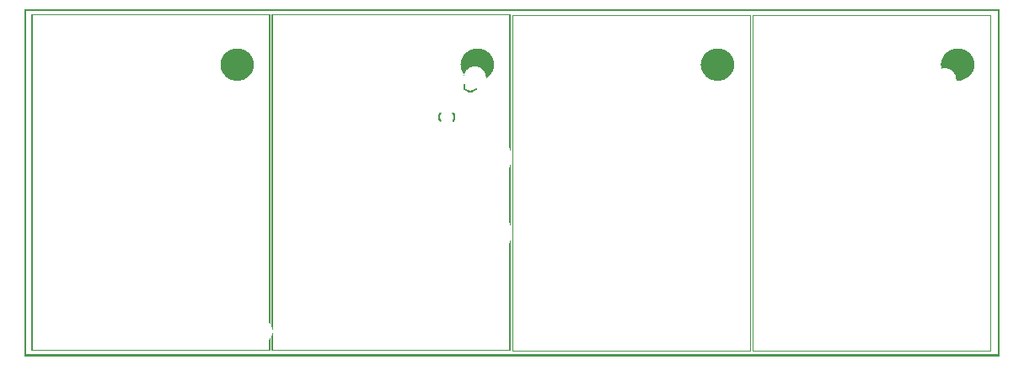
<source format=gbo>
G04 MADE WITH FRITZING*
G04 WWW.FRITZING.ORG*
G04 DOUBLE SIDED*
G04 HOLES PLATED*
G04 CONTOUR ON CENTER OF CONTOUR VECTOR*
%ASAXBY*%
%FSLAX23Y23*%
%MOIN*%
%OFA0B0*%
%SFA1.0B1.0*%
%ADD10R,0.944257X1.336554X0.934609X1.326906*%
%ADD11C,0.004824*%
%ADD12R,0.001000X0.001000*%
%LNSILK0*%
G90*
G70*
G54D11*
X2881Y1355D02*
X3820Y1355D01*
X3820Y24D01*
X2881Y24D01*
X2881Y1355D01*
D02*
X1931Y1355D02*
X2870Y1355D01*
X2870Y24D01*
X1931Y24D01*
X1931Y1355D01*
D02*
G54D12*
X0Y1378D02*
X3857Y1378D01*
X0Y1377D02*
X3857Y1377D01*
X0Y1376D02*
X3857Y1376D01*
X0Y1375D02*
X3857Y1375D01*
X0Y1374D02*
X3857Y1374D01*
X0Y1373D02*
X3857Y1373D01*
X0Y1372D02*
X3857Y1372D01*
X0Y1371D02*
X3857Y1371D01*
X0Y1370D02*
X7Y1370D01*
X3850Y1370D02*
X3857Y1370D01*
X0Y1369D02*
X7Y1369D01*
X3850Y1369D02*
X3857Y1369D01*
X0Y1368D02*
X7Y1368D01*
X3850Y1368D02*
X3857Y1368D01*
X0Y1367D02*
X7Y1367D01*
X3850Y1367D02*
X3857Y1367D01*
X0Y1366D02*
X7Y1366D01*
X3850Y1366D02*
X3857Y1366D01*
X0Y1365D02*
X7Y1365D01*
X3850Y1365D02*
X3857Y1365D01*
X0Y1364D02*
X7Y1364D01*
X3850Y1364D02*
X3857Y1364D01*
X0Y1363D02*
X7Y1363D01*
X3850Y1363D02*
X3857Y1363D01*
X0Y1362D02*
X7Y1362D01*
X3850Y1362D02*
X3857Y1362D01*
X0Y1361D02*
X7Y1361D01*
X3850Y1361D02*
X3857Y1361D01*
X0Y1360D02*
X7Y1360D01*
X3850Y1360D02*
X3857Y1360D01*
X0Y1359D02*
X7Y1359D01*
X3850Y1359D02*
X3857Y1359D01*
X0Y1358D02*
X7Y1358D01*
X28Y1358D02*
X971Y1358D01*
X978Y1358D02*
X1921Y1358D01*
X3850Y1358D02*
X3857Y1358D01*
X0Y1357D02*
X7Y1357D01*
X28Y1357D02*
X971Y1357D01*
X978Y1357D02*
X1921Y1357D01*
X3850Y1357D02*
X3857Y1357D01*
X0Y1356D02*
X7Y1356D01*
X28Y1356D02*
X971Y1356D01*
X978Y1356D02*
X1921Y1356D01*
X3850Y1356D02*
X3857Y1356D01*
X0Y1355D02*
X7Y1355D01*
X28Y1355D02*
X971Y1355D01*
X978Y1355D02*
X1921Y1355D01*
X3850Y1355D02*
X3857Y1355D01*
X0Y1354D02*
X7Y1354D01*
X28Y1354D02*
X971Y1354D01*
X978Y1354D02*
X1921Y1354D01*
X3850Y1354D02*
X3857Y1354D01*
X0Y1353D02*
X7Y1353D01*
X28Y1353D02*
X32Y1353D01*
X967Y1353D02*
X971Y1353D01*
X978Y1353D02*
X982Y1353D01*
X1917Y1353D02*
X1921Y1353D01*
X3850Y1353D02*
X3857Y1353D01*
X0Y1352D02*
X7Y1352D01*
X28Y1352D02*
X32Y1352D01*
X967Y1352D02*
X971Y1352D01*
X978Y1352D02*
X982Y1352D01*
X1917Y1352D02*
X1921Y1352D01*
X3850Y1352D02*
X3857Y1352D01*
X0Y1351D02*
X7Y1351D01*
X28Y1351D02*
X32Y1351D01*
X967Y1351D02*
X971Y1351D01*
X978Y1351D02*
X982Y1351D01*
X1917Y1351D02*
X1921Y1351D01*
X3850Y1351D02*
X3857Y1351D01*
X0Y1350D02*
X7Y1350D01*
X28Y1350D02*
X32Y1350D01*
X967Y1350D02*
X971Y1350D01*
X978Y1350D02*
X982Y1350D01*
X1917Y1350D02*
X1921Y1350D01*
X3850Y1350D02*
X3857Y1350D01*
X0Y1349D02*
X7Y1349D01*
X28Y1349D02*
X32Y1349D01*
X967Y1349D02*
X971Y1349D01*
X978Y1349D02*
X982Y1349D01*
X1917Y1349D02*
X1921Y1349D01*
X3850Y1349D02*
X3857Y1349D01*
X0Y1348D02*
X7Y1348D01*
X28Y1348D02*
X32Y1348D01*
X967Y1348D02*
X971Y1348D01*
X978Y1348D02*
X982Y1348D01*
X1917Y1348D02*
X1921Y1348D01*
X3850Y1348D02*
X3857Y1348D01*
X0Y1347D02*
X7Y1347D01*
X28Y1347D02*
X32Y1347D01*
X967Y1347D02*
X971Y1347D01*
X978Y1347D02*
X982Y1347D01*
X1917Y1347D02*
X1921Y1347D01*
X3850Y1347D02*
X3857Y1347D01*
X0Y1346D02*
X7Y1346D01*
X28Y1346D02*
X32Y1346D01*
X967Y1346D02*
X971Y1346D01*
X978Y1346D02*
X982Y1346D01*
X1917Y1346D02*
X1921Y1346D01*
X3850Y1346D02*
X3857Y1346D01*
X0Y1345D02*
X7Y1345D01*
X28Y1345D02*
X32Y1345D01*
X967Y1345D02*
X971Y1345D01*
X978Y1345D02*
X982Y1345D01*
X1917Y1345D02*
X1921Y1345D01*
X3850Y1345D02*
X3857Y1345D01*
X0Y1344D02*
X7Y1344D01*
X28Y1344D02*
X32Y1344D01*
X967Y1344D02*
X971Y1344D01*
X978Y1344D02*
X982Y1344D01*
X1917Y1344D02*
X1921Y1344D01*
X3850Y1344D02*
X3857Y1344D01*
X0Y1343D02*
X7Y1343D01*
X28Y1343D02*
X32Y1343D01*
X967Y1343D02*
X971Y1343D01*
X978Y1343D02*
X982Y1343D01*
X1917Y1343D02*
X1921Y1343D01*
X3850Y1343D02*
X3857Y1343D01*
X0Y1342D02*
X7Y1342D01*
X28Y1342D02*
X32Y1342D01*
X967Y1342D02*
X971Y1342D01*
X978Y1342D02*
X982Y1342D01*
X1917Y1342D02*
X1921Y1342D01*
X3850Y1342D02*
X3857Y1342D01*
X0Y1341D02*
X7Y1341D01*
X28Y1341D02*
X32Y1341D01*
X967Y1341D02*
X971Y1341D01*
X978Y1341D02*
X982Y1341D01*
X1917Y1341D02*
X1921Y1341D01*
X3850Y1341D02*
X3857Y1341D01*
X0Y1340D02*
X7Y1340D01*
X28Y1340D02*
X32Y1340D01*
X967Y1340D02*
X971Y1340D01*
X978Y1340D02*
X982Y1340D01*
X1917Y1340D02*
X1921Y1340D01*
X3850Y1340D02*
X3857Y1340D01*
X0Y1339D02*
X7Y1339D01*
X28Y1339D02*
X32Y1339D01*
X967Y1339D02*
X971Y1339D01*
X978Y1339D02*
X982Y1339D01*
X1917Y1339D02*
X1921Y1339D01*
X3850Y1339D02*
X3857Y1339D01*
X0Y1338D02*
X7Y1338D01*
X28Y1338D02*
X32Y1338D01*
X967Y1338D02*
X971Y1338D01*
X978Y1338D02*
X982Y1338D01*
X1917Y1338D02*
X1921Y1338D01*
X3850Y1338D02*
X3857Y1338D01*
X0Y1337D02*
X7Y1337D01*
X28Y1337D02*
X32Y1337D01*
X967Y1337D02*
X971Y1337D01*
X978Y1337D02*
X982Y1337D01*
X1917Y1337D02*
X1921Y1337D01*
X3850Y1337D02*
X3857Y1337D01*
X0Y1336D02*
X7Y1336D01*
X28Y1336D02*
X32Y1336D01*
X967Y1336D02*
X971Y1336D01*
X978Y1336D02*
X982Y1336D01*
X1917Y1336D02*
X1921Y1336D01*
X3850Y1336D02*
X3857Y1336D01*
X0Y1335D02*
X7Y1335D01*
X28Y1335D02*
X32Y1335D01*
X967Y1335D02*
X971Y1335D01*
X978Y1335D02*
X982Y1335D01*
X1917Y1335D02*
X1921Y1335D01*
X3850Y1335D02*
X3857Y1335D01*
X0Y1334D02*
X7Y1334D01*
X28Y1334D02*
X32Y1334D01*
X967Y1334D02*
X971Y1334D01*
X978Y1334D02*
X982Y1334D01*
X1917Y1334D02*
X1921Y1334D01*
X3850Y1334D02*
X3857Y1334D01*
X0Y1333D02*
X7Y1333D01*
X28Y1333D02*
X32Y1333D01*
X967Y1333D02*
X971Y1333D01*
X978Y1333D02*
X982Y1333D01*
X1917Y1333D02*
X1921Y1333D01*
X3850Y1333D02*
X3857Y1333D01*
X0Y1332D02*
X7Y1332D01*
X28Y1332D02*
X32Y1332D01*
X967Y1332D02*
X971Y1332D01*
X978Y1332D02*
X982Y1332D01*
X1917Y1332D02*
X1921Y1332D01*
X3850Y1332D02*
X3857Y1332D01*
X0Y1331D02*
X7Y1331D01*
X28Y1331D02*
X32Y1331D01*
X967Y1331D02*
X971Y1331D01*
X978Y1331D02*
X982Y1331D01*
X1917Y1331D02*
X1921Y1331D01*
X3850Y1331D02*
X3857Y1331D01*
X0Y1330D02*
X7Y1330D01*
X28Y1330D02*
X32Y1330D01*
X967Y1330D02*
X971Y1330D01*
X978Y1330D02*
X982Y1330D01*
X1917Y1330D02*
X1921Y1330D01*
X3850Y1330D02*
X3857Y1330D01*
X0Y1329D02*
X7Y1329D01*
X28Y1329D02*
X32Y1329D01*
X967Y1329D02*
X971Y1329D01*
X978Y1329D02*
X982Y1329D01*
X1917Y1329D02*
X1921Y1329D01*
X3850Y1329D02*
X3857Y1329D01*
X0Y1328D02*
X7Y1328D01*
X28Y1328D02*
X32Y1328D01*
X967Y1328D02*
X971Y1328D01*
X978Y1328D02*
X982Y1328D01*
X1917Y1328D02*
X1921Y1328D01*
X3850Y1328D02*
X3857Y1328D01*
X0Y1327D02*
X7Y1327D01*
X28Y1327D02*
X32Y1327D01*
X967Y1327D02*
X971Y1327D01*
X978Y1327D02*
X982Y1327D01*
X1917Y1327D02*
X1921Y1327D01*
X3850Y1327D02*
X3857Y1327D01*
X0Y1326D02*
X7Y1326D01*
X28Y1326D02*
X32Y1326D01*
X967Y1326D02*
X971Y1326D01*
X978Y1326D02*
X982Y1326D01*
X1917Y1326D02*
X1921Y1326D01*
X3850Y1326D02*
X3857Y1326D01*
X0Y1325D02*
X7Y1325D01*
X28Y1325D02*
X32Y1325D01*
X967Y1325D02*
X971Y1325D01*
X978Y1325D02*
X982Y1325D01*
X1917Y1325D02*
X1921Y1325D01*
X3850Y1325D02*
X3857Y1325D01*
X0Y1324D02*
X7Y1324D01*
X28Y1324D02*
X32Y1324D01*
X967Y1324D02*
X971Y1324D01*
X978Y1324D02*
X982Y1324D01*
X1917Y1324D02*
X1921Y1324D01*
X3850Y1324D02*
X3857Y1324D01*
X0Y1323D02*
X7Y1323D01*
X28Y1323D02*
X32Y1323D01*
X967Y1323D02*
X971Y1323D01*
X978Y1323D02*
X982Y1323D01*
X1917Y1323D02*
X1921Y1323D01*
X3850Y1323D02*
X3857Y1323D01*
X0Y1322D02*
X7Y1322D01*
X28Y1322D02*
X32Y1322D01*
X967Y1322D02*
X971Y1322D01*
X978Y1322D02*
X982Y1322D01*
X1917Y1322D02*
X1921Y1322D01*
X3850Y1322D02*
X3857Y1322D01*
X0Y1321D02*
X7Y1321D01*
X28Y1321D02*
X32Y1321D01*
X967Y1321D02*
X971Y1321D01*
X978Y1321D02*
X982Y1321D01*
X1917Y1321D02*
X1921Y1321D01*
X3850Y1321D02*
X3857Y1321D01*
X0Y1320D02*
X7Y1320D01*
X28Y1320D02*
X32Y1320D01*
X967Y1320D02*
X971Y1320D01*
X978Y1320D02*
X982Y1320D01*
X1917Y1320D02*
X1921Y1320D01*
X3850Y1320D02*
X3857Y1320D01*
X0Y1319D02*
X7Y1319D01*
X28Y1319D02*
X32Y1319D01*
X967Y1319D02*
X971Y1319D01*
X978Y1319D02*
X982Y1319D01*
X1917Y1319D02*
X1921Y1319D01*
X3850Y1319D02*
X3857Y1319D01*
X0Y1318D02*
X7Y1318D01*
X28Y1318D02*
X32Y1318D01*
X967Y1318D02*
X971Y1318D01*
X978Y1318D02*
X982Y1318D01*
X1917Y1318D02*
X1921Y1318D01*
X3850Y1318D02*
X3857Y1318D01*
X0Y1317D02*
X7Y1317D01*
X28Y1317D02*
X32Y1317D01*
X967Y1317D02*
X971Y1317D01*
X978Y1317D02*
X982Y1317D01*
X1917Y1317D02*
X1921Y1317D01*
X3850Y1317D02*
X3857Y1317D01*
X0Y1316D02*
X7Y1316D01*
X28Y1316D02*
X32Y1316D01*
X967Y1316D02*
X971Y1316D01*
X978Y1316D02*
X982Y1316D01*
X1917Y1316D02*
X1921Y1316D01*
X3850Y1316D02*
X3857Y1316D01*
X0Y1315D02*
X7Y1315D01*
X28Y1315D02*
X32Y1315D01*
X967Y1315D02*
X971Y1315D01*
X978Y1315D02*
X982Y1315D01*
X1917Y1315D02*
X1921Y1315D01*
X3850Y1315D02*
X3857Y1315D01*
X0Y1314D02*
X7Y1314D01*
X28Y1314D02*
X32Y1314D01*
X967Y1314D02*
X971Y1314D01*
X978Y1314D02*
X982Y1314D01*
X1917Y1314D02*
X1921Y1314D01*
X3850Y1314D02*
X3857Y1314D01*
X0Y1313D02*
X7Y1313D01*
X28Y1313D02*
X32Y1313D01*
X967Y1313D02*
X971Y1313D01*
X978Y1313D02*
X982Y1313D01*
X1917Y1313D02*
X1921Y1313D01*
X3850Y1313D02*
X3857Y1313D01*
X0Y1312D02*
X7Y1312D01*
X28Y1312D02*
X32Y1312D01*
X967Y1312D02*
X971Y1312D01*
X978Y1312D02*
X982Y1312D01*
X1917Y1312D02*
X1921Y1312D01*
X3850Y1312D02*
X3857Y1312D01*
X0Y1311D02*
X7Y1311D01*
X28Y1311D02*
X32Y1311D01*
X967Y1311D02*
X971Y1311D01*
X978Y1311D02*
X982Y1311D01*
X1917Y1311D02*
X1921Y1311D01*
X3850Y1311D02*
X3857Y1311D01*
X0Y1310D02*
X7Y1310D01*
X28Y1310D02*
X32Y1310D01*
X967Y1310D02*
X971Y1310D01*
X978Y1310D02*
X982Y1310D01*
X1917Y1310D02*
X1921Y1310D01*
X3850Y1310D02*
X3857Y1310D01*
X0Y1309D02*
X7Y1309D01*
X28Y1309D02*
X32Y1309D01*
X967Y1309D02*
X971Y1309D01*
X978Y1309D02*
X982Y1309D01*
X1917Y1309D02*
X1921Y1309D01*
X3850Y1309D02*
X3857Y1309D01*
X0Y1308D02*
X7Y1308D01*
X28Y1308D02*
X32Y1308D01*
X967Y1308D02*
X971Y1308D01*
X978Y1308D02*
X982Y1308D01*
X1917Y1308D02*
X1921Y1308D01*
X3850Y1308D02*
X3857Y1308D01*
X0Y1307D02*
X7Y1307D01*
X28Y1307D02*
X32Y1307D01*
X967Y1307D02*
X971Y1307D01*
X978Y1307D02*
X982Y1307D01*
X1917Y1307D02*
X1921Y1307D01*
X3850Y1307D02*
X3857Y1307D01*
X0Y1306D02*
X7Y1306D01*
X28Y1306D02*
X32Y1306D01*
X967Y1306D02*
X971Y1306D01*
X978Y1306D02*
X982Y1306D01*
X1917Y1306D02*
X1921Y1306D01*
X3850Y1306D02*
X3857Y1306D01*
X0Y1305D02*
X7Y1305D01*
X28Y1305D02*
X32Y1305D01*
X967Y1305D02*
X971Y1305D01*
X978Y1305D02*
X982Y1305D01*
X1917Y1305D02*
X1921Y1305D01*
X3850Y1305D02*
X3857Y1305D01*
X0Y1304D02*
X7Y1304D01*
X28Y1304D02*
X32Y1304D01*
X967Y1304D02*
X971Y1304D01*
X978Y1304D02*
X982Y1304D01*
X1917Y1304D02*
X1921Y1304D01*
X3850Y1304D02*
X3857Y1304D01*
X0Y1303D02*
X7Y1303D01*
X28Y1303D02*
X32Y1303D01*
X967Y1303D02*
X971Y1303D01*
X978Y1303D02*
X982Y1303D01*
X1917Y1303D02*
X1921Y1303D01*
X3850Y1303D02*
X3857Y1303D01*
X0Y1302D02*
X7Y1302D01*
X28Y1302D02*
X32Y1302D01*
X967Y1302D02*
X971Y1302D01*
X978Y1302D02*
X982Y1302D01*
X1917Y1302D02*
X1921Y1302D01*
X3850Y1302D02*
X3857Y1302D01*
X0Y1301D02*
X7Y1301D01*
X28Y1301D02*
X32Y1301D01*
X967Y1301D02*
X971Y1301D01*
X978Y1301D02*
X982Y1301D01*
X1917Y1301D02*
X1921Y1301D01*
X3850Y1301D02*
X3857Y1301D01*
X0Y1300D02*
X7Y1300D01*
X28Y1300D02*
X32Y1300D01*
X967Y1300D02*
X971Y1300D01*
X978Y1300D02*
X982Y1300D01*
X1917Y1300D02*
X1921Y1300D01*
X3850Y1300D02*
X3857Y1300D01*
X0Y1299D02*
X7Y1299D01*
X28Y1299D02*
X32Y1299D01*
X967Y1299D02*
X971Y1299D01*
X978Y1299D02*
X982Y1299D01*
X1917Y1299D02*
X1921Y1299D01*
X3850Y1299D02*
X3857Y1299D01*
X0Y1298D02*
X7Y1298D01*
X28Y1298D02*
X32Y1298D01*
X967Y1298D02*
X971Y1298D01*
X978Y1298D02*
X982Y1298D01*
X1917Y1298D02*
X1921Y1298D01*
X3850Y1298D02*
X3857Y1298D01*
X0Y1297D02*
X7Y1297D01*
X28Y1297D02*
X32Y1297D01*
X967Y1297D02*
X971Y1297D01*
X978Y1297D02*
X982Y1297D01*
X1917Y1297D02*
X1921Y1297D01*
X3850Y1297D02*
X3857Y1297D01*
X0Y1296D02*
X7Y1296D01*
X28Y1296D02*
X32Y1296D01*
X967Y1296D02*
X971Y1296D01*
X978Y1296D02*
X982Y1296D01*
X1917Y1296D02*
X1921Y1296D01*
X3850Y1296D02*
X3857Y1296D01*
X0Y1295D02*
X7Y1295D01*
X28Y1295D02*
X32Y1295D01*
X967Y1295D02*
X971Y1295D01*
X978Y1295D02*
X982Y1295D01*
X1917Y1295D02*
X1921Y1295D01*
X3850Y1295D02*
X3857Y1295D01*
X0Y1294D02*
X7Y1294D01*
X28Y1294D02*
X32Y1294D01*
X967Y1294D02*
X971Y1294D01*
X978Y1294D02*
X982Y1294D01*
X1917Y1294D02*
X1921Y1294D01*
X3850Y1294D02*
X3857Y1294D01*
X0Y1293D02*
X7Y1293D01*
X28Y1293D02*
X32Y1293D01*
X967Y1293D02*
X971Y1293D01*
X978Y1293D02*
X982Y1293D01*
X1917Y1293D02*
X1921Y1293D01*
X3850Y1293D02*
X3857Y1293D01*
X0Y1292D02*
X7Y1292D01*
X28Y1292D02*
X32Y1292D01*
X967Y1292D02*
X971Y1292D01*
X978Y1292D02*
X982Y1292D01*
X1917Y1292D02*
X1921Y1292D01*
X3850Y1292D02*
X3857Y1292D01*
X0Y1291D02*
X7Y1291D01*
X28Y1291D02*
X32Y1291D01*
X967Y1291D02*
X971Y1291D01*
X978Y1291D02*
X982Y1291D01*
X1917Y1291D02*
X1921Y1291D01*
X3850Y1291D02*
X3857Y1291D01*
X0Y1290D02*
X7Y1290D01*
X28Y1290D02*
X32Y1290D01*
X967Y1290D02*
X971Y1290D01*
X978Y1290D02*
X982Y1290D01*
X1917Y1290D02*
X1921Y1290D01*
X3850Y1290D02*
X3857Y1290D01*
X0Y1289D02*
X7Y1289D01*
X28Y1289D02*
X32Y1289D01*
X967Y1289D02*
X971Y1289D01*
X978Y1289D02*
X982Y1289D01*
X1917Y1289D02*
X1921Y1289D01*
X3850Y1289D02*
X3857Y1289D01*
X0Y1288D02*
X7Y1288D01*
X28Y1288D02*
X32Y1288D01*
X967Y1288D02*
X971Y1288D01*
X978Y1288D02*
X982Y1288D01*
X1917Y1288D02*
X1921Y1288D01*
X3850Y1288D02*
X3857Y1288D01*
X0Y1287D02*
X7Y1287D01*
X28Y1287D02*
X32Y1287D01*
X967Y1287D02*
X971Y1287D01*
X978Y1287D02*
X982Y1287D01*
X1917Y1287D02*
X1921Y1287D01*
X3850Y1287D02*
X3857Y1287D01*
X0Y1286D02*
X7Y1286D01*
X28Y1286D02*
X32Y1286D01*
X967Y1286D02*
X971Y1286D01*
X978Y1286D02*
X982Y1286D01*
X1917Y1286D02*
X1921Y1286D01*
X3850Y1286D02*
X3857Y1286D01*
X0Y1285D02*
X7Y1285D01*
X28Y1285D02*
X32Y1285D01*
X967Y1285D02*
X971Y1285D01*
X978Y1285D02*
X982Y1285D01*
X1917Y1285D02*
X1921Y1285D01*
X3850Y1285D02*
X3857Y1285D01*
X0Y1284D02*
X7Y1284D01*
X28Y1284D02*
X32Y1284D01*
X967Y1284D02*
X971Y1284D01*
X978Y1284D02*
X982Y1284D01*
X1917Y1284D02*
X1921Y1284D01*
X3850Y1284D02*
X3857Y1284D01*
X0Y1283D02*
X7Y1283D01*
X28Y1283D02*
X32Y1283D01*
X967Y1283D02*
X971Y1283D01*
X978Y1283D02*
X982Y1283D01*
X1917Y1283D02*
X1921Y1283D01*
X3850Y1283D02*
X3857Y1283D01*
X0Y1282D02*
X7Y1282D01*
X28Y1282D02*
X32Y1282D01*
X967Y1282D02*
X971Y1282D01*
X978Y1282D02*
X982Y1282D01*
X1917Y1282D02*
X1921Y1282D01*
X3850Y1282D02*
X3857Y1282D01*
X0Y1281D02*
X7Y1281D01*
X28Y1281D02*
X32Y1281D01*
X967Y1281D02*
X971Y1281D01*
X978Y1281D02*
X982Y1281D01*
X1917Y1281D02*
X1921Y1281D01*
X3850Y1281D02*
X3857Y1281D01*
X0Y1280D02*
X7Y1280D01*
X28Y1280D02*
X32Y1280D01*
X967Y1280D02*
X971Y1280D01*
X978Y1280D02*
X982Y1280D01*
X1917Y1280D02*
X1921Y1280D01*
X3850Y1280D02*
X3857Y1280D01*
X0Y1279D02*
X7Y1279D01*
X28Y1279D02*
X32Y1279D01*
X967Y1279D02*
X971Y1279D01*
X978Y1279D02*
X982Y1279D01*
X1917Y1279D02*
X1921Y1279D01*
X3850Y1279D02*
X3857Y1279D01*
X0Y1278D02*
X7Y1278D01*
X28Y1278D02*
X32Y1278D01*
X967Y1278D02*
X971Y1278D01*
X978Y1278D02*
X982Y1278D01*
X1917Y1278D02*
X1921Y1278D01*
X3850Y1278D02*
X3857Y1278D01*
X0Y1277D02*
X7Y1277D01*
X28Y1277D02*
X32Y1277D01*
X967Y1277D02*
X971Y1277D01*
X978Y1277D02*
X982Y1277D01*
X1917Y1277D02*
X1921Y1277D01*
X3850Y1277D02*
X3857Y1277D01*
X0Y1276D02*
X7Y1276D01*
X28Y1276D02*
X32Y1276D01*
X967Y1276D02*
X971Y1276D01*
X978Y1276D02*
X982Y1276D01*
X1917Y1276D02*
X1921Y1276D01*
X3850Y1276D02*
X3857Y1276D01*
X0Y1275D02*
X7Y1275D01*
X28Y1275D02*
X32Y1275D01*
X967Y1275D02*
X971Y1275D01*
X978Y1275D02*
X982Y1275D01*
X1917Y1275D02*
X1921Y1275D01*
X3850Y1275D02*
X3857Y1275D01*
X0Y1274D02*
X7Y1274D01*
X28Y1274D02*
X32Y1274D01*
X967Y1274D02*
X971Y1274D01*
X978Y1274D02*
X982Y1274D01*
X1917Y1274D02*
X1921Y1274D01*
X3850Y1274D02*
X3857Y1274D01*
X0Y1273D02*
X7Y1273D01*
X28Y1273D02*
X32Y1273D01*
X967Y1273D02*
X971Y1273D01*
X978Y1273D02*
X982Y1273D01*
X1917Y1273D02*
X1921Y1273D01*
X3850Y1273D02*
X3857Y1273D01*
X0Y1272D02*
X7Y1272D01*
X28Y1272D02*
X32Y1272D01*
X967Y1272D02*
X971Y1272D01*
X978Y1272D02*
X982Y1272D01*
X1917Y1272D02*
X1921Y1272D01*
X3850Y1272D02*
X3857Y1272D01*
X0Y1271D02*
X7Y1271D01*
X28Y1271D02*
X32Y1271D01*
X967Y1271D02*
X971Y1271D01*
X978Y1271D02*
X982Y1271D01*
X1917Y1271D02*
X1921Y1271D01*
X3850Y1271D02*
X3857Y1271D01*
X0Y1270D02*
X7Y1270D01*
X28Y1270D02*
X32Y1270D01*
X967Y1270D02*
X971Y1270D01*
X978Y1270D02*
X982Y1270D01*
X1917Y1270D02*
X1921Y1270D01*
X3850Y1270D02*
X3857Y1270D01*
X0Y1269D02*
X7Y1269D01*
X28Y1269D02*
X32Y1269D01*
X967Y1269D02*
X971Y1269D01*
X978Y1269D02*
X982Y1269D01*
X1917Y1269D02*
X1921Y1269D01*
X3850Y1269D02*
X3857Y1269D01*
X0Y1268D02*
X7Y1268D01*
X28Y1268D02*
X32Y1268D01*
X967Y1268D02*
X971Y1268D01*
X978Y1268D02*
X982Y1268D01*
X1917Y1268D02*
X1921Y1268D01*
X3850Y1268D02*
X3857Y1268D01*
X0Y1267D02*
X7Y1267D01*
X28Y1267D02*
X32Y1267D01*
X967Y1267D02*
X971Y1267D01*
X978Y1267D02*
X982Y1267D01*
X1917Y1267D02*
X1921Y1267D01*
X3850Y1267D02*
X3857Y1267D01*
X0Y1266D02*
X7Y1266D01*
X28Y1266D02*
X32Y1266D01*
X967Y1266D02*
X971Y1266D01*
X978Y1266D02*
X982Y1266D01*
X1917Y1266D02*
X1921Y1266D01*
X3850Y1266D02*
X3857Y1266D01*
X0Y1265D02*
X7Y1265D01*
X28Y1265D02*
X32Y1265D01*
X967Y1265D02*
X971Y1265D01*
X978Y1265D02*
X982Y1265D01*
X1917Y1265D02*
X1921Y1265D01*
X3850Y1265D02*
X3857Y1265D01*
X0Y1264D02*
X7Y1264D01*
X28Y1264D02*
X32Y1264D01*
X967Y1264D02*
X971Y1264D01*
X978Y1264D02*
X982Y1264D01*
X1917Y1264D02*
X1921Y1264D01*
X3850Y1264D02*
X3857Y1264D01*
X0Y1263D02*
X7Y1263D01*
X28Y1263D02*
X32Y1263D01*
X967Y1263D02*
X971Y1263D01*
X978Y1263D02*
X982Y1263D01*
X1917Y1263D02*
X1921Y1263D01*
X3850Y1263D02*
X3857Y1263D01*
X0Y1262D02*
X7Y1262D01*
X28Y1262D02*
X32Y1262D01*
X967Y1262D02*
X971Y1262D01*
X978Y1262D02*
X982Y1262D01*
X1917Y1262D02*
X1921Y1262D01*
X3850Y1262D02*
X3857Y1262D01*
X0Y1261D02*
X7Y1261D01*
X28Y1261D02*
X32Y1261D01*
X967Y1261D02*
X971Y1261D01*
X978Y1261D02*
X982Y1261D01*
X1917Y1261D02*
X1921Y1261D01*
X3850Y1261D02*
X3857Y1261D01*
X0Y1260D02*
X7Y1260D01*
X28Y1260D02*
X32Y1260D01*
X967Y1260D02*
X971Y1260D01*
X978Y1260D02*
X982Y1260D01*
X1917Y1260D02*
X1921Y1260D01*
X3850Y1260D02*
X3857Y1260D01*
X0Y1259D02*
X7Y1259D01*
X28Y1259D02*
X32Y1259D01*
X967Y1259D02*
X971Y1259D01*
X978Y1259D02*
X982Y1259D01*
X1917Y1259D02*
X1921Y1259D01*
X3850Y1259D02*
X3857Y1259D01*
X0Y1258D02*
X7Y1258D01*
X28Y1258D02*
X32Y1258D01*
X967Y1258D02*
X971Y1258D01*
X978Y1258D02*
X982Y1258D01*
X1917Y1258D02*
X1921Y1258D01*
X3850Y1258D02*
X3857Y1258D01*
X0Y1257D02*
X7Y1257D01*
X28Y1257D02*
X32Y1257D01*
X967Y1257D02*
X971Y1257D01*
X978Y1257D02*
X982Y1257D01*
X1917Y1257D02*
X1921Y1257D01*
X3850Y1257D02*
X3857Y1257D01*
X0Y1256D02*
X7Y1256D01*
X28Y1256D02*
X32Y1256D01*
X967Y1256D02*
X971Y1256D01*
X978Y1256D02*
X982Y1256D01*
X1917Y1256D02*
X1921Y1256D01*
X3850Y1256D02*
X3857Y1256D01*
X0Y1255D02*
X7Y1255D01*
X28Y1255D02*
X32Y1255D01*
X967Y1255D02*
X971Y1255D01*
X978Y1255D02*
X982Y1255D01*
X1917Y1255D02*
X1921Y1255D01*
X3850Y1255D02*
X3857Y1255D01*
X0Y1254D02*
X7Y1254D01*
X28Y1254D02*
X32Y1254D01*
X967Y1254D02*
X971Y1254D01*
X978Y1254D02*
X982Y1254D01*
X1917Y1254D02*
X1921Y1254D01*
X3850Y1254D02*
X3857Y1254D01*
X0Y1253D02*
X7Y1253D01*
X28Y1253D02*
X32Y1253D01*
X967Y1253D02*
X971Y1253D01*
X978Y1253D02*
X982Y1253D01*
X1917Y1253D02*
X1921Y1253D01*
X3850Y1253D02*
X3857Y1253D01*
X0Y1252D02*
X7Y1252D01*
X28Y1252D02*
X32Y1252D01*
X967Y1252D02*
X971Y1252D01*
X978Y1252D02*
X982Y1252D01*
X1917Y1252D02*
X1921Y1252D01*
X3850Y1252D02*
X3857Y1252D01*
X0Y1251D02*
X7Y1251D01*
X28Y1251D02*
X32Y1251D01*
X967Y1251D02*
X971Y1251D01*
X978Y1251D02*
X982Y1251D01*
X1917Y1251D02*
X1921Y1251D01*
X3850Y1251D02*
X3857Y1251D01*
X0Y1250D02*
X7Y1250D01*
X28Y1250D02*
X32Y1250D01*
X967Y1250D02*
X971Y1250D01*
X978Y1250D02*
X982Y1250D01*
X1917Y1250D02*
X1921Y1250D01*
X3850Y1250D02*
X3857Y1250D01*
X0Y1249D02*
X7Y1249D01*
X28Y1249D02*
X32Y1249D01*
X967Y1249D02*
X971Y1249D01*
X978Y1249D02*
X982Y1249D01*
X1917Y1249D02*
X1921Y1249D01*
X3850Y1249D02*
X3857Y1249D01*
X0Y1248D02*
X7Y1248D01*
X28Y1248D02*
X32Y1248D01*
X967Y1248D02*
X971Y1248D01*
X978Y1248D02*
X982Y1248D01*
X1917Y1248D02*
X1921Y1248D01*
X3850Y1248D02*
X3857Y1248D01*
X0Y1247D02*
X7Y1247D01*
X28Y1247D02*
X32Y1247D01*
X967Y1247D02*
X971Y1247D01*
X978Y1247D02*
X982Y1247D01*
X1917Y1247D02*
X1921Y1247D01*
X3850Y1247D02*
X3857Y1247D01*
X0Y1246D02*
X7Y1246D01*
X28Y1246D02*
X32Y1246D01*
X967Y1246D02*
X971Y1246D01*
X978Y1246D02*
X982Y1246D01*
X1917Y1246D02*
X1921Y1246D01*
X3850Y1246D02*
X3857Y1246D01*
X0Y1245D02*
X7Y1245D01*
X28Y1245D02*
X32Y1245D01*
X967Y1245D02*
X971Y1245D01*
X978Y1245D02*
X982Y1245D01*
X1917Y1245D02*
X1921Y1245D01*
X3850Y1245D02*
X3857Y1245D01*
X0Y1244D02*
X7Y1244D01*
X28Y1244D02*
X32Y1244D01*
X967Y1244D02*
X971Y1244D01*
X978Y1244D02*
X982Y1244D01*
X1917Y1244D02*
X1921Y1244D01*
X3850Y1244D02*
X3857Y1244D01*
X0Y1243D02*
X7Y1243D01*
X28Y1243D02*
X32Y1243D01*
X967Y1243D02*
X971Y1243D01*
X978Y1243D02*
X982Y1243D01*
X1917Y1243D02*
X1921Y1243D01*
X3850Y1243D02*
X3857Y1243D01*
X0Y1242D02*
X7Y1242D01*
X28Y1242D02*
X32Y1242D01*
X967Y1242D02*
X971Y1242D01*
X978Y1242D02*
X982Y1242D01*
X1917Y1242D02*
X1921Y1242D01*
X3850Y1242D02*
X3857Y1242D01*
X0Y1241D02*
X7Y1241D01*
X28Y1241D02*
X32Y1241D01*
X967Y1241D02*
X971Y1241D01*
X978Y1241D02*
X982Y1241D01*
X1917Y1241D02*
X1921Y1241D01*
X3850Y1241D02*
X3857Y1241D01*
X0Y1240D02*
X7Y1240D01*
X28Y1240D02*
X32Y1240D01*
X967Y1240D02*
X971Y1240D01*
X978Y1240D02*
X982Y1240D01*
X1917Y1240D02*
X1921Y1240D01*
X3850Y1240D02*
X3857Y1240D01*
X0Y1239D02*
X7Y1239D01*
X28Y1239D02*
X32Y1239D01*
X967Y1239D02*
X971Y1239D01*
X978Y1239D02*
X982Y1239D01*
X1917Y1239D02*
X1921Y1239D01*
X3850Y1239D02*
X3857Y1239D01*
X0Y1238D02*
X7Y1238D01*
X28Y1238D02*
X32Y1238D01*
X967Y1238D02*
X971Y1238D01*
X978Y1238D02*
X982Y1238D01*
X1917Y1238D02*
X1921Y1238D01*
X3850Y1238D02*
X3857Y1238D01*
X0Y1237D02*
X7Y1237D01*
X28Y1237D02*
X32Y1237D01*
X967Y1237D02*
X971Y1237D01*
X978Y1237D02*
X982Y1237D01*
X1917Y1237D02*
X1921Y1237D01*
X3850Y1237D02*
X3857Y1237D01*
X0Y1236D02*
X7Y1236D01*
X28Y1236D02*
X32Y1236D01*
X967Y1236D02*
X971Y1236D01*
X978Y1236D02*
X982Y1236D01*
X1917Y1236D02*
X1921Y1236D01*
X3850Y1236D02*
X3857Y1236D01*
X0Y1235D02*
X7Y1235D01*
X28Y1235D02*
X32Y1235D01*
X967Y1235D02*
X971Y1235D01*
X978Y1235D02*
X982Y1235D01*
X1917Y1235D02*
X1921Y1235D01*
X3850Y1235D02*
X3857Y1235D01*
X0Y1234D02*
X7Y1234D01*
X28Y1234D02*
X32Y1234D01*
X967Y1234D02*
X971Y1234D01*
X978Y1234D02*
X982Y1234D01*
X1917Y1234D02*
X1921Y1234D01*
X3850Y1234D02*
X3857Y1234D01*
X0Y1233D02*
X7Y1233D01*
X28Y1233D02*
X32Y1233D01*
X967Y1233D02*
X971Y1233D01*
X978Y1233D02*
X982Y1233D01*
X1917Y1233D02*
X1921Y1233D01*
X3850Y1233D02*
X3857Y1233D01*
X0Y1232D02*
X7Y1232D01*
X28Y1232D02*
X32Y1232D01*
X967Y1232D02*
X971Y1232D01*
X978Y1232D02*
X982Y1232D01*
X1917Y1232D02*
X1921Y1232D01*
X3850Y1232D02*
X3857Y1232D01*
X0Y1231D02*
X7Y1231D01*
X28Y1231D02*
X32Y1231D01*
X967Y1231D02*
X971Y1231D01*
X978Y1231D02*
X982Y1231D01*
X1917Y1231D02*
X1921Y1231D01*
X3850Y1231D02*
X3857Y1231D01*
X0Y1230D02*
X7Y1230D01*
X28Y1230D02*
X32Y1230D01*
X967Y1230D02*
X971Y1230D01*
X978Y1230D02*
X982Y1230D01*
X1917Y1230D02*
X1921Y1230D01*
X3850Y1230D02*
X3857Y1230D01*
X0Y1229D02*
X7Y1229D01*
X28Y1229D02*
X32Y1229D01*
X967Y1229D02*
X971Y1229D01*
X978Y1229D02*
X982Y1229D01*
X1917Y1229D02*
X1921Y1229D01*
X3850Y1229D02*
X3857Y1229D01*
X0Y1228D02*
X7Y1228D01*
X28Y1228D02*
X32Y1228D01*
X967Y1228D02*
X971Y1228D01*
X978Y1228D02*
X982Y1228D01*
X1917Y1228D02*
X1921Y1228D01*
X3850Y1228D02*
X3857Y1228D01*
X0Y1227D02*
X7Y1227D01*
X28Y1227D02*
X32Y1227D01*
X967Y1227D02*
X971Y1227D01*
X978Y1227D02*
X982Y1227D01*
X1917Y1227D02*
X1921Y1227D01*
X3850Y1227D02*
X3857Y1227D01*
X0Y1226D02*
X7Y1226D01*
X28Y1226D02*
X32Y1226D01*
X967Y1226D02*
X971Y1226D01*
X978Y1226D02*
X982Y1226D01*
X1917Y1226D02*
X1921Y1226D01*
X3850Y1226D02*
X3857Y1226D01*
X0Y1225D02*
X7Y1225D01*
X28Y1225D02*
X32Y1225D01*
X967Y1225D02*
X971Y1225D01*
X978Y1225D02*
X982Y1225D01*
X1917Y1225D02*
X1921Y1225D01*
X3850Y1225D02*
X3857Y1225D01*
X0Y1224D02*
X7Y1224D01*
X28Y1224D02*
X32Y1224D01*
X967Y1224D02*
X971Y1224D01*
X978Y1224D02*
X982Y1224D01*
X1917Y1224D02*
X1921Y1224D01*
X3850Y1224D02*
X3857Y1224D01*
X0Y1223D02*
X7Y1223D01*
X28Y1223D02*
X32Y1223D01*
X967Y1223D02*
X971Y1223D01*
X978Y1223D02*
X982Y1223D01*
X1917Y1223D02*
X1921Y1223D01*
X3850Y1223D02*
X3857Y1223D01*
X0Y1222D02*
X7Y1222D01*
X28Y1222D02*
X32Y1222D01*
X967Y1222D02*
X971Y1222D01*
X978Y1222D02*
X982Y1222D01*
X1917Y1222D02*
X1921Y1222D01*
X3850Y1222D02*
X3857Y1222D01*
X0Y1221D02*
X7Y1221D01*
X28Y1221D02*
X32Y1221D01*
X832Y1221D02*
X851Y1221D01*
X967Y1221D02*
X971Y1221D01*
X978Y1221D02*
X982Y1221D01*
X1782Y1221D02*
X1801Y1221D01*
X1917Y1221D02*
X1921Y1221D01*
X2731Y1221D02*
X2750Y1221D01*
X3681Y1221D02*
X3700Y1221D01*
X3850Y1221D02*
X3857Y1221D01*
X0Y1220D02*
X7Y1220D01*
X28Y1220D02*
X32Y1220D01*
X826Y1220D02*
X856Y1220D01*
X967Y1220D02*
X971Y1220D01*
X978Y1220D02*
X982Y1220D01*
X1776Y1220D02*
X1806Y1220D01*
X1917Y1220D02*
X1921Y1220D01*
X2726Y1220D02*
X2756Y1220D01*
X3676Y1220D02*
X3706Y1220D01*
X3850Y1220D02*
X3857Y1220D01*
X0Y1219D02*
X7Y1219D01*
X28Y1219D02*
X32Y1219D01*
X822Y1219D02*
X860Y1219D01*
X967Y1219D02*
X971Y1219D01*
X978Y1219D02*
X982Y1219D01*
X1772Y1219D02*
X1810Y1219D01*
X1917Y1219D02*
X1921Y1219D01*
X2722Y1219D02*
X2760Y1219D01*
X3672Y1219D02*
X3710Y1219D01*
X3850Y1219D02*
X3857Y1219D01*
X0Y1218D02*
X7Y1218D01*
X28Y1218D02*
X32Y1218D01*
X819Y1218D02*
X863Y1218D01*
X967Y1218D02*
X971Y1218D01*
X978Y1218D02*
X982Y1218D01*
X1769Y1218D02*
X1813Y1218D01*
X1917Y1218D02*
X1921Y1218D01*
X2719Y1218D02*
X2763Y1218D01*
X3669Y1218D02*
X3713Y1218D01*
X3850Y1218D02*
X3857Y1218D01*
X0Y1217D02*
X7Y1217D01*
X28Y1217D02*
X32Y1217D01*
X817Y1217D02*
X866Y1217D01*
X967Y1217D02*
X971Y1217D01*
X978Y1217D02*
X982Y1217D01*
X1766Y1217D02*
X1816Y1217D01*
X1917Y1217D02*
X1921Y1217D01*
X2716Y1217D02*
X2766Y1217D01*
X3666Y1217D02*
X3715Y1217D01*
X3850Y1217D02*
X3857Y1217D01*
X0Y1216D02*
X7Y1216D01*
X28Y1216D02*
X32Y1216D01*
X814Y1216D02*
X868Y1216D01*
X967Y1216D02*
X971Y1216D01*
X978Y1216D02*
X982Y1216D01*
X1764Y1216D02*
X1818Y1216D01*
X1917Y1216D02*
X1921Y1216D01*
X2714Y1216D02*
X2768Y1216D01*
X3664Y1216D02*
X3718Y1216D01*
X3850Y1216D02*
X3857Y1216D01*
X0Y1215D02*
X7Y1215D01*
X28Y1215D02*
X32Y1215D01*
X812Y1215D02*
X870Y1215D01*
X967Y1215D02*
X971Y1215D01*
X978Y1215D02*
X982Y1215D01*
X1762Y1215D02*
X1820Y1215D01*
X1917Y1215D02*
X1921Y1215D01*
X2712Y1215D02*
X2770Y1215D01*
X3662Y1215D02*
X3720Y1215D01*
X3850Y1215D02*
X3857Y1215D01*
X0Y1214D02*
X7Y1214D01*
X28Y1214D02*
X32Y1214D01*
X810Y1214D02*
X872Y1214D01*
X967Y1214D02*
X971Y1214D01*
X978Y1214D02*
X982Y1214D01*
X1760Y1214D02*
X1822Y1214D01*
X1917Y1214D02*
X1921Y1214D01*
X2710Y1214D02*
X2772Y1214D01*
X3660Y1214D02*
X3722Y1214D01*
X3850Y1214D02*
X3857Y1214D01*
X0Y1213D02*
X7Y1213D01*
X28Y1213D02*
X32Y1213D01*
X808Y1213D02*
X874Y1213D01*
X967Y1213D02*
X971Y1213D01*
X978Y1213D02*
X982Y1213D01*
X1758Y1213D02*
X1824Y1213D01*
X1917Y1213D02*
X1921Y1213D01*
X2708Y1213D02*
X2774Y1213D01*
X3658Y1213D02*
X3724Y1213D01*
X3850Y1213D02*
X3857Y1213D01*
X0Y1212D02*
X7Y1212D01*
X28Y1212D02*
X32Y1212D01*
X807Y1212D02*
X876Y1212D01*
X967Y1212D02*
X971Y1212D01*
X978Y1212D02*
X982Y1212D01*
X1757Y1212D02*
X1826Y1212D01*
X1917Y1212D02*
X1921Y1212D01*
X2706Y1212D02*
X2775Y1212D01*
X3656Y1212D02*
X3725Y1212D01*
X3850Y1212D02*
X3857Y1212D01*
X0Y1211D02*
X7Y1211D01*
X28Y1211D02*
X32Y1211D01*
X805Y1211D02*
X877Y1211D01*
X967Y1211D02*
X971Y1211D01*
X978Y1211D02*
X982Y1211D01*
X1755Y1211D02*
X1827Y1211D01*
X1917Y1211D02*
X1921Y1211D01*
X2705Y1211D02*
X2777Y1211D01*
X3655Y1211D02*
X3727Y1211D01*
X3850Y1211D02*
X3857Y1211D01*
X0Y1210D02*
X7Y1210D01*
X28Y1210D02*
X32Y1210D01*
X803Y1210D02*
X879Y1210D01*
X967Y1210D02*
X971Y1210D01*
X978Y1210D02*
X982Y1210D01*
X1753Y1210D02*
X1829Y1210D01*
X1917Y1210D02*
X1921Y1210D01*
X2703Y1210D02*
X2779Y1210D01*
X3653Y1210D02*
X3729Y1210D01*
X3850Y1210D02*
X3857Y1210D01*
X0Y1209D02*
X7Y1209D01*
X28Y1209D02*
X32Y1209D01*
X802Y1209D02*
X880Y1209D01*
X967Y1209D02*
X971Y1209D01*
X978Y1209D02*
X982Y1209D01*
X1752Y1209D02*
X1830Y1209D01*
X1917Y1209D02*
X1921Y1209D01*
X2702Y1209D02*
X2780Y1209D01*
X3652Y1209D02*
X3730Y1209D01*
X3850Y1209D02*
X3857Y1209D01*
X0Y1208D02*
X7Y1208D01*
X28Y1208D02*
X32Y1208D01*
X801Y1208D02*
X881Y1208D01*
X967Y1208D02*
X971Y1208D01*
X978Y1208D02*
X982Y1208D01*
X1751Y1208D02*
X1831Y1208D01*
X1917Y1208D02*
X1921Y1208D01*
X2701Y1208D02*
X2781Y1208D01*
X3651Y1208D02*
X3731Y1208D01*
X3850Y1208D02*
X3857Y1208D01*
X0Y1207D02*
X7Y1207D01*
X28Y1207D02*
X32Y1207D01*
X799Y1207D02*
X883Y1207D01*
X967Y1207D02*
X971Y1207D01*
X978Y1207D02*
X982Y1207D01*
X1749Y1207D02*
X1833Y1207D01*
X1917Y1207D02*
X1921Y1207D01*
X2699Y1207D02*
X2783Y1207D01*
X3649Y1207D02*
X3733Y1207D01*
X3850Y1207D02*
X3857Y1207D01*
X0Y1206D02*
X7Y1206D01*
X28Y1206D02*
X32Y1206D01*
X798Y1206D02*
X884Y1206D01*
X967Y1206D02*
X971Y1206D01*
X978Y1206D02*
X982Y1206D01*
X1748Y1206D02*
X1834Y1206D01*
X1917Y1206D02*
X1921Y1206D01*
X2698Y1206D02*
X2784Y1206D01*
X3648Y1206D02*
X3734Y1206D01*
X3850Y1206D02*
X3857Y1206D01*
X0Y1205D02*
X7Y1205D01*
X28Y1205D02*
X32Y1205D01*
X797Y1205D02*
X885Y1205D01*
X967Y1205D02*
X971Y1205D01*
X978Y1205D02*
X982Y1205D01*
X1747Y1205D02*
X1835Y1205D01*
X1917Y1205D02*
X1921Y1205D01*
X2697Y1205D02*
X2785Y1205D01*
X3647Y1205D02*
X3735Y1205D01*
X3850Y1205D02*
X3857Y1205D01*
X0Y1204D02*
X7Y1204D01*
X28Y1204D02*
X32Y1204D01*
X796Y1204D02*
X886Y1204D01*
X967Y1204D02*
X971Y1204D01*
X978Y1204D02*
X982Y1204D01*
X1746Y1204D02*
X1836Y1204D01*
X1917Y1204D02*
X1921Y1204D01*
X2696Y1204D02*
X2786Y1204D01*
X3646Y1204D02*
X3736Y1204D01*
X3850Y1204D02*
X3857Y1204D01*
X0Y1203D02*
X7Y1203D01*
X28Y1203D02*
X32Y1203D01*
X795Y1203D02*
X887Y1203D01*
X967Y1203D02*
X971Y1203D01*
X978Y1203D02*
X982Y1203D01*
X1745Y1203D02*
X1837Y1203D01*
X1917Y1203D02*
X1921Y1203D01*
X2695Y1203D02*
X2787Y1203D01*
X3645Y1203D02*
X3737Y1203D01*
X3850Y1203D02*
X3857Y1203D01*
X0Y1202D02*
X7Y1202D01*
X28Y1202D02*
X32Y1202D01*
X794Y1202D02*
X888Y1202D01*
X967Y1202D02*
X971Y1202D01*
X978Y1202D02*
X982Y1202D01*
X1744Y1202D02*
X1838Y1202D01*
X1917Y1202D02*
X1921Y1202D01*
X2694Y1202D02*
X2788Y1202D01*
X3644Y1202D02*
X3738Y1202D01*
X3850Y1202D02*
X3857Y1202D01*
X0Y1201D02*
X7Y1201D01*
X28Y1201D02*
X32Y1201D01*
X793Y1201D02*
X889Y1201D01*
X967Y1201D02*
X971Y1201D01*
X978Y1201D02*
X982Y1201D01*
X1743Y1201D02*
X1839Y1201D01*
X1917Y1201D02*
X1921Y1201D01*
X2693Y1201D02*
X2789Y1201D01*
X3643Y1201D02*
X3739Y1201D01*
X3850Y1201D02*
X3857Y1201D01*
X0Y1200D02*
X7Y1200D01*
X28Y1200D02*
X32Y1200D01*
X792Y1200D02*
X890Y1200D01*
X967Y1200D02*
X971Y1200D01*
X978Y1200D02*
X982Y1200D01*
X1742Y1200D02*
X1840Y1200D01*
X1917Y1200D02*
X1921Y1200D01*
X2692Y1200D02*
X2790Y1200D01*
X3642Y1200D02*
X3740Y1200D01*
X3850Y1200D02*
X3857Y1200D01*
X0Y1199D02*
X7Y1199D01*
X28Y1199D02*
X32Y1199D01*
X791Y1199D02*
X891Y1199D01*
X967Y1199D02*
X971Y1199D01*
X978Y1199D02*
X982Y1199D01*
X1741Y1199D02*
X1841Y1199D01*
X1917Y1199D02*
X1921Y1199D01*
X2691Y1199D02*
X2791Y1199D01*
X3641Y1199D02*
X3741Y1199D01*
X3850Y1199D02*
X3857Y1199D01*
X0Y1198D02*
X7Y1198D01*
X28Y1198D02*
X32Y1198D01*
X790Y1198D02*
X892Y1198D01*
X967Y1198D02*
X971Y1198D01*
X978Y1198D02*
X982Y1198D01*
X1740Y1198D02*
X1842Y1198D01*
X1917Y1198D02*
X1921Y1198D01*
X2690Y1198D02*
X2792Y1198D01*
X3640Y1198D02*
X3742Y1198D01*
X3850Y1198D02*
X3857Y1198D01*
X0Y1197D02*
X7Y1197D01*
X28Y1197D02*
X32Y1197D01*
X789Y1197D02*
X893Y1197D01*
X967Y1197D02*
X971Y1197D01*
X978Y1197D02*
X982Y1197D01*
X1739Y1197D02*
X1843Y1197D01*
X1917Y1197D02*
X1921Y1197D01*
X2689Y1197D02*
X2793Y1197D01*
X3639Y1197D02*
X3743Y1197D01*
X3850Y1197D02*
X3857Y1197D01*
X0Y1196D02*
X7Y1196D01*
X28Y1196D02*
X32Y1196D01*
X789Y1196D02*
X894Y1196D01*
X967Y1196D02*
X971Y1196D01*
X978Y1196D02*
X982Y1196D01*
X1739Y1196D02*
X1843Y1196D01*
X1917Y1196D02*
X1921Y1196D01*
X2689Y1196D02*
X2793Y1196D01*
X3638Y1196D02*
X3743Y1196D01*
X3850Y1196D02*
X3857Y1196D01*
X0Y1195D02*
X7Y1195D01*
X28Y1195D02*
X32Y1195D01*
X788Y1195D02*
X894Y1195D01*
X967Y1195D02*
X971Y1195D01*
X978Y1195D02*
X982Y1195D01*
X1738Y1195D02*
X1844Y1195D01*
X1917Y1195D02*
X1921Y1195D01*
X2688Y1195D02*
X2794Y1195D01*
X3638Y1195D02*
X3744Y1195D01*
X3850Y1195D02*
X3857Y1195D01*
X0Y1194D02*
X7Y1194D01*
X28Y1194D02*
X32Y1194D01*
X787Y1194D02*
X895Y1194D01*
X967Y1194D02*
X971Y1194D01*
X978Y1194D02*
X982Y1194D01*
X1737Y1194D02*
X1845Y1194D01*
X1917Y1194D02*
X1921Y1194D01*
X2687Y1194D02*
X2795Y1194D01*
X3637Y1194D02*
X3745Y1194D01*
X3850Y1194D02*
X3857Y1194D01*
X0Y1193D02*
X7Y1193D01*
X28Y1193D02*
X32Y1193D01*
X786Y1193D02*
X896Y1193D01*
X967Y1193D02*
X971Y1193D01*
X978Y1193D02*
X982Y1193D01*
X1736Y1193D02*
X1846Y1193D01*
X1917Y1193D02*
X1921Y1193D01*
X2686Y1193D02*
X2796Y1193D01*
X3636Y1193D02*
X3746Y1193D01*
X3850Y1193D02*
X3857Y1193D01*
X0Y1192D02*
X7Y1192D01*
X28Y1192D02*
X32Y1192D01*
X786Y1192D02*
X896Y1192D01*
X967Y1192D02*
X971Y1192D01*
X978Y1192D02*
X982Y1192D01*
X1736Y1192D02*
X1846Y1192D01*
X1917Y1192D02*
X1921Y1192D01*
X2686Y1192D02*
X2796Y1192D01*
X3636Y1192D02*
X3746Y1192D01*
X3850Y1192D02*
X3857Y1192D01*
X0Y1191D02*
X7Y1191D01*
X28Y1191D02*
X32Y1191D01*
X785Y1191D02*
X897Y1191D01*
X967Y1191D02*
X971Y1191D01*
X978Y1191D02*
X982Y1191D01*
X1735Y1191D02*
X1847Y1191D01*
X1917Y1191D02*
X1921Y1191D01*
X2685Y1191D02*
X2797Y1191D01*
X3635Y1191D02*
X3747Y1191D01*
X3850Y1191D02*
X3857Y1191D01*
X0Y1190D02*
X7Y1190D01*
X28Y1190D02*
X32Y1190D01*
X785Y1190D02*
X898Y1190D01*
X967Y1190D02*
X971Y1190D01*
X978Y1190D02*
X982Y1190D01*
X1735Y1190D02*
X1848Y1190D01*
X1917Y1190D02*
X1921Y1190D01*
X2684Y1190D02*
X2797Y1190D01*
X3634Y1190D02*
X3747Y1190D01*
X3850Y1190D02*
X3857Y1190D01*
X0Y1189D02*
X7Y1189D01*
X28Y1189D02*
X32Y1189D01*
X784Y1189D02*
X898Y1189D01*
X967Y1189D02*
X971Y1189D01*
X978Y1189D02*
X982Y1189D01*
X1734Y1189D02*
X1848Y1189D01*
X1917Y1189D02*
X1921Y1189D01*
X2684Y1189D02*
X2798Y1189D01*
X3634Y1189D02*
X3748Y1189D01*
X3850Y1189D02*
X3857Y1189D01*
X0Y1188D02*
X7Y1188D01*
X28Y1188D02*
X32Y1188D01*
X783Y1188D02*
X899Y1188D01*
X967Y1188D02*
X971Y1188D01*
X978Y1188D02*
X982Y1188D01*
X1733Y1188D02*
X1849Y1188D01*
X1917Y1188D02*
X1921Y1188D01*
X2683Y1188D02*
X2799Y1188D01*
X3633Y1188D02*
X3749Y1188D01*
X3850Y1188D02*
X3857Y1188D01*
X0Y1187D02*
X7Y1187D01*
X28Y1187D02*
X32Y1187D01*
X783Y1187D02*
X899Y1187D01*
X967Y1187D02*
X971Y1187D01*
X978Y1187D02*
X982Y1187D01*
X1733Y1187D02*
X1849Y1187D01*
X1917Y1187D02*
X1921Y1187D01*
X2683Y1187D02*
X2799Y1187D01*
X3633Y1187D02*
X3749Y1187D01*
X3850Y1187D02*
X3857Y1187D01*
X0Y1186D02*
X7Y1186D01*
X28Y1186D02*
X32Y1186D01*
X782Y1186D02*
X900Y1186D01*
X967Y1186D02*
X971Y1186D01*
X978Y1186D02*
X982Y1186D01*
X1732Y1186D02*
X1850Y1186D01*
X1917Y1186D02*
X1921Y1186D01*
X2682Y1186D02*
X2800Y1186D01*
X3632Y1186D02*
X3750Y1186D01*
X3850Y1186D02*
X3857Y1186D01*
X0Y1185D02*
X7Y1185D01*
X28Y1185D02*
X32Y1185D01*
X782Y1185D02*
X900Y1185D01*
X967Y1185D02*
X971Y1185D01*
X978Y1185D02*
X982Y1185D01*
X1732Y1185D02*
X1850Y1185D01*
X1917Y1185D02*
X1921Y1185D01*
X2682Y1185D02*
X2800Y1185D01*
X3632Y1185D02*
X3750Y1185D01*
X3850Y1185D02*
X3857Y1185D01*
X0Y1184D02*
X7Y1184D01*
X28Y1184D02*
X32Y1184D01*
X781Y1184D02*
X901Y1184D01*
X967Y1184D02*
X971Y1184D01*
X978Y1184D02*
X982Y1184D01*
X1731Y1184D02*
X1851Y1184D01*
X1917Y1184D02*
X1921Y1184D01*
X2681Y1184D02*
X2801Y1184D01*
X3631Y1184D02*
X3751Y1184D01*
X3850Y1184D02*
X3857Y1184D01*
X0Y1183D02*
X7Y1183D01*
X28Y1183D02*
X32Y1183D01*
X781Y1183D02*
X901Y1183D01*
X967Y1183D02*
X971Y1183D01*
X978Y1183D02*
X982Y1183D01*
X1731Y1183D02*
X1851Y1183D01*
X1917Y1183D02*
X1921Y1183D01*
X2681Y1183D02*
X2801Y1183D01*
X3631Y1183D02*
X3751Y1183D01*
X3850Y1183D02*
X3857Y1183D01*
X0Y1182D02*
X7Y1182D01*
X28Y1182D02*
X32Y1182D01*
X780Y1182D02*
X902Y1182D01*
X967Y1182D02*
X971Y1182D01*
X978Y1182D02*
X982Y1182D01*
X1730Y1182D02*
X1852Y1182D01*
X1917Y1182D02*
X1921Y1182D01*
X2680Y1182D02*
X2802Y1182D01*
X3630Y1182D02*
X3752Y1182D01*
X3850Y1182D02*
X3857Y1182D01*
X0Y1181D02*
X7Y1181D01*
X28Y1181D02*
X32Y1181D01*
X780Y1181D02*
X902Y1181D01*
X967Y1181D02*
X971Y1181D01*
X978Y1181D02*
X982Y1181D01*
X1730Y1181D02*
X1852Y1181D01*
X1917Y1181D02*
X1921Y1181D01*
X2680Y1181D02*
X2802Y1181D01*
X3630Y1181D02*
X3752Y1181D01*
X3850Y1181D02*
X3857Y1181D01*
X0Y1180D02*
X7Y1180D01*
X28Y1180D02*
X32Y1180D01*
X780Y1180D02*
X903Y1180D01*
X967Y1180D02*
X971Y1180D01*
X978Y1180D02*
X982Y1180D01*
X1730Y1180D02*
X1852Y1180D01*
X1917Y1180D02*
X1921Y1180D01*
X2680Y1180D02*
X2802Y1180D01*
X3629Y1180D02*
X3752Y1180D01*
X3850Y1180D02*
X3857Y1180D01*
X0Y1179D02*
X7Y1179D01*
X28Y1179D02*
X32Y1179D01*
X779Y1179D02*
X903Y1179D01*
X967Y1179D02*
X971Y1179D01*
X978Y1179D02*
X982Y1179D01*
X1729Y1179D02*
X1853Y1179D01*
X1917Y1179D02*
X1921Y1179D01*
X2679Y1179D02*
X2803Y1179D01*
X3629Y1179D02*
X3753Y1179D01*
X3850Y1179D02*
X3857Y1179D01*
X0Y1178D02*
X7Y1178D01*
X28Y1178D02*
X32Y1178D01*
X779Y1178D02*
X903Y1178D01*
X967Y1178D02*
X971Y1178D01*
X978Y1178D02*
X982Y1178D01*
X1729Y1178D02*
X1853Y1178D01*
X1917Y1178D02*
X1921Y1178D01*
X2679Y1178D02*
X2803Y1178D01*
X3629Y1178D02*
X3753Y1178D01*
X3850Y1178D02*
X3857Y1178D01*
X0Y1177D02*
X7Y1177D01*
X28Y1177D02*
X32Y1177D01*
X779Y1177D02*
X904Y1177D01*
X967Y1177D02*
X971Y1177D01*
X978Y1177D02*
X982Y1177D01*
X1728Y1177D02*
X1854Y1177D01*
X1917Y1177D02*
X1921Y1177D01*
X2678Y1177D02*
X2804Y1177D01*
X3628Y1177D02*
X3753Y1177D01*
X3850Y1177D02*
X3857Y1177D01*
X0Y1176D02*
X7Y1176D01*
X28Y1176D02*
X32Y1176D01*
X778Y1176D02*
X904Y1176D01*
X967Y1176D02*
X971Y1176D01*
X978Y1176D02*
X982Y1176D01*
X1728Y1176D02*
X1854Y1176D01*
X1917Y1176D02*
X1921Y1176D01*
X2678Y1176D02*
X2804Y1176D01*
X3628Y1176D02*
X3754Y1176D01*
X3850Y1176D02*
X3857Y1176D01*
X0Y1175D02*
X7Y1175D01*
X28Y1175D02*
X32Y1175D01*
X778Y1175D02*
X904Y1175D01*
X967Y1175D02*
X971Y1175D01*
X978Y1175D02*
X982Y1175D01*
X1728Y1175D02*
X1854Y1175D01*
X1917Y1175D02*
X1921Y1175D01*
X2678Y1175D02*
X2804Y1175D01*
X3628Y1175D02*
X3754Y1175D01*
X3850Y1175D02*
X3857Y1175D01*
X0Y1174D02*
X7Y1174D01*
X28Y1174D02*
X32Y1174D01*
X778Y1174D02*
X904Y1174D01*
X967Y1174D02*
X971Y1174D01*
X978Y1174D02*
X982Y1174D01*
X1728Y1174D02*
X1854Y1174D01*
X1917Y1174D02*
X1921Y1174D01*
X2678Y1174D02*
X2804Y1174D01*
X3628Y1174D02*
X3754Y1174D01*
X3850Y1174D02*
X3857Y1174D01*
X0Y1173D02*
X7Y1173D01*
X28Y1173D02*
X32Y1173D01*
X777Y1173D02*
X905Y1173D01*
X967Y1173D02*
X971Y1173D01*
X978Y1173D02*
X982Y1173D01*
X1727Y1173D02*
X1855Y1173D01*
X1917Y1173D02*
X1921Y1173D01*
X2677Y1173D02*
X2805Y1173D01*
X3627Y1173D02*
X3755Y1173D01*
X3850Y1173D02*
X3857Y1173D01*
X0Y1172D02*
X7Y1172D01*
X28Y1172D02*
X32Y1172D01*
X777Y1172D02*
X905Y1172D01*
X967Y1172D02*
X971Y1172D01*
X978Y1172D02*
X982Y1172D01*
X1727Y1172D02*
X1855Y1172D01*
X1917Y1172D02*
X1921Y1172D01*
X2677Y1172D02*
X2805Y1172D01*
X3627Y1172D02*
X3755Y1172D01*
X3850Y1172D02*
X3857Y1172D01*
X0Y1171D02*
X7Y1171D01*
X28Y1171D02*
X32Y1171D01*
X777Y1171D02*
X905Y1171D01*
X967Y1171D02*
X971Y1171D01*
X978Y1171D02*
X982Y1171D01*
X1727Y1171D02*
X1855Y1171D01*
X1917Y1171D02*
X1921Y1171D01*
X2677Y1171D02*
X2805Y1171D01*
X3627Y1171D02*
X3755Y1171D01*
X3850Y1171D02*
X3857Y1171D01*
X0Y1170D02*
X7Y1170D01*
X28Y1170D02*
X32Y1170D01*
X777Y1170D02*
X905Y1170D01*
X967Y1170D02*
X971Y1170D01*
X978Y1170D02*
X982Y1170D01*
X1727Y1170D02*
X1855Y1170D01*
X1917Y1170D02*
X1921Y1170D01*
X2677Y1170D02*
X2805Y1170D01*
X3627Y1170D02*
X3755Y1170D01*
X3850Y1170D02*
X3857Y1170D01*
X0Y1169D02*
X7Y1169D01*
X28Y1169D02*
X32Y1169D01*
X777Y1169D02*
X906Y1169D01*
X967Y1169D02*
X971Y1169D01*
X978Y1169D02*
X982Y1169D01*
X1727Y1169D02*
X1856Y1169D01*
X1917Y1169D02*
X1921Y1169D01*
X2676Y1169D02*
X2806Y1169D01*
X3626Y1169D02*
X3755Y1169D01*
X3850Y1169D02*
X3857Y1169D01*
X0Y1168D02*
X7Y1168D01*
X28Y1168D02*
X32Y1168D01*
X776Y1168D02*
X906Y1168D01*
X967Y1168D02*
X971Y1168D01*
X978Y1168D02*
X982Y1168D01*
X1726Y1168D02*
X1856Y1168D01*
X1917Y1168D02*
X1921Y1168D01*
X2676Y1168D02*
X2806Y1168D01*
X3626Y1168D02*
X3756Y1168D01*
X3850Y1168D02*
X3857Y1168D01*
X0Y1167D02*
X7Y1167D01*
X28Y1167D02*
X32Y1167D01*
X776Y1167D02*
X906Y1167D01*
X967Y1167D02*
X971Y1167D01*
X978Y1167D02*
X982Y1167D01*
X1726Y1167D02*
X1856Y1167D01*
X1917Y1167D02*
X1921Y1167D01*
X2676Y1167D02*
X2806Y1167D01*
X3626Y1167D02*
X3756Y1167D01*
X3850Y1167D02*
X3857Y1167D01*
X0Y1166D02*
X7Y1166D01*
X28Y1166D02*
X32Y1166D01*
X776Y1166D02*
X906Y1166D01*
X967Y1166D02*
X971Y1166D01*
X978Y1166D02*
X982Y1166D01*
X1726Y1166D02*
X1856Y1166D01*
X1917Y1166D02*
X1921Y1166D01*
X2676Y1166D02*
X2806Y1166D01*
X3626Y1166D02*
X3756Y1166D01*
X3850Y1166D02*
X3857Y1166D01*
X0Y1165D02*
X7Y1165D01*
X28Y1165D02*
X32Y1165D01*
X776Y1165D02*
X906Y1165D01*
X967Y1165D02*
X971Y1165D01*
X978Y1165D02*
X982Y1165D01*
X1726Y1165D02*
X1856Y1165D01*
X1917Y1165D02*
X1921Y1165D01*
X2676Y1165D02*
X2806Y1165D01*
X3626Y1165D02*
X3756Y1165D01*
X3850Y1165D02*
X3857Y1165D01*
X0Y1164D02*
X7Y1164D01*
X28Y1164D02*
X32Y1164D01*
X776Y1164D02*
X906Y1164D01*
X967Y1164D02*
X971Y1164D01*
X978Y1164D02*
X982Y1164D01*
X1726Y1164D02*
X1856Y1164D01*
X1917Y1164D02*
X1921Y1164D01*
X2676Y1164D02*
X2806Y1164D01*
X3626Y1164D02*
X3756Y1164D01*
X3850Y1164D02*
X3857Y1164D01*
X0Y1163D02*
X7Y1163D01*
X28Y1163D02*
X32Y1163D01*
X776Y1163D02*
X906Y1163D01*
X967Y1163D02*
X971Y1163D01*
X978Y1163D02*
X982Y1163D01*
X1726Y1163D02*
X1856Y1163D01*
X1917Y1163D02*
X1921Y1163D01*
X2676Y1163D02*
X2806Y1163D01*
X3626Y1163D02*
X3756Y1163D01*
X3850Y1163D02*
X3857Y1163D01*
X0Y1162D02*
X7Y1162D01*
X28Y1162D02*
X32Y1162D01*
X776Y1162D02*
X907Y1162D01*
X967Y1162D02*
X971Y1162D01*
X978Y1162D02*
X982Y1162D01*
X1726Y1162D02*
X1856Y1162D01*
X1917Y1162D02*
X1921Y1162D01*
X2676Y1162D02*
X2806Y1162D01*
X3625Y1162D02*
X3756Y1162D01*
X3850Y1162D02*
X3857Y1162D01*
X0Y1161D02*
X7Y1161D01*
X28Y1161D02*
X32Y1161D01*
X776Y1161D02*
X907Y1161D01*
X967Y1161D02*
X971Y1161D01*
X978Y1161D02*
X982Y1161D01*
X1726Y1161D02*
X1857Y1161D01*
X1917Y1161D02*
X1921Y1161D01*
X2676Y1161D02*
X2806Y1161D01*
X3625Y1161D02*
X3756Y1161D01*
X3850Y1161D02*
X3857Y1161D01*
X0Y1160D02*
X7Y1160D01*
X28Y1160D02*
X32Y1160D01*
X776Y1160D02*
X907Y1160D01*
X967Y1160D02*
X971Y1160D01*
X978Y1160D02*
X982Y1160D01*
X1726Y1160D02*
X1857Y1160D01*
X1917Y1160D02*
X1921Y1160D01*
X2675Y1160D02*
X2806Y1160D01*
X3625Y1160D02*
X3756Y1160D01*
X3850Y1160D02*
X3857Y1160D01*
X0Y1159D02*
X7Y1159D01*
X28Y1159D02*
X32Y1159D01*
X776Y1159D02*
X907Y1159D01*
X967Y1159D02*
X971Y1159D01*
X978Y1159D02*
X982Y1159D01*
X1725Y1159D02*
X1857Y1159D01*
X1917Y1159D02*
X1921Y1159D01*
X2675Y1159D02*
X2807Y1159D01*
X3625Y1159D02*
X3756Y1159D01*
X3850Y1159D02*
X3857Y1159D01*
X0Y1158D02*
X7Y1158D01*
X28Y1158D02*
X32Y1158D01*
X775Y1158D02*
X907Y1158D01*
X967Y1158D02*
X971Y1158D01*
X978Y1158D02*
X982Y1158D01*
X1725Y1158D02*
X1857Y1158D01*
X1917Y1158D02*
X1921Y1158D01*
X2675Y1158D02*
X2807Y1158D01*
X3625Y1158D02*
X3757Y1158D01*
X3850Y1158D02*
X3857Y1158D01*
X0Y1157D02*
X7Y1157D01*
X28Y1157D02*
X32Y1157D01*
X775Y1157D02*
X907Y1157D01*
X967Y1157D02*
X971Y1157D01*
X978Y1157D02*
X982Y1157D01*
X1725Y1157D02*
X1857Y1157D01*
X1917Y1157D02*
X1921Y1157D01*
X2675Y1157D02*
X2807Y1157D01*
X3625Y1157D02*
X3757Y1157D01*
X3850Y1157D02*
X3857Y1157D01*
X0Y1156D02*
X7Y1156D01*
X28Y1156D02*
X32Y1156D01*
X776Y1156D02*
X907Y1156D01*
X967Y1156D02*
X971Y1156D01*
X978Y1156D02*
X982Y1156D01*
X1725Y1156D02*
X1857Y1156D01*
X1917Y1156D02*
X1921Y1156D01*
X2675Y1156D02*
X2807Y1156D01*
X3625Y1156D02*
X3756Y1156D01*
X3850Y1156D02*
X3857Y1156D01*
X0Y1155D02*
X7Y1155D01*
X28Y1155D02*
X32Y1155D01*
X776Y1155D02*
X907Y1155D01*
X967Y1155D02*
X971Y1155D01*
X978Y1155D02*
X982Y1155D01*
X1726Y1155D02*
X1857Y1155D01*
X1917Y1155D02*
X1921Y1155D01*
X2675Y1155D02*
X2806Y1155D01*
X3625Y1155D02*
X3756Y1155D01*
X3850Y1155D02*
X3857Y1155D01*
X0Y1154D02*
X7Y1154D01*
X28Y1154D02*
X32Y1154D01*
X776Y1154D02*
X907Y1154D01*
X967Y1154D02*
X971Y1154D01*
X978Y1154D02*
X982Y1154D01*
X1726Y1154D02*
X1856Y1154D01*
X1917Y1154D02*
X1921Y1154D01*
X2676Y1154D02*
X2806Y1154D01*
X3625Y1154D02*
X3756Y1154D01*
X3850Y1154D02*
X3857Y1154D01*
X0Y1153D02*
X7Y1153D01*
X28Y1153D02*
X32Y1153D01*
X776Y1153D02*
X907Y1153D01*
X967Y1153D02*
X971Y1153D01*
X978Y1153D02*
X982Y1153D01*
X1726Y1153D02*
X1856Y1153D01*
X1917Y1153D02*
X1921Y1153D01*
X2676Y1153D02*
X2806Y1153D01*
X3626Y1153D02*
X3756Y1153D01*
X3850Y1153D02*
X3857Y1153D01*
X0Y1152D02*
X7Y1152D01*
X28Y1152D02*
X32Y1152D01*
X776Y1152D02*
X906Y1152D01*
X967Y1152D02*
X971Y1152D01*
X978Y1152D02*
X982Y1152D01*
X1726Y1152D02*
X1856Y1152D01*
X1917Y1152D02*
X1921Y1152D01*
X2676Y1152D02*
X2806Y1152D01*
X3626Y1152D02*
X3756Y1152D01*
X3850Y1152D02*
X3857Y1152D01*
X0Y1151D02*
X7Y1151D01*
X28Y1151D02*
X32Y1151D01*
X776Y1151D02*
X906Y1151D01*
X967Y1151D02*
X971Y1151D01*
X978Y1151D02*
X982Y1151D01*
X1726Y1151D02*
X1856Y1151D01*
X1917Y1151D02*
X1921Y1151D01*
X2676Y1151D02*
X2806Y1151D01*
X3626Y1151D02*
X3756Y1151D01*
X3850Y1151D02*
X3857Y1151D01*
X0Y1150D02*
X7Y1150D01*
X28Y1150D02*
X32Y1150D01*
X776Y1150D02*
X906Y1150D01*
X967Y1150D02*
X971Y1150D01*
X978Y1150D02*
X982Y1150D01*
X1726Y1150D02*
X1775Y1150D01*
X1787Y1150D02*
X1856Y1150D01*
X1917Y1150D02*
X1921Y1150D01*
X2676Y1150D02*
X2806Y1150D01*
X3626Y1150D02*
X3756Y1150D01*
X3850Y1150D02*
X3857Y1150D01*
X0Y1149D02*
X7Y1149D01*
X28Y1149D02*
X32Y1149D01*
X776Y1149D02*
X906Y1149D01*
X967Y1149D02*
X971Y1149D01*
X978Y1149D02*
X982Y1149D01*
X1726Y1149D02*
X1770Y1149D01*
X1792Y1149D02*
X1856Y1149D01*
X1917Y1149D02*
X1921Y1149D01*
X2676Y1149D02*
X2806Y1149D01*
X3626Y1149D02*
X3756Y1149D01*
X3850Y1149D02*
X3857Y1149D01*
X0Y1148D02*
X7Y1148D01*
X28Y1148D02*
X32Y1148D01*
X776Y1148D02*
X906Y1148D01*
X967Y1148D02*
X971Y1148D01*
X978Y1148D02*
X982Y1148D01*
X1726Y1148D02*
X1766Y1148D01*
X1796Y1148D02*
X1856Y1148D01*
X1917Y1148D02*
X1921Y1148D01*
X2676Y1148D02*
X2806Y1148D01*
X3626Y1148D02*
X3756Y1148D01*
X3850Y1148D02*
X3857Y1148D01*
X0Y1147D02*
X7Y1147D01*
X28Y1147D02*
X32Y1147D01*
X776Y1147D02*
X906Y1147D01*
X967Y1147D02*
X971Y1147D01*
X978Y1147D02*
X982Y1147D01*
X1726Y1147D02*
X1764Y1147D01*
X1799Y1147D02*
X1856Y1147D01*
X1917Y1147D02*
X1921Y1147D01*
X2676Y1147D02*
X2806Y1147D01*
X3626Y1147D02*
X3756Y1147D01*
X3850Y1147D02*
X3857Y1147D01*
X0Y1146D02*
X7Y1146D01*
X28Y1146D02*
X32Y1146D01*
X777Y1146D02*
X906Y1146D01*
X967Y1146D02*
X971Y1146D01*
X978Y1146D02*
X982Y1146D01*
X1727Y1146D02*
X1762Y1146D01*
X1801Y1146D02*
X1856Y1146D01*
X1917Y1146D02*
X1921Y1146D01*
X2676Y1146D02*
X2805Y1146D01*
X3626Y1146D02*
X3755Y1146D01*
X3850Y1146D02*
X3857Y1146D01*
X0Y1145D02*
X7Y1145D01*
X28Y1145D02*
X32Y1145D01*
X777Y1145D02*
X905Y1145D01*
X967Y1145D02*
X971Y1145D01*
X978Y1145D02*
X982Y1145D01*
X1727Y1145D02*
X1760Y1145D01*
X1803Y1145D02*
X1855Y1145D01*
X1917Y1145D02*
X1921Y1145D01*
X2677Y1145D02*
X2805Y1145D01*
X3627Y1145D02*
X3755Y1145D01*
X3850Y1145D02*
X3857Y1145D01*
X0Y1144D02*
X7Y1144D01*
X28Y1144D02*
X32Y1144D01*
X777Y1144D02*
X905Y1144D01*
X967Y1144D02*
X971Y1144D01*
X978Y1144D02*
X982Y1144D01*
X1727Y1144D02*
X1758Y1144D01*
X1804Y1144D02*
X1855Y1144D01*
X1917Y1144D02*
X1921Y1144D01*
X2677Y1144D02*
X2805Y1144D01*
X3627Y1144D02*
X3755Y1144D01*
X3850Y1144D02*
X3857Y1144D01*
X0Y1143D02*
X7Y1143D01*
X28Y1143D02*
X32Y1143D01*
X777Y1143D02*
X905Y1143D01*
X967Y1143D02*
X971Y1143D01*
X978Y1143D02*
X982Y1143D01*
X1727Y1143D02*
X1756Y1143D01*
X1806Y1143D02*
X1855Y1143D01*
X1917Y1143D02*
X1921Y1143D01*
X2677Y1143D02*
X2805Y1143D01*
X3627Y1143D02*
X3633Y1143D01*
X3644Y1143D02*
X3755Y1143D01*
X3850Y1143D02*
X3857Y1143D01*
X0Y1142D02*
X7Y1142D01*
X28Y1142D02*
X32Y1142D01*
X778Y1142D02*
X905Y1142D01*
X967Y1142D02*
X971Y1142D01*
X978Y1142D02*
X982Y1142D01*
X1727Y1142D02*
X1755Y1142D01*
X1807Y1142D02*
X1855Y1142D01*
X1917Y1142D02*
X1921Y1142D01*
X2677Y1142D02*
X2805Y1142D01*
X3627Y1142D02*
X3628Y1142D01*
X3650Y1142D02*
X3755Y1142D01*
X3850Y1142D02*
X3857Y1142D01*
X0Y1141D02*
X7Y1141D01*
X28Y1141D02*
X32Y1141D01*
X778Y1141D02*
X904Y1141D01*
X967Y1141D02*
X971Y1141D01*
X978Y1141D02*
X982Y1141D01*
X1728Y1141D02*
X1754Y1141D01*
X1809Y1141D02*
X1854Y1141D01*
X1917Y1141D02*
X1921Y1141D01*
X2678Y1141D02*
X2804Y1141D01*
X3654Y1141D02*
X3754Y1141D01*
X3850Y1141D02*
X3857Y1141D01*
X0Y1140D02*
X7Y1140D01*
X28Y1140D02*
X32Y1140D01*
X778Y1140D02*
X904Y1140D01*
X967Y1140D02*
X971Y1140D01*
X978Y1140D02*
X982Y1140D01*
X1728Y1140D02*
X1752Y1140D01*
X1810Y1140D02*
X1854Y1140D01*
X1917Y1140D02*
X1921Y1140D01*
X2678Y1140D02*
X2804Y1140D01*
X3656Y1140D02*
X3754Y1140D01*
X3850Y1140D02*
X3857Y1140D01*
X0Y1139D02*
X7Y1139D01*
X28Y1139D02*
X32Y1139D01*
X778Y1139D02*
X904Y1139D01*
X967Y1139D02*
X971Y1139D01*
X978Y1139D02*
X982Y1139D01*
X1728Y1139D02*
X1751Y1139D01*
X1811Y1139D02*
X1854Y1139D01*
X1917Y1139D02*
X1921Y1139D01*
X2678Y1139D02*
X2804Y1139D01*
X3659Y1139D02*
X3754Y1139D01*
X3850Y1139D02*
X3857Y1139D01*
X0Y1138D02*
X7Y1138D01*
X28Y1138D02*
X32Y1138D01*
X779Y1138D02*
X904Y1138D01*
X967Y1138D02*
X971Y1138D01*
X978Y1138D02*
X982Y1138D01*
X1729Y1138D02*
X1750Y1138D01*
X1812Y1138D02*
X1854Y1138D01*
X1917Y1138D02*
X1921Y1138D01*
X2678Y1138D02*
X2803Y1138D01*
X3661Y1138D02*
X3753Y1138D01*
X3850Y1138D02*
X3857Y1138D01*
X0Y1137D02*
X7Y1137D01*
X28Y1137D02*
X32Y1137D01*
X779Y1137D02*
X903Y1137D01*
X967Y1137D02*
X971Y1137D01*
X978Y1137D02*
X982Y1137D01*
X1729Y1137D02*
X1749Y1137D01*
X1813Y1137D02*
X1853Y1137D01*
X1917Y1137D02*
X1921Y1137D01*
X2679Y1137D02*
X2803Y1137D01*
X3662Y1137D02*
X3753Y1137D01*
X3850Y1137D02*
X3857Y1137D01*
X0Y1136D02*
X7Y1136D01*
X28Y1136D02*
X32Y1136D01*
X779Y1136D02*
X903Y1136D01*
X967Y1136D02*
X971Y1136D01*
X978Y1136D02*
X982Y1136D01*
X1729Y1136D02*
X1748Y1136D01*
X1814Y1136D02*
X1853Y1136D01*
X1917Y1136D02*
X1921Y1136D01*
X2679Y1136D02*
X2803Y1136D01*
X3664Y1136D02*
X3753Y1136D01*
X3850Y1136D02*
X3857Y1136D01*
X0Y1135D02*
X7Y1135D01*
X28Y1135D02*
X32Y1135D01*
X780Y1135D02*
X902Y1135D01*
X967Y1135D02*
X971Y1135D01*
X978Y1135D02*
X982Y1135D01*
X1730Y1135D02*
X1747Y1135D01*
X1815Y1135D02*
X1852Y1135D01*
X1917Y1135D02*
X1921Y1135D01*
X2680Y1135D02*
X2802Y1135D01*
X3666Y1135D02*
X3752Y1135D01*
X3850Y1135D02*
X3857Y1135D01*
X0Y1134D02*
X7Y1134D01*
X28Y1134D02*
X32Y1134D01*
X780Y1134D02*
X902Y1134D01*
X967Y1134D02*
X971Y1134D01*
X978Y1134D02*
X982Y1134D01*
X1730Y1134D02*
X1746Y1134D01*
X1816Y1134D02*
X1852Y1134D01*
X1917Y1134D02*
X1921Y1134D01*
X2680Y1134D02*
X2802Y1134D01*
X3667Y1134D02*
X3752Y1134D01*
X3850Y1134D02*
X3857Y1134D01*
X0Y1133D02*
X7Y1133D01*
X28Y1133D02*
X32Y1133D01*
X780Y1133D02*
X902Y1133D01*
X967Y1133D02*
X971Y1133D01*
X978Y1133D02*
X982Y1133D01*
X1730Y1133D02*
X1746Y1133D01*
X1817Y1133D02*
X1852Y1133D01*
X1917Y1133D02*
X1921Y1133D01*
X2680Y1133D02*
X2802Y1133D01*
X3668Y1133D02*
X3752Y1133D01*
X3850Y1133D02*
X3857Y1133D01*
X0Y1132D02*
X7Y1132D01*
X28Y1132D02*
X32Y1132D01*
X781Y1132D02*
X901Y1132D01*
X967Y1132D02*
X971Y1132D01*
X978Y1132D02*
X982Y1132D01*
X1731Y1132D02*
X1745Y1132D01*
X1817Y1132D02*
X1851Y1132D01*
X1917Y1132D02*
X1921Y1132D01*
X2681Y1132D02*
X2801Y1132D01*
X3670Y1132D02*
X3751Y1132D01*
X3850Y1132D02*
X3857Y1132D01*
X0Y1131D02*
X7Y1131D01*
X28Y1131D02*
X32Y1131D01*
X781Y1131D02*
X901Y1131D01*
X967Y1131D02*
X971Y1131D01*
X978Y1131D02*
X982Y1131D01*
X1731Y1131D02*
X1744Y1131D01*
X1818Y1131D02*
X1851Y1131D01*
X1917Y1131D02*
X1921Y1131D01*
X2681Y1131D02*
X2801Y1131D01*
X3671Y1131D02*
X3751Y1131D01*
X3850Y1131D02*
X3857Y1131D01*
X0Y1130D02*
X7Y1130D01*
X28Y1130D02*
X32Y1130D01*
X782Y1130D02*
X900Y1130D01*
X967Y1130D02*
X971Y1130D01*
X978Y1130D02*
X982Y1130D01*
X1732Y1130D02*
X1744Y1130D01*
X1819Y1130D02*
X1850Y1130D01*
X1917Y1130D02*
X1921Y1130D01*
X2682Y1130D02*
X2800Y1130D01*
X3672Y1130D02*
X3750Y1130D01*
X3850Y1130D02*
X3857Y1130D01*
X0Y1129D02*
X7Y1129D01*
X28Y1129D02*
X32Y1129D01*
X782Y1129D02*
X900Y1129D01*
X967Y1129D02*
X971Y1129D01*
X978Y1129D02*
X982Y1129D01*
X1732Y1129D02*
X1743Y1129D01*
X1819Y1129D02*
X1850Y1129D01*
X1917Y1129D02*
X1921Y1129D01*
X2682Y1129D02*
X2800Y1129D01*
X3673Y1129D02*
X3750Y1129D01*
X3850Y1129D02*
X3857Y1129D01*
X0Y1128D02*
X7Y1128D01*
X28Y1128D02*
X32Y1128D01*
X783Y1128D02*
X899Y1128D01*
X967Y1128D02*
X971Y1128D01*
X978Y1128D02*
X982Y1128D01*
X1733Y1128D02*
X1742Y1128D01*
X1820Y1128D02*
X1849Y1128D01*
X1917Y1128D02*
X1921Y1128D01*
X2683Y1128D02*
X2799Y1128D01*
X3674Y1128D02*
X3749Y1128D01*
X3850Y1128D02*
X3857Y1128D01*
X0Y1127D02*
X7Y1127D01*
X28Y1127D02*
X32Y1127D01*
X783Y1127D02*
X899Y1127D01*
X967Y1127D02*
X971Y1127D01*
X978Y1127D02*
X982Y1127D01*
X1733Y1127D02*
X1742Y1127D01*
X1820Y1127D02*
X1849Y1127D01*
X1917Y1127D02*
X1921Y1127D01*
X2683Y1127D02*
X2799Y1127D01*
X3675Y1127D02*
X3749Y1127D01*
X3850Y1127D02*
X3857Y1127D01*
X0Y1126D02*
X7Y1126D01*
X28Y1126D02*
X32Y1126D01*
X784Y1126D02*
X898Y1126D01*
X967Y1126D02*
X971Y1126D01*
X978Y1126D02*
X982Y1126D01*
X1734Y1126D02*
X1741Y1126D01*
X1821Y1126D02*
X1848Y1126D01*
X1917Y1126D02*
X1921Y1126D01*
X2684Y1126D02*
X2798Y1126D01*
X3675Y1126D02*
X3748Y1126D01*
X3850Y1126D02*
X3857Y1126D01*
X0Y1125D02*
X7Y1125D01*
X28Y1125D02*
X32Y1125D01*
X785Y1125D02*
X898Y1125D01*
X967Y1125D02*
X971Y1125D01*
X978Y1125D02*
X982Y1125D01*
X1735Y1125D02*
X1741Y1125D01*
X1821Y1125D02*
X1847Y1125D01*
X1917Y1125D02*
X1921Y1125D01*
X2685Y1125D02*
X2797Y1125D01*
X3676Y1125D02*
X3747Y1125D01*
X3850Y1125D02*
X3857Y1125D01*
X0Y1124D02*
X7Y1124D01*
X28Y1124D02*
X32Y1124D01*
X785Y1124D02*
X897Y1124D01*
X967Y1124D02*
X971Y1124D01*
X978Y1124D02*
X982Y1124D01*
X1735Y1124D02*
X1740Y1124D01*
X1822Y1124D02*
X1847Y1124D01*
X1917Y1124D02*
X1921Y1124D01*
X2685Y1124D02*
X2797Y1124D01*
X3677Y1124D02*
X3747Y1124D01*
X3850Y1124D02*
X3857Y1124D01*
X0Y1123D02*
X7Y1123D01*
X28Y1123D02*
X32Y1123D01*
X786Y1123D02*
X896Y1123D01*
X967Y1123D02*
X971Y1123D01*
X978Y1123D02*
X982Y1123D01*
X1736Y1123D02*
X1740Y1123D01*
X1822Y1123D02*
X1846Y1123D01*
X1917Y1123D02*
X1921Y1123D01*
X2686Y1123D02*
X2796Y1123D01*
X3678Y1123D02*
X3746Y1123D01*
X3850Y1123D02*
X3857Y1123D01*
X0Y1122D02*
X7Y1122D01*
X28Y1122D02*
X32Y1122D01*
X787Y1122D02*
X896Y1122D01*
X967Y1122D02*
X971Y1122D01*
X978Y1122D02*
X982Y1122D01*
X1736Y1122D02*
X1740Y1122D01*
X1823Y1122D02*
X1846Y1122D01*
X1917Y1122D02*
X1921Y1122D01*
X2686Y1122D02*
X2796Y1122D01*
X3678Y1122D02*
X3745Y1122D01*
X3850Y1122D02*
X3857Y1122D01*
X0Y1121D02*
X7Y1121D01*
X28Y1121D02*
X32Y1121D01*
X787Y1121D02*
X895Y1121D01*
X967Y1121D02*
X971Y1121D01*
X978Y1121D02*
X982Y1121D01*
X1737Y1121D02*
X1739Y1121D01*
X1823Y1121D02*
X1845Y1121D01*
X1917Y1121D02*
X1921Y1121D01*
X2687Y1121D02*
X2795Y1121D01*
X3679Y1121D02*
X3745Y1121D01*
X3850Y1121D02*
X3857Y1121D01*
X0Y1120D02*
X7Y1120D01*
X28Y1120D02*
X32Y1120D01*
X788Y1120D02*
X894Y1120D01*
X967Y1120D02*
X971Y1120D01*
X978Y1120D02*
X982Y1120D01*
X1738Y1120D02*
X1739Y1120D01*
X1823Y1120D02*
X1844Y1120D01*
X1917Y1120D02*
X1921Y1120D01*
X2688Y1120D02*
X2794Y1120D01*
X3679Y1120D02*
X3744Y1120D01*
X3850Y1120D02*
X3857Y1120D01*
X0Y1119D02*
X7Y1119D01*
X28Y1119D02*
X32Y1119D01*
X789Y1119D02*
X893Y1119D01*
X967Y1119D02*
X971Y1119D01*
X978Y1119D02*
X982Y1119D01*
X1739Y1119D02*
X1739Y1119D01*
X1824Y1119D02*
X1843Y1119D01*
X1917Y1119D02*
X1921Y1119D01*
X2689Y1119D02*
X2793Y1119D01*
X3680Y1119D02*
X3743Y1119D01*
X3850Y1119D02*
X3857Y1119D01*
X0Y1118D02*
X7Y1118D01*
X28Y1118D02*
X32Y1118D01*
X790Y1118D02*
X893Y1118D01*
X967Y1118D02*
X971Y1118D01*
X978Y1118D02*
X982Y1118D01*
X1824Y1118D02*
X1843Y1118D01*
X1917Y1118D02*
X1921Y1118D01*
X2689Y1118D02*
X2793Y1118D01*
X3681Y1118D02*
X3742Y1118D01*
X3850Y1118D02*
X3857Y1118D01*
X0Y1117D02*
X7Y1117D01*
X28Y1117D02*
X32Y1117D01*
X790Y1117D02*
X892Y1117D01*
X967Y1117D02*
X971Y1117D01*
X978Y1117D02*
X982Y1117D01*
X1738Y1117D02*
X1738Y1117D01*
X1824Y1117D02*
X1842Y1117D01*
X1917Y1117D02*
X1921Y1117D01*
X2690Y1117D02*
X2792Y1117D01*
X3681Y1117D02*
X3742Y1117D01*
X3850Y1117D02*
X3857Y1117D01*
X0Y1116D02*
X7Y1116D01*
X28Y1116D02*
X32Y1116D01*
X791Y1116D02*
X891Y1116D01*
X967Y1116D02*
X971Y1116D01*
X978Y1116D02*
X982Y1116D01*
X1737Y1116D02*
X1738Y1116D01*
X1825Y1116D02*
X1841Y1116D01*
X1917Y1116D02*
X1921Y1116D01*
X2691Y1116D02*
X2791Y1116D01*
X3681Y1116D02*
X3741Y1116D01*
X3850Y1116D02*
X3857Y1116D01*
X0Y1115D02*
X7Y1115D01*
X28Y1115D02*
X32Y1115D01*
X792Y1115D02*
X890Y1115D01*
X967Y1115D02*
X971Y1115D01*
X978Y1115D02*
X982Y1115D01*
X1737Y1115D02*
X1738Y1115D01*
X1825Y1115D02*
X1840Y1115D01*
X1917Y1115D02*
X1921Y1115D01*
X2692Y1115D02*
X2790Y1115D01*
X3682Y1115D02*
X3740Y1115D01*
X3850Y1115D02*
X3857Y1115D01*
X0Y1114D02*
X7Y1114D01*
X28Y1114D02*
X32Y1114D01*
X793Y1114D02*
X889Y1114D01*
X967Y1114D02*
X971Y1114D01*
X978Y1114D02*
X982Y1114D01*
X1736Y1114D02*
X1737Y1114D01*
X1825Y1114D02*
X1839Y1114D01*
X1917Y1114D02*
X1921Y1114D01*
X2693Y1114D02*
X2789Y1114D01*
X3682Y1114D02*
X3739Y1114D01*
X3850Y1114D02*
X3857Y1114D01*
X0Y1113D02*
X7Y1113D01*
X28Y1113D02*
X32Y1113D01*
X794Y1113D02*
X888Y1113D01*
X967Y1113D02*
X971Y1113D01*
X978Y1113D02*
X982Y1113D01*
X1737Y1113D02*
X1737Y1113D01*
X1825Y1113D02*
X1838Y1113D01*
X1917Y1113D02*
X1921Y1113D01*
X2694Y1113D02*
X2788Y1113D01*
X3683Y1113D02*
X3738Y1113D01*
X3850Y1113D02*
X3857Y1113D01*
X0Y1112D02*
X7Y1112D01*
X28Y1112D02*
X32Y1112D01*
X795Y1112D02*
X887Y1112D01*
X967Y1112D02*
X971Y1112D01*
X978Y1112D02*
X982Y1112D01*
X1737Y1112D02*
X1737Y1112D01*
X1825Y1112D02*
X1837Y1112D01*
X1917Y1112D02*
X1921Y1112D01*
X2695Y1112D02*
X2787Y1112D01*
X3683Y1112D02*
X3737Y1112D01*
X3850Y1112D02*
X3857Y1112D01*
X0Y1111D02*
X7Y1111D01*
X28Y1111D02*
X32Y1111D01*
X796Y1111D02*
X886Y1111D01*
X967Y1111D02*
X971Y1111D01*
X978Y1111D02*
X982Y1111D01*
X1825Y1111D02*
X1836Y1111D01*
X1917Y1111D02*
X1921Y1111D01*
X2696Y1111D02*
X2786Y1111D01*
X3683Y1111D02*
X3736Y1111D01*
X3850Y1111D02*
X3857Y1111D01*
X0Y1110D02*
X7Y1110D01*
X28Y1110D02*
X32Y1110D01*
X797Y1110D02*
X885Y1110D01*
X967Y1110D02*
X971Y1110D01*
X978Y1110D02*
X982Y1110D01*
X1825Y1110D02*
X1835Y1110D01*
X1917Y1110D02*
X1921Y1110D01*
X2697Y1110D02*
X2785Y1110D01*
X3684Y1110D02*
X3735Y1110D01*
X3850Y1110D02*
X3857Y1110D01*
X0Y1109D02*
X7Y1109D01*
X28Y1109D02*
X32Y1109D01*
X798Y1109D02*
X884Y1109D01*
X967Y1109D02*
X971Y1109D01*
X978Y1109D02*
X982Y1109D01*
X1826Y1109D02*
X1834Y1109D01*
X1917Y1109D02*
X1921Y1109D01*
X2698Y1109D02*
X2784Y1109D01*
X3684Y1109D02*
X3734Y1109D01*
X3850Y1109D02*
X3857Y1109D01*
X0Y1108D02*
X7Y1108D01*
X28Y1108D02*
X32Y1108D01*
X800Y1108D02*
X883Y1108D01*
X967Y1108D02*
X971Y1108D01*
X978Y1108D02*
X982Y1108D01*
X1826Y1108D02*
X1833Y1108D01*
X1917Y1108D02*
X1921Y1108D01*
X2699Y1108D02*
X2783Y1108D01*
X3684Y1108D02*
X3732Y1108D01*
X3850Y1108D02*
X3857Y1108D01*
X0Y1107D02*
X7Y1107D01*
X28Y1107D02*
X32Y1107D01*
X801Y1107D02*
X881Y1107D01*
X967Y1107D02*
X971Y1107D01*
X978Y1107D02*
X982Y1107D01*
X1826Y1107D02*
X1831Y1107D01*
X1917Y1107D02*
X1921Y1107D01*
X2701Y1107D02*
X2781Y1107D01*
X3684Y1107D02*
X3731Y1107D01*
X3850Y1107D02*
X3857Y1107D01*
X0Y1106D02*
X7Y1106D01*
X28Y1106D02*
X32Y1106D01*
X802Y1106D02*
X880Y1106D01*
X967Y1106D02*
X971Y1106D01*
X978Y1106D02*
X982Y1106D01*
X1826Y1106D02*
X1830Y1106D01*
X1917Y1106D02*
X1921Y1106D01*
X2702Y1106D02*
X2780Y1106D01*
X3685Y1106D02*
X3729Y1106D01*
X3850Y1106D02*
X3857Y1106D01*
X0Y1105D02*
X7Y1105D01*
X28Y1105D02*
X32Y1105D01*
X804Y1105D02*
X879Y1105D01*
X967Y1105D02*
X971Y1105D01*
X978Y1105D02*
X982Y1105D01*
X1826Y1105D02*
X1829Y1105D01*
X1917Y1105D02*
X1921Y1105D01*
X2704Y1105D02*
X2778Y1105D01*
X3685Y1105D02*
X3725Y1105D01*
X3850Y1105D02*
X3857Y1105D01*
X0Y1104D02*
X7Y1104D01*
X28Y1104D02*
X32Y1104D01*
X805Y1104D02*
X877Y1104D01*
X967Y1104D02*
X971Y1104D01*
X978Y1104D02*
X982Y1104D01*
X1826Y1104D02*
X1827Y1104D01*
X1917Y1104D02*
X1921Y1104D01*
X2705Y1104D02*
X2777Y1104D01*
X3685Y1104D02*
X3723Y1104D01*
X3850Y1104D02*
X3857Y1104D01*
X0Y1103D02*
X7Y1103D01*
X28Y1103D02*
X32Y1103D01*
X807Y1103D02*
X875Y1103D01*
X967Y1103D02*
X971Y1103D01*
X978Y1103D02*
X982Y1103D01*
X1825Y1103D02*
X1825Y1103D01*
X1917Y1103D02*
X1921Y1103D01*
X2707Y1103D02*
X2775Y1103D01*
X3685Y1103D02*
X3721Y1103D01*
X3850Y1103D02*
X3857Y1103D01*
X0Y1102D02*
X7Y1102D01*
X28Y1102D02*
X32Y1102D01*
X808Y1102D02*
X874Y1102D01*
X967Y1102D02*
X971Y1102D01*
X978Y1102D02*
X982Y1102D01*
X1917Y1102D02*
X1921Y1102D01*
X2708Y1102D02*
X2774Y1102D01*
X3685Y1102D02*
X3719Y1102D01*
X3850Y1102D02*
X3857Y1102D01*
X0Y1101D02*
X7Y1101D01*
X28Y1101D02*
X32Y1101D01*
X810Y1101D02*
X872Y1101D01*
X967Y1101D02*
X971Y1101D01*
X978Y1101D02*
X982Y1101D01*
X1917Y1101D02*
X1921Y1101D01*
X2710Y1101D02*
X2772Y1101D01*
X3685Y1101D02*
X3717Y1101D01*
X3850Y1101D02*
X3857Y1101D01*
X0Y1100D02*
X7Y1100D01*
X28Y1100D02*
X32Y1100D01*
X812Y1100D02*
X870Y1100D01*
X967Y1100D02*
X971Y1100D01*
X978Y1100D02*
X982Y1100D01*
X1917Y1100D02*
X1921Y1100D01*
X2712Y1100D02*
X2770Y1100D01*
X3685Y1100D02*
X3716Y1100D01*
X3850Y1100D02*
X3857Y1100D01*
X0Y1099D02*
X7Y1099D01*
X28Y1099D02*
X32Y1099D01*
X814Y1099D02*
X868Y1099D01*
X967Y1099D02*
X971Y1099D01*
X978Y1099D02*
X982Y1099D01*
X1917Y1099D02*
X1921Y1099D01*
X2714Y1099D02*
X2768Y1099D01*
X3686Y1099D02*
X3714Y1099D01*
X3850Y1099D02*
X3857Y1099D01*
X0Y1098D02*
X7Y1098D01*
X28Y1098D02*
X32Y1098D01*
X817Y1098D02*
X865Y1098D01*
X967Y1098D02*
X971Y1098D01*
X978Y1098D02*
X982Y1098D01*
X1917Y1098D02*
X1921Y1098D01*
X2717Y1098D02*
X2765Y1098D01*
X3686Y1098D02*
X3713Y1098D01*
X3850Y1098D02*
X3857Y1098D01*
X0Y1097D02*
X7Y1097D01*
X28Y1097D02*
X32Y1097D01*
X820Y1097D02*
X863Y1097D01*
X967Y1097D02*
X971Y1097D01*
X978Y1097D02*
X982Y1097D01*
X1917Y1097D02*
X1921Y1097D01*
X2720Y1097D02*
X2762Y1097D01*
X3686Y1097D02*
X3712Y1097D01*
X3850Y1097D02*
X3857Y1097D01*
X0Y1096D02*
X7Y1096D01*
X28Y1096D02*
X32Y1096D01*
X823Y1096D02*
X860Y1096D01*
X967Y1096D02*
X971Y1096D01*
X978Y1096D02*
X982Y1096D01*
X1917Y1096D02*
X1921Y1096D01*
X2723Y1096D02*
X2759Y1096D01*
X3686Y1096D02*
X3709Y1096D01*
X3850Y1096D02*
X3857Y1096D01*
X0Y1095D02*
X7Y1095D01*
X28Y1095D02*
X32Y1095D01*
X827Y1095D02*
X855Y1095D01*
X967Y1095D02*
X971Y1095D01*
X978Y1095D02*
X982Y1095D01*
X1917Y1095D02*
X1921Y1095D01*
X2727Y1095D02*
X2755Y1095D01*
X3686Y1095D02*
X3705Y1095D01*
X3850Y1095D02*
X3857Y1095D01*
X0Y1094D02*
X7Y1094D01*
X28Y1094D02*
X32Y1094D01*
X832Y1094D02*
X850Y1094D01*
X967Y1094D02*
X971Y1094D01*
X978Y1094D02*
X982Y1094D01*
X1917Y1094D02*
X1921Y1094D01*
X2732Y1094D02*
X2750Y1094D01*
X3685Y1094D02*
X3700Y1094D01*
X3850Y1094D02*
X3857Y1094D01*
X0Y1093D02*
X7Y1093D01*
X28Y1093D02*
X32Y1093D01*
X967Y1093D02*
X971Y1093D01*
X978Y1093D02*
X982Y1093D01*
X1917Y1093D02*
X1921Y1093D01*
X3850Y1093D02*
X3857Y1093D01*
X0Y1092D02*
X7Y1092D01*
X28Y1092D02*
X32Y1092D01*
X967Y1092D02*
X971Y1092D01*
X978Y1092D02*
X982Y1092D01*
X1917Y1092D02*
X1921Y1092D01*
X3850Y1092D02*
X3857Y1092D01*
X0Y1091D02*
X7Y1091D01*
X28Y1091D02*
X32Y1091D01*
X967Y1091D02*
X971Y1091D01*
X978Y1091D02*
X982Y1091D01*
X1917Y1091D02*
X1921Y1091D01*
X3850Y1091D02*
X3857Y1091D01*
X0Y1090D02*
X7Y1090D01*
X28Y1090D02*
X32Y1090D01*
X967Y1090D02*
X971Y1090D01*
X978Y1090D02*
X982Y1090D01*
X1917Y1090D02*
X1921Y1090D01*
X3850Y1090D02*
X3857Y1090D01*
X0Y1089D02*
X7Y1089D01*
X28Y1089D02*
X32Y1089D01*
X967Y1089D02*
X971Y1089D01*
X978Y1089D02*
X982Y1089D01*
X1917Y1089D02*
X1921Y1089D01*
X3850Y1089D02*
X3857Y1089D01*
X0Y1088D02*
X7Y1088D01*
X28Y1088D02*
X32Y1088D01*
X967Y1088D02*
X971Y1088D01*
X978Y1088D02*
X982Y1088D01*
X1917Y1088D02*
X1921Y1088D01*
X3850Y1088D02*
X3857Y1088D01*
X0Y1087D02*
X7Y1087D01*
X28Y1087D02*
X32Y1087D01*
X967Y1087D02*
X971Y1087D01*
X978Y1087D02*
X982Y1087D01*
X1917Y1087D02*
X1921Y1087D01*
X3850Y1087D02*
X3857Y1087D01*
X0Y1086D02*
X7Y1086D01*
X28Y1086D02*
X32Y1086D01*
X967Y1086D02*
X971Y1086D01*
X978Y1086D02*
X982Y1086D01*
X1917Y1086D02*
X1921Y1086D01*
X3850Y1086D02*
X3857Y1086D01*
X0Y1085D02*
X7Y1085D01*
X28Y1085D02*
X32Y1085D01*
X967Y1085D02*
X971Y1085D01*
X978Y1085D02*
X982Y1085D01*
X1917Y1085D02*
X1921Y1085D01*
X3850Y1085D02*
X3857Y1085D01*
X0Y1084D02*
X7Y1084D01*
X28Y1084D02*
X32Y1084D01*
X967Y1084D02*
X971Y1084D01*
X978Y1084D02*
X982Y1084D01*
X1917Y1084D02*
X1921Y1084D01*
X3850Y1084D02*
X3857Y1084D01*
X0Y1083D02*
X7Y1083D01*
X28Y1083D02*
X32Y1083D01*
X967Y1083D02*
X971Y1083D01*
X978Y1083D02*
X982Y1083D01*
X1917Y1083D02*
X1921Y1083D01*
X3850Y1083D02*
X3857Y1083D01*
X0Y1082D02*
X7Y1082D01*
X28Y1082D02*
X32Y1082D01*
X967Y1082D02*
X971Y1082D01*
X978Y1082D02*
X982Y1082D01*
X1917Y1082D02*
X1921Y1082D01*
X3850Y1082D02*
X3857Y1082D01*
X0Y1081D02*
X7Y1081D01*
X28Y1081D02*
X32Y1081D01*
X967Y1081D02*
X971Y1081D01*
X978Y1081D02*
X982Y1081D01*
X1739Y1081D02*
X1740Y1081D01*
X1917Y1081D02*
X1921Y1081D01*
X3850Y1081D02*
X3857Y1081D01*
X0Y1080D02*
X7Y1080D01*
X28Y1080D02*
X32Y1080D01*
X967Y1080D02*
X971Y1080D01*
X978Y1080D02*
X982Y1080D01*
X1737Y1080D02*
X1742Y1080D01*
X1917Y1080D02*
X1921Y1080D01*
X3850Y1080D02*
X3857Y1080D01*
X0Y1079D02*
X7Y1079D01*
X28Y1079D02*
X32Y1079D01*
X967Y1079D02*
X971Y1079D01*
X978Y1079D02*
X982Y1079D01*
X1737Y1079D02*
X1742Y1079D01*
X1917Y1079D02*
X1921Y1079D01*
X3850Y1079D02*
X3857Y1079D01*
X0Y1078D02*
X7Y1078D01*
X28Y1078D02*
X32Y1078D01*
X967Y1078D02*
X971Y1078D01*
X978Y1078D02*
X982Y1078D01*
X1736Y1078D02*
X1742Y1078D01*
X1917Y1078D02*
X1921Y1078D01*
X3850Y1078D02*
X3857Y1078D01*
X0Y1077D02*
X7Y1077D01*
X28Y1077D02*
X32Y1077D01*
X967Y1077D02*
X971Y1077D01*
X978Y1077D02*
X982Y1077D01*
X1736Y1077D02*
X1742Y1077D01*
X1917Y1077D02*
X1921Y1077D01*
X3850Y1077D02*
X3857Y1077D01*
X0Y1076D02*
X7Y1076D01*
X28Y1076D02*
X32Y1076D01*
X967Y1076D02*
X971Y1076D01*
X978Y1076D02*
X982Y1076D01*
X1736Y1076D02*
X1742Y1076D01*
X1917Y1076D02*
X1921Y1076D01*
X3850Y1076D02*
X3857Y1076D01*
X0Y1075D02*
X7Y1075D01*
X28Y1075D02*
X32Y1075D01*
X967Y1075D02*
X971Y1075D01*
X978Y1075D02*
X982Y1075D01*
X1736Y1075D02*
X1742Y1075D01*
X1917Y1075D02*
X1921Y1075D01*
X3850Y1075D02*
X3857Y1075D01*
X0Y1074D02*
X7Y1074D01*
X28Y1074D02*
X32Y1074D01*
X967Y1074D02*
X971Y1074D01*
X978Y1074D02*
X982Y1074D01*
X1736Y1074D02*
X1742Y1074D01*
X1917Y1074D02*
X1921Y1074D01*
X3850Y1074D02*
X3857Y1074D01*
X0Y1073D02*
X7Y1073D01*
X28Y1073D02*
X32Y1073D01*
X967Y1073D02*
X971Y1073D01*
X978Y1073D02*
X982Y1073D01*
X1736Y1073D02*
X1742Y1073D01*
X1917Y1073D02*
X1921Y1073D01*
X3850Y1073D02*
X3857Y1073D01*
X0Y1072D02*
X7Y1072D01*
X28Y1072D02*
X32Y1072D01*
X967Y1072D02*
X971Y1072D01*
X978Y1072D02*
X982Y1072D01*
X1736Y1072D02*
X1742Y1072D01*
X1917Y1072D02*
X1921Y1072D01*
X3850Y1072D02*
X3857Y1072D01*
X0Y1071D02*
X7Y1071D01*
X28Y1071D02*
X32Y1071D01*
X967Y1071D02*
X971Y1071D01*
X978Y1071D02*
X982Y1071D01*
X1736Y1071D02*
X1742Y1071D01*
X1917Y1071D02*
X1921Y1071D01*
X3850Y1071D02*
X3857Y1071D01*
X0Y1070D02*
X7Y1070D01*
X28Y1070D02*
X32Y1070D01*
X967Y1070D02*
X971Y1070D01*
X978Y1070D02*
X982Y1070D01*
X1736Y1070D02*
X1742Y1070D01*
X1917Y1070D02*
X1921Y1070D01*
X3850Y1070D02*
X3857Y1070D01*
X0Y1069D02*
X7Y1069D01*
X28Y1069D02*
X32Y1069D01*
X967Y1069D02*
X971Y1069D01*
X978Y1069D02*
X982Y1069D01*
X1736Y1069D02*
X1742Y1069D01*
X1917Y1069D02*
X1921Y1069D01*
X3850Y1069D02*
X3857Y1069D01*
X0Y1068D02*
X7Y1068D01*
X28Y1068D02*
X32Y1068D01*
X967Y1068D02*
X971Y1068D01*
X978Y1068D02*
X982Y1068D01*
X1736Y1068D02*
X1742Y1068D01*
X1917Y1068D02*
X1921Y1068D01*
X3850Y1068D02*
X3857Y1068D01*
X0Y1067D02*
X7Y1067D01*
X28Y1067D02*
X32Y1067D01*
X967Y1067D02*
X971Y1067D01*
X978Y1067D02*
X982Y1067D01*
X1736Y1067D02*
X1742Y1067D01*
X1917Y1067D02*
X1921Y1067D01*
X3850Y1067D02*
X3857Y1067D01*
X0Y1066D02*
X7Y1066D01*
X28Y1066D02*
X32Y1066D01*
X967Y1066D02*
X971Y1066D01*
X978Y1066D02*
X982Y1066D01*
X1736Y1066D02*
X1742Y1066D01*
X1917Y1066D02*
X1921Y1066D01*
X3850Y1066D02*
X3857Y1066D01*
X0Y1065D02*
X7Y1065D01*
X28Y1065D02*
X32Y1065D01*
X967Y1065D02*
X971Y1065D01*
X978Y1065D02*
X982Y1065D01*
X1736Y1065D02*
X1742Y1065D01*
X1917Y1065D02*
X1921Y1065D01*
X3850Y1065D02*
X3857Y1065D01*
X0Y1064D02*
X7Y1064D01*
X28Y1064D02*
X32Y1064D01*
X967Y1064D02*
X971Y1064D01*
X978Y1064D02*
X982Y1064D01*
X1736Y1064D02*
X1743Y1064D01*
X1917Y1064D02*
X1921Y1064D01*
X3850Y1064D02*
X3857Y1064D01*
X0Y1063D02*
X7Y1063D01*
X28Y1063D02*
X32Y1063D01*
X967Y1063D02*
X971Y1063D01*
X978Y1063D02*
X982Y1063D01*
X1737Y1063D02*
X1743Y1063D01*
X1788Y1063D02*
X1789Y1063D01*
X1917Y1063D02*
X1921Y1063D01*
X3850Y1063D02*
X3857Y1063D01*
X0Y1062D02*
X7Y1062D01*
X28Y1062D02*
X32Y1062D01*
X967Y1062D02*
X971Y1062D01*
X978Y1062D02*
X982Y1062D01*
X1737Y1062D02*
X1744Y1062D01*
X1782Y1062D02*
X1789Y1062D01*
X1917Y1062D02*
X1921Y1062D01*
X3850Y1062D02*
X3857Y1062D01*
X0Y1061D02*
X7Y1061D01*
X28Y1061D02*
X32Y1061D01*
X967Y1061D02*
X971Y1061D01*
X978Y1061D02*
X982Y1061D01*
X1737Y1061D02*
X1746Y1061D01*
X1780Y1061D02*
X1789Y1061D01*
X1917Y1061D02*
X1921Y1061D01*
X3850Y1061D02*
X3857Y1061D01*
X0Y1060D02*
X7Y1060D01*
X28Y1060D02*
X32Y1060D01*
X967Y1060D02*
X971Y1060D01*
X978Y1060D02*
X982Y1060D01*
X1738Y1060D02*
X1748Y1060D01*
X1778Y1060D02*
X1788Y1060D01*
X1917Y1060D02*
X1921Y1060D01*
X3850Y1060D02*
X3857Y1060D01*
X0Y1059D02*
X7Y1059D01*
X28Y1059D02*
X32Y1059D01*
X967Y1059D02*
X971Y1059D01*
X978Y1059D02*
X982Y1059D01*
X1738Y1059D02*
X1750Y1059D01*
X1776Y1059D02*
X1788Y1059D01*
X1917Y1059D02*
X1921Y1059D01*
X3850Y1059D02*
X3857Y1059D01*
X0Y1058D02*
X7Y1058D01*
X28Y1058D02*
X32Y1058D01*
X967Y1058D02*
X971Y1058D01*
X978Y1058D02*
X982Y1058D01*
X1739Y1058D02*
X1752Y1058D01*
X1774Y1058D02*
X1787Y1058D01*
X1917Y1058D02*
X1921Y1058D01*
X3850Y1058D02*
X3857Y1058D01*
X0Y1057D02*
X7Y1057D01*
X28Y1057D02*
X32Y1057D01*
X967Y1057D02*
X971Y1057D01*
X978Y1057D02*
X982Y1057D01*
X1740Y1057D02*
X1754Y1057D01*
X1772Y1057D02*
X1786Y1057D01*
X1917Y1057D02*
X1921Y1057D01*
X3850Y1057D02*
X3857Y1057D01*
X0Y1056D02*
X7Y1056D01*
X28Y1056D02*
X32Y1056D01*
X967Y1056D02*
X971Y1056D01*
X978Y1056D02*
X982Y1056D01*
X1742Y1056D02*
X1756Y1056D01*
X1770Y1056D02*
X1785Y1056D01*
X1917Y1056D02*
X1921Y1056D01*
X3850Y1056D02*
X3857Y1056D01*
X0Y1055D02*
X7Y1055D01*
X28Y1055D02*
X32Y1055D01*
X967Y1055D02*
X971Y1055D01*
X978Y1055D02*
X982Y1055D01*
X1743Y1055D02*
X1758Y1055D01*
X1768Y1055D02*
X1783Y1055D01*
X1917Y1055D02*
X1921Y1055D01*
X3850Y1055D02*
X3857Y1055D01*
X0Y1054D02*
X7Y1054D01*
X28Y1054D02*
X32Y1054D01*
X967Y1054D02*
X971Y1054D01*
X978Y1054D02*
X982Y1054D01*
X1745Y1054D02*
X1761Y1054D01*
X1765Y1054D02*
X1781Y1054D01*
X1917Y1054D02*
X1921Y1054D01*
X3850Y1054D02*
X3857Y1054D01*
X0Y1053D02*
X7Y1053D01*
X28Y1053D02*
X32Y1053D01*
X967Y1053D02*
X971Y1053D01*
X978Y1053D02*
X982Y1053D01*
X1747Y1053D02*
X1779Y1053D01*
X1917Y1053D02*
X1921Y1053D01*
X3850Y1053D02*
X3857Y1053D01*
X0Y1052D02*
X7Y1052D01*
X28Y1052D02*
X32Y1052D01*
X967Y1052D02*
X971Y1052D01*
X978Y1052D02*
X982Y1052D01*
X1749Y1052D02*
X1777Y1052D01*
X1917Y1052D02*
X1921Y1052D01*
X3850Y1052D02*
X3857Y1052D01*
X0Y1051D02*
X7Y1051D01*
X28Y1051D02*
X32Y1051D01*
X967Y1051D02*
X971Y1051D01*
X978Y1051D02*
X982Y1051D01*
X1751Y1051D02*
X1775Y1051D01*
X1917Y1051D02*
X1921Y1051D01*
X3850Y1051D02*
X3857Y1051D01*
X0Y1050D02*
X7Y1050D01*
X28Y1050D02*
X32Y1050D01*
X967Y1050D02*
X971Y1050D01*
X978Y1050D02*
X982Y1050D01*
X1753Y1050D02*
X1773Y1050D01*
X1917Y1050D02*
X1921Y1050D01*
X3850Y1050D02*
X3857Y1050D01*
X0Y1049D02*
X7Y1049D01*
X28Y1049D02*
X32Y1049D01*
X967Y1049D02*
X971Y1049D01*
X978Y1049D02*
X982Y1049D01*
X1755Y1049D02*
X1771Y1049D01*
X1917Y1049D02*
X1921Y1049D01*
X3850Y1049D02*
X3857Y1049D01*
X0Y1048D02*
X7Y1048D01*
X28Y1048D02*
X32Y1048D01*
X967Y1048D02*
X971Y1048D01*
X978Y1048D02*
X982Y1048D01*
X1758Y1048D02*
X1768Y1048D01*
X1917Y1048D02*
X1921Y1048D01*
X3850Y1048D02*
X3857Y1048D01*
X0Y1047D02*
X7Y1047D01*
X28Y1047D02*
X32Y1047D01*
X967Y1047D02*
X971Y1047D01*
X978Y1047D02*
X982Y1047D01*
X1761Y1047D02*
X1765Y1047D01*
X1917Y1047D02*
X1921Y1047D01*
X3850Y1047D02*
X3857Y1047D01*
X0Y1046D02*
X7Y1046D01*
X28Y1046D02*
X32Y1046D01*
X967Y1046D02*
X971Y1046D01*
X978Y1046D02*
X982Y1046D01*
X1917Y1046D02*
X1921Y1046D01*
X3850Y1046D02*
X3857Y1046D01*
X0Y1045D02*
X7Y1045D01*
X28Y1045D02*
X32Y1045D01*
X967Y1045D02*
X971Y1045D01*
X978Y1045D02*
X982Y1045D01*
X1917Y1045D02*
X1921Y1045D01*
X3850Y1045D02*
X3857Y1045D01*
X0Y1044D02*
X7Y1044D01*
X28Y1044D02*
X32Y1044D01*
X967Y1044D02*
X971Y1044D01*
X978Y1044D02*
X982Y1044D01*
X1917Y1044D02*
X1921Y1044D01*
X3850Y1044D02*
X3857Y1044D01*
X0Y1043D02*
X7Y1043D01*
X28Y1043D02*
X32Y1043D01*
X967Y1043D02*
X971Y1043D01*
X978Y1043D02*
X982Y1043D01*
X1917Y1043D02*
X1921Y1043D01*
X3850Y1043D02*
X3857Y1043D01*
X0Y1042D02*
X7Y1042D01*
X28Y1042D02*
X32Y1042D01*
X967Y1042D02*
X971Y1042D01*
X978Y1042D02*
X982Y1042D01*
X1917Y1042D02*
X1921Y1042D01*
X3850Y1042D02*
X3857Y1042D01*
X0Y1041D02*
X7Y1041D01*
X28Y1041D02*
X32Y1041D01*
X967Y1041D02*
X971Y1041D01*
X978Y1041D02*
X982Y1041D01*
X1917Y1041D02*
X1921Y1041D01*
X3850Y1041D02*
X3857Y1041D01*
X0Y1040D02*
X7Y1040D01*
X28Y1040D02*
X32Y1040D01*
X967Y1040D02*
X971Y1040D01*
X978Y1040D02*
X982Y1040D01*
X1917Y1040D02*
X1921Y1040D01*
X3850Y1040D02*
X3857Y1040D01*
X0Y1039D02*
X7Y1039D01*
X28Y1039D02*
X32Y1039D01*
X967Y1039D02*
X971Y1039D01*
X978Y1039D02*
X982Y1039D01*
X1917Y1039D02*
X1921Y1039D01*
X3850Y1039D02*
X3857Y1039D01*
X0Y1038D02*
X7Y1038D01*
X28Y1038D02*
X32Y1038D01*
X967Y1038D02*
X971Y1038D01*
X978Y1038D02*
X982Y1038D01*
X1917Y1038D02*
X1921Y1038D01*
X3850Y1038D02*
X3857Y1038D01*
X0Y1037D02*
X7Y1037D01*
X28Y1037D02*
X32Y1037D01*
X967Y1037D02*
X971Y1037D01*
X978Y1037D02*
X982Y1037D01*
X1917Y1037D02*
X1921Y1037D01*
X3850Y1037D02*
X3857Y1037D01*
X0Y1036D02*
X7Y1036D01*
X28Y1036D02*
X32Y1036D01*
X967Y1036D02*
X971Y1036D01*
X978Y1036D02*
X982Y1036D01*
X1917Y1036D02*
X1921Y1036D01*
X3850Y1036D02*
X3857Y1036D01*
X0Y1035D02*
X7Y1035D01*
X28Y1035D02*
X32Y1035D01*
X967Y1035D02*
X971Y1035D01*
X978Y1035D02*
X982Y1035D01*
X1917Y1035D02*
X1921Y1035D01*
X3850Y1035D02*
X3857Y1035D01*
X0Y1034D02*
X7Y1034D01*
X28Y1034D02*
X32Y1034D01*
X967Y1034D02*
X971Y1034D01*
X978Y1034D02*
X982Y1034D01*
X1917Y1034D02*
X1921Y1034D01*
X3850Y1034D02*
X3857Y1034D01*
X0Y1033D02*
X7Y1033D01*
X28Y1033D02*
X32Y1033D01*
X967Y1033D02*
X971Y1033D01*
X978Y1033D02*
X982Y1033D01*
X1917Y1033D02*
X1921Y1033D01*
X3850Y1033D02*
X3857Y1033D01*
X0Y1032D02*
X7Y1032D01*
X28Y1032D02*
X32Y1032D01*
X967Y1032D02*
X971Y1032D01*
X978Y1032D02*
X982Y1032D01*
X1917Y1032D02*
X1921Y1032D01*
X3850Y1032D02*
X3857Y1032D01*
X0Y1031D02*
X7Y1031D01*
X28Y1031D02*
X32Y1031D01*
X967Y1031D02*
X971Y1031D01*
X978Y1031D02*
X982Y1031D01*
X1917Y1031D02*
X1921Y1031D01*
X3850Y1031D02*
X3857Y1031D01*
X0Y1030D02*
X7Y1030D01*
X28Y1030D02*
X32Y1030D01*
X967Y1030D02*
X971Y1030D01*
X978Y1030D02*
X982Y1030D01*
X1917Y1030D02*
X1921Y1030D01*
X3850Y1030D02*
X3857Y1030D01*
X0Y1029D02*
X7Y1029D01*
X28Y1029D02*
X32Y1029D01*
X967Y1029D02*
X971Y1029D01*
X978Y1029D02*
X982Y1029D01*
X1917Y1029D02*
X1921Y1029D01*
X3850Y1029D02*
X3857Y1029D01*
X0Y1028D02*
X7Y1028D01*
X28Y1028D02*
X32Y1028D01*
X967Y1028D02*
X971Y1028D01*
X978Y1028D02*
X982Y1028D01*
X1917Y1028D02*
X1921Y1028D01*
X3850Y1028D02*
X3857Y1028D01*
X0Y1027D02*
X7Y1027D01*
X28Y1027D02*
X32Y1027D01*
X967Y1027D02*
X971Y1027D01*
X978Y1027D02*
X982Y1027D01*
X1917Y1027D02*
X1921Y1027D01*
X3850Y1027D02*
X3857Y1027D01*
X0Y1026D02*
X7Y1026D01*
X28Y1026D02*
X32Y1026D01*
X967Y1026D02*
X971Y1026D01*
X978Y1026D02*
X982Y1026D01*
X1917Y1026D02*
X1921Y1026D01*
X3850Y1026D02*
X3857Y1026D01*
X0Y1025D02*
X7Y1025D01*
X28Y1025D02*
X32Y1025D01*
X967Y1025D02*
X971Y1025D01*
X978Y1025D02*
X982Y1025D01*
X1917Y1025D02*
X1921Y1025D01*
X3850Y1025D02*
X3857Y1025D01*
X0Y1024D02*
X7Y1024D01*
X28Y1024D02*
X32Y1024D01*
X967Y1024D02*
X971Y1024D01*
X978Y1024D02*
X982Y1024D01*
X1917Y1024D02*
X1921Y1024D01*
X3850Y1024D02*
X3857Y1024D01*
X0Y1023D02*
X7Y1023D01*
X28Y1023D02*
X32Y1023D01*
X967Y1023D02*
X971Y1023D01*
X978Y1023D02*
X982Y1023D01*
X1917Y1023D02*
X1921Y1023D01*
X3850Y1023D02*
X3857Y1023D01*
X0Y1022D02*
X7Y1022D01*
X28Y1022D02*
X32Y1022D01*
X967Y1022D02*
X971Y1022D01*
X978Y1022D02*
X982Y1022D01*
X1917Y1022D02*
X1921Y1022D01*
X3850Y1022D02*
X3857Y1022D01*
X0Y1021D02*
X7Y1021D01*
X28Y1021D02*
X32Y1021D01*
X967Y1021D02*
X971Y1021D01*
X978Y1021D02*
X982Y1021D01*
X1917Y1021D02*
X1921Y1021D01*
X3850Y1021D02*
X3857Y1021D01*
X0Y1020D02*
X7Y1020D01*
X28Y1020D02*
X32Y1020D01*
X967Y1020D02*
X971Y1020D01*
X978Y1020D02*
X982Y1020D01*
X1917Y1020D02*
X1921Y1020D01*
X3850Y1020D02*
X3857Y1020D01*
X0Y1019D02*
X7Y1019D01*
X28Y1019D02*
X32Y1019D01*
X967Y1019D02*
X971Y1019D01*
X978Y1019D02*
X982Y1019D01*
X1917Y1019D02*
X1921Y1019D01*
X3850Y1019D02*
X3857Y1019D01*
X0Y1018D02*
X7Y1018D01*
X28Y1018D02*
X32Y1018D01*
X967Y1018D02*
X971Y1018D01*
X978Y1018D02*
X982Y1018D01*
X1917Y1018D02*
X1921Y1018D01*
X3850Y1018D02*
X3857Y1018D01*
X0Y1017D02*
X7Y1017D01*
X28Y1017D02*
X32Y1017D01*
X967Y1017D02*
X971Y1017D01*
X978Y1017D02*
X982Y1017D01*
X1917Y1017D02*
X1921Y1017D01*
X3850Y1017D02*
X3857Y1017D01*
X0Y1016D02*
X7Y1016D01*
X28Y1016D02*
X32Y1016D01*
X967Y1016D02*
X971Y1016D01*
X978Y1016D02*
X982Y1016D01*
X1917Y1016D02*
X1921Y1016D01*
X3850Y1016D02*
X3857Y1016D01*
X0Y1015D02*
X7Y1015D01*
X28Y1015D02*
X32Y1015D01*
X967Y1015D02*
X971Y1015D01*
X978Y1015D02*
X982Y1015D01*
X1917Y1015D02*
X1921Y1015D01*
X3850Y1015D02*
X3857Y1015D01*
X0Y1014D02*
X7Y1014D01*
X28Y1014D02*
X32Y1014D01*
X967Y1014D02*
X971Y1014D01*
X978Y1014D02*
X982Y1014D01*
X1917Y1014D02*
X1921Y1014D01*
X3850Y1014D02*
X3857Y1014D01*
X0Y1013D02*
X7Y1013D01*
X28Y1013D02*
X32Y1013D01*
X967Y1013D02*
X971Y1013D01*
X978Y1013D02*
X982Y1013D01*
X1917Y1013D02*
X1921Y1013D01*
X3850Y1013D02*
X3857Y1013D01*
X0Y1012D02*
X7Y1012D01*
X28Y1012D02*
X32Y1012D01*
X967Y1012D02*
X971Y1012D01*
X978Y1012D02*
X982Y1012D01*
X1917Y1012D02*
X1921Y1012D01*
X3850Y1012D02*
X3857Y1012D01*
X0Y1011D02*
X7Y1011D01*
X28Y1011D02*
X32Y1011D01*
X967Y1011D02*
X971Y1011D01*
X978Y1011D02*
X982Y1011D01*
X1917Y1011D02*
X1921Y1011D01*
X3850Y1011D02*
X3857Y1011D01*
X0Y1010D02*
X7Y1010D01*
X28Y1010D02*
X32Y1010D01*
X967Y1010D02*
X971Y1010D01*
X978Y1010D02*
X982Y1010D01*
X1917Y1010D02*
X1921Y1010D01*
X3850Y1010D02*
X3857Y1010D01*
X0Y1009D02*
X7Y1009D01*
X28Y1009D02*
X32Y1009D01*
X967Y1009D02*
X971Y1009D01*
X978Y1009D02*
X982Y1009D01*
X1917Y1009D02*
X1921Y1009D01*
X3850Y1009D02*
X3857Y1009D01*
X0Y1008D02*
X7Y1008D01*
X28Y1008D02*
X32Y1008D01*
X967Y1008D02*
X971Y1008D01*
X978Y1008D02*
X982Y1008D01*
X1917Y1008D02*
X1921Y1008D01*
X3850Y1008D02*
X3857Y1008D01*
X0Y1007D02*
X7Y1007D01*
X28Y1007D02*
X32Y1007D01*
X967Y1007D02*
X971Y1007D01*
X978Y1007D02*
X982Y1007D01*
X1917Y1007D02*
X1921Y1007D01*
X3850Y1007D02*
X3857Y1007D01*
X0Y1006D02*
X7Y1006D01*
X28Y1006D02*
X32Y1006D01*
X967Y1006D02*
X971Y1006D01*
X978Y1006D02*
X982Y1006D01*
X1917Y1006D02*
X1921Y1006D01*
X3850Y1006D02*
X3857Y1006D01*
X0Y1005D02*
X7Y1005D01*
X28Y1005D02*
X32Y1005D01*
X967Y1005D02*
X971Y1005D01*
X978Y1005D02*
X982Y1005D01*
X1917Y1005D02*
X1921Y1005D01*
X3850Y1005D02*
X3857Y1005D01*
X0Y1004D02*
X7Y1004D01*
X28Y1004D02*
X32Y1004D01*
X967Y1004D02*
X971Y1004D01*
X978Y1004D02*
X982Y1004D01*
X1917Y1004D02*
X1921Y1004D01*
X3850Y1004D02*
X3857Y1004D01*
X0Y1003D02*
X7Y1003D01*
X28Y1003D02*
X32Y1003D01*
X967Y1003D02*
X971Y1003D01*
X978Y1003D02*
X982Y1003D01*
X1917Y1003D02*
X1921Y1003D01*
X3850Y1003D02*
X3857Y1003D01*
X0Y1002D02*
X7Y1002D01*
X28Y1002D02*
X32Y1002D01*
X967Y1002D02*
X971Y1002D01*
X978Y1002D02*
X982Y1002D01*
X1917Y1002D02*
X1921Y1002D01*
X3850Y1002D02*
X3857Y1002D01*
X0Y1001D02*
X7Y1001D01*
X28Y1001D02*
X32Y1001D01*
X967Y1001D02*
X971Y1001D01*
X978Y1001D02*
X982Y1001D01*
X1917Y1001D02*
X1921Y1001D01*
X3850Y1001D02*
X3857Y1001D01*
X0Y1000D02*
X7Y1000D01*
X28Y1000D02*
X32Y1000D01*
X967Y1000D02*
X971Y1000D01*
X978Y1000D02*
X982Y1000D01*
X1917Y1000D02*
X1921Y1000D01*
X3850Y1000D02*
X3857Y1000D01*
X0Y999D02*
X7Y999D01*
X28Y999D02*
X32Y999D01*
X967Y999D02*
X971Y999D01*
X978Y999D02*
X982Y999D01*
X1917Y999D02*
X1921Y999D01*
X3850Y999D02*
X3857Y999D01*
X0Y998D02*
X7Y998D01*
X28Y998D02*
X32Y998D01*
X967Y998D02*
X971Y998D01*
X978Y998D02*
X982Y998D01*
X1917Y998D02*
X1921Y998D01*
X3850Y998D02*
X3857Y998D01*
X0Y997D02*
X7Y997D01*
X28Y997D02*
X32Y997D01*
X967Y997D02*
X971Y997D01*
X978Y997D02*
X982Y997D01*
X1917Y997D02*
X1921Y997D01*
X3850Y997D02*
X3857Y997D01*
X0Y996D02*
X7Y996D01*
X28Y996D02*
X32Y996D01*
X967Y996D02*
X971Y996D01*
X978Y996D02*
X982Y996D01*
X1917Y996D02*
X1921Y996D01*
X3850Y996D02*
X3857Y996D01*
X0Y995D02*
X7Y995D01*
X28Y995D02*
X32Y995D01*
X967Y995D02*
X971Y995D01*
X978Y995D02*
X982Y995D01*
X1917Y995D02*
X1921Y995D01*
X3850Y995D02*
X3857Y995D01*
X0Y994D02*
X7Y994D01*
X28Y994D02*
X32Y994D01*
X967Y994D02*
X971Y994D01*
X978Y994D02*
X982Y994D01*
X1917Y994D02*
X1921Y994D01*
X3850Y994D02*
X3857Y994D01*
X0Y993D02*
X7Y993D01*
X28Y993D02*
X32Y993D01*
X967Y993D02*
X971Y993D01*
X978Y993D02*
X982Y993D01*
X1917Y993D02*
X1921Y993D01*
X3850Y993D02*
X3857Y993D01*
X0Y992D02*
X7Y992D01*
X28Y992D02*
X32Y992D01*
X967Y992D02*
X971Y992D01*
X978Y992D02*
X982Y992D01*
X1917Y992D02*
X1921Y992D01*
X3850Y992D02*
X3857Y992D01*
X0Y991D02*
X7Y991D01*
X28Y991D02*
X32Y991D01*
X967Y991D02*
X971Y991D01*
X978Y991D02*
X982Y991D01*
X1917Y991D02*
X1921Y991D01*
X3850Y991D02*
X3857Y991D01*
X0Y990D02*
X7Y990D01*
X28Y990D02*
X32Y990D01*
X967Y990D02*
X971Y990D01*
X978Y990D02*
X982Y990D01*
X1917Y990D02*
X1921Y990D01*
X3850Y990D02*
X3857Y990D01*
X0Y989D02*
X7Y989D01*
X28Y989D02*
X32Y989D01*
X967Y989D02*
X971Y989D01*
X978Y989D02*
X982Y989D01*
X1917Y989D02*
X1921Y989D01*
X3850Y989D02*
X3857Y989D01*
X0Y988D02*
X7Y988D01*
X28Y988D02*
X32Y988D01*
X967Y988D02*
X971Y988D01*
X978Y988D02*
X982Y988D01*
X1917Y988D02*
X1921Y988D01*
X3850Y988D02*
X3857Y988D01*
X0Y987D02*
X7Y987D01*
X28Y987D02*
X32Y987D01*
X967Y987D02*
X971Y987D01*
X978Y987D02*
X982Y987D01*
X1917Y987D02*
X1921Y987D01*
X3850Y987D02*
X3857Y987D01*
X0Y986D02*
X7Y986D01*
X28Y986D02*
X32Y986D01*
X967Y986D02*
X971Y986D01*
X978Y986D02*
X982Y986D01*
X1917Y986D02*
X1921Y986D01*
X3850Y986D02*
X3857Y986D01*
X0Y985D02*
X7Y985D01*
X28Y985D02*
X32Y985D01*
X967Y985D02*
X971Y985D01*
X978Y985D02*
X982Y985D01*
X1917Y985D02*
X1921Y985D01*
X3850Y985D02*
X3857Y985D01*
X0Y984D02*
X7Y984D01*
X28Y984D02*
X32Y984D01*
X967Y984D02*
X971Y984D01*
X978Y984D02*
X982Y984D01*
X1917Y984D02*
X1921Y984D01*
X3850Y984D02*
X3857Y984D01*
X0Y983D02*
X7Y983D01*
X28Y983D02*
X32Y983D01*
X967Y983D02*
X971Y983D01*
X978Y983D02*
X982Y983D01*
X1917Y983D02*
X1921Y983D01*
X3850Y983D02*
X3857Y983D01*
X0Y982D02*
X7Y982D01*
X28Y982D02*
X32Y982D01*
X967Y982D02*
X971Y982D01*
X978Y982D02*
X982Y982D01*
X1917Y982D02*
X1921Y982D01*
X3850Y982D02*
X3857Y982D01*
X0Y981D02*
X7Y981D01*
X28Y981D02*
X32Y981D01*
X967Y981D02*
X971Y981D01*
X978Y981D02*
X982Y981D01*
X1917Y981D02*
X1921Y981D01*
X3850Y981D02*
X3857Y981D01*
X0Y980D02*
X7Y980D01*
X28Y980D02*
X32Y980D01*
X967Y980D02*
X971Y980D01*
X978Y980D02*
X982Y980D01*
X1917Y980D02*
X1921Y980D01*
X3850Y980D02*
X3857Y980D01*
X0Y979D02*
X7Y979D01*
X28Y979D02*
X32Y979D01*
X967Y979D02*
X971Y979D01*
X978Y979D02*
X982Y979D01*
X1917Y979D02*
X1921Y979D01*
X3850Y979D02*
X3857Y979D01*
X0Y978D02*
X7Y978D01*
X28Y978D02*
X32Y978D01*
X967Y978D02*
X971Y978D01*
X978Y978D02*
X982Y978D01*
X1917Y978D02*
X1921Y978D01*
X3850Y978D02*
X3857Y978D01*
X0Y977D02*
X7Y977D01*
X28Y977D02*
X32Y977D01*
X967Y977D02*
X971Y977D01*
X978Y977D02*
X982Y977D01*
X1917Y977D02*
X1921Y977D01*
X3850Y977D02*
X3857Y977D01*
X0Y976D02*
X7Y976D01*
X28Y976D02*
X32Y976D01*
X967Y976D02*
X971Y976D01*
X978Y976D02*
X982Y976D01*
X1917Y976D02*
X1921Y976D01*
X3850Y976D02*
X3857Y976D01*
X0Y975D02*
X7Y975D01*
X28Y975D02*
X32Y975D01*
X967Y975D02*
X971Y975D01*
X978Y975D02*
X982Y975D01*
X1917Y975D02*
X1921Y975D01*
X3850Y975D02*
X3857Y975D01*
X0Y974D02*
X7Y974D01*
X28Y974D02*
X32Y974D01*
X967Y974D02*
X971Y974D01*
X978Y974D02*
X982Y974D01*
X1917Y974D02*
X1921Y974D01*
X3850Y974D02*
X3857Y974D01*
X0Y973D02*
X7Y973D01*
X28Y973D02*
X32Y973D01*
X967Y973D02*
X971Y973D01*
X978Y973D02*
X982Y973D01*
X1917Y973D02*
X1921Y973D01*
X3850Y973D02*
X3857Y973D01*
X0Y972D02*
X7Y972D01*
X28Y972D02*
X32Y972D01*
X967Y972D02*
X971Y972D01*
X978Y972D02*
X982Y972D01*
X1917Y972D02*
X1921Y972D01*
X3850Y972D02*
X3857Y972D01*
X0Y971D02*
X7Y971D01*
X28Y971D02*
X32Y971D01*
X967Y971D02*
X971Y971D01*
X978Y971D02*
X982Y971D01*
X1917Y971D02*
X1921Y971D01*
X3850Y971D02*
X3857Y971D01*
X0Y970D02*
X7Y970D01*
X28Y970D02*
X32Y970D01*
X967Y970D02*
X971Y970D01*
X978Y970D02*
X982Y970D01*
X1917Y970D02*
X1921Y970D01*
X3850Y970D02*
X3857Y970D01*
X0Y969D02*
X7Y969D01*
X28Y969D02*
X32Y969D01*
X967Y969D02*
X971Y969D01*
X978Y969D02*
X982Y969D01*
X1644Y969D02*
X1644Y969D01*
X1697Y969D02*
X1697Y969D01*
X1917Y969D02*
X1921Y969D01*
X3850Y969D02*
X3857Y969D01*
X0Y968D02*
X7Y968D01*
X28Y968D02*
X32Y968D01*
X967Y968D02*
X971Y968D01*
X978Y968D02*
X982Y968D01*
X1643Y968D02*
X1645Y968D01*
X1696Y968D02*
X1698Y968D01*
X1917Y968D02*
X1921Y968D01*
X3850Y968D02*
X3857Y968D01*
X0Y967D02*
X7Y967D01*
X28Y967D02*
X32Y967D01*
X967Y967D02*
X971Y967D01*
X978Y967D02*
X982Y967D01*
X1642Y967D02*
X1646Y967D01*
X1694Y967D02*
X1698Y967D01*
X1917Y967D02*
X1921Y967D01*
X3850Y967D02*
X3857Y967D01*
X0Y966D02*
X7Y966D01*
X28Y966D02*
X32Y966D01*
X967Y966D02*
X971Y966D01*
X978Y966D02*
X982Y966D01*
X1642Y966D02*
X1648Y966D01*
X1693Y966D02*
X1699Y966D01*
X1917Y966D02*
X1921Y966D01*
X3850Y966D02*
X3857Y966D01*
X0Y965D02*
X7Y965D01*
X28Y965D02*
X32Y965D01*
X967Y965D02*
X971Y965D01*
X978Y965D02*
X982Y965D01*
X1641Y965D02*
X1649Y965D01*
X1691Y965D02*
X1700Y965D01*
X1917Y965D02*
X1921Y965D01*
X3850Y965D02*
X3857Y965D01*
X0Y964D02*
X7Y964D01*
X28Y964D02*
X32Y964D01*
X967Y964D02*
X971Y964D01*
X978Y964D02*
X982Y964D01*
X1640Y964D02*
X1649Y964D01*
X1692Y964D02*
X1700Y964D01*
X1917Y964D02*
X1921Y964D01*
X3850Y964D02*
X3857Y964D01*
X0Y963D02*
X7Y963D01*
X28Y963D02*
X32Y963D01*
X967Y963D02*
X971Y963D01*
X978Y963D02*
X982Y963D01*
X1640Y963D02*
X1648Y963D01*
X1692Y963D02*
X1700Y963D01*
X1917Y963D02*
X1921Y963D01*
X3850Y963D02*
X3857Y963D01*
X0Y962D02*
X7Y962D01*
X28Y962D02*
X32Y962D01*
X967Y962D02*
X971Y962D01*
X978Y962D02*
X982Y962D01*
X1640Y962D02*
X1647Y962D01*
X1693Y962D02*
X1701Y962D01*
X1917Y962D02*
X1921Y962D01*
X3850Y962D02*
X3857Y962D01*
X0Y961D02*
X7Y961D01*
X28Y961D02*
X32Y961D01*
X967Y961D02*
X971Y961D01*
X978Y961D02*
X982Y961D01*
X1639Y961D02*
X1647Y961D01*
X1694Y961D02*
X1701Y961D01*
X1917Y961D02*
X1921Y961D01*
X3850Y961D02*
X3857Y961D01*
X0Y960D02*
X7Y960D01*
X28Y960D02*
X32Y960D01*
X967Y960D02*
X971Y960D01*
X978Y960D02*
X982Y960D01*
X1639Y960D02*
X1646Y960D01*
X1694Y960D02*
X1702Y960D01*
X1917Y960D02*
X1921Y960D01*
X3850Y960D02*
X3857Y960D01*
X0Y959D02*
X7Y959D01*
X28Y959D02*
X32Y959D01*
X967Y959D02*
X971Y959D01*
X978Y959D02*
X982Y959D01*
X1638Y959D02*
X1646Y959D01*
X1695Y959D02*
X1702Y959D01*
X1917Y959D02*
X1921Y959D01*
X3850Y959D02*
X3857Y959D01*
X0Y958D02*
X7Y958D01*
X28Y958D02*
X32Y958D01*
X967Y958D02*
X971Y958D01*
X978Y958D02*
X982Y958D01*
X1638Y958D02*
X1645Y958D01*
X1695Y958D02*
X1702Y958D01*
X1917Y958D02*
X1921Y958D01*
X3850Y958D02*
X3857Y958D01*
X0Y957D02*
X7Y957D01*
X28Y957D02*
X32Y957D01*
X967Y957D02*
X971Y957D01*
X978Y957D02*
X982Y957D01*
X1638Y957D02*
X1645Y957D01*
X1696Y957D02*
X1702Y957D01*
X1917Y957D02*
X1921Y957D01*
X3850Y957D02*
X3857Y957D01*
X0Y956D02*
X7Y956D01*
X28Y956D02*
X32Y956D01*
X967Y956D02*
X971Y956D01*
X978Y956D02*
X982Y956D01*
X1638Y956D02*
X1645Y956D01*
X1696Y956D02*
X1703Y956D01*
X1917Y956D02*
X1921Y956D01*
X3850Y956D02*
X3857Y956D01*
X0Y955D02*
X7Y955D01*
X28Y955D02*
X32Y955D01*
X967Y955D02*
X971Y955D01*
X978Y955D02*
X982Y955D01*
X1637Y955D02*
X1644Y955D01*
X1696Y955D02*
X1703Y955D01*
X1917Y955D02*
X1921Y955D01*
X3850Y955D02*
X3857Y955D01*
X0Y954D02*
X7Y954D01*
X28Y954D02*
X32Y954D01*
X967Y954D02*
X971Y954D01*
X978Y954D02*
X982Y954D01*
X1637Y954D02*
X1644Y954D01*
X1696Y954D02*
X1703Y954D01*
X1917Y954D02*
X1921Y954D01*
X3850Y954D02*
X3857Y954D01*
X0Y953D02*
X7Y953D01*
X28Y953D02*
X32Y953D01*
X967Y953D02*
X971Y953D01*
X978Y953D02*
X982Y953D01*
X1637Y953D02*
X1644Y953D01*
X1697Y953D02*
X1703Y953D01*
X1917Y953D02*
X1921Y953D01*
X3850Y953D02*
X3857Y953D01*
X0Y952D02*
X7Y952D01*
X28Y952D02*
X32Y952D01*
X967Y952D02*
X971Y952D01*
X978Y952D02*
X982Y952D01*
X1637Y952D02*
X1644Y952D01*
X1697Y952D02*
X1703Y952D01*
X1917Y952D02*
X1921Y952D01*
X3850Y952D02*
X3857Y952D01*
X0Y951D02*
X7Y951D01*
X28Y951D02*
X32Y951D01*
X967Y951D02*
X971Y951D01*
X978Y951D02*
X982Y951D01*
X1637Y951D02*
X1644Y951D01*
X1697Y951D02*
X1703Y951D01*
X1917Y951D02*
X1921Y951D01*
X3850Y951D02*
X3857Y951D01*
X0Y950D02*
X7Y950D01*
X28Y950D02*
X32Y950D01*
X967Y950D02*
X971Y950D01*
X978Y950D02*
X982Y950D01*
X1637Y950D02*
X1644Y950D01*
X1697Y950D02*
X1703Y950D01*
X1917Y950D02*
X1921Y950D01*
X3850Y950D02*
X3857Y950D01*
X0Y949D02*
X7Y949D01*
X28Y949D02*
X32Y949D01*
X967Y949D02*
X971Y949D01*
X978Y949D02*
X982Y949D01*
X1637Y949D02*
X1644Y949D01*
X1697Y949D02*
X1703Y949D01*
X1917Y949D02*
X1921Y949D01*
X3850Y949D02*
X3857Y949D01*
X0Y948D02*
X7Y948D01*
X28Y948D02*
X32Y948D01*
X967Y948D02*
X971Y948D01*
X978Y948D02*
X982Y948D01*
X1637Y948D02*
X1644Y948D01*
X1697Y948D02*
X1703Y948D01*
X1917Y948D02*
X1921Y948D01*
X3850Y948D02*
X3857Y948D01*
X0Y947D02*
X7Y947D01*
X28Y947D02*
X32Y947D01*
X967Y947D02*
X971Y947D01*
X978Y947D02*
X982Y947D01*
X1637Y947D02*
X1644Y947D01*
X1697Y947D02*
X1703Y947D01*
X1917Y947D02*
X1921Y947D01*
X3850Y947D02*
X3857Y947D01*
X0Y946D02*
X7Y946D01*
X28Y946D02*
X32Y946D01*
X967Y946D02*
X971Y946D01*
X978Y946D02*
X982Y946D01*
X1637Y946D02*
X1644Y946D01*
X1697Y946D02*
X1703Y946D01*
X1917Y946D02*
X1921Y946D01*
X3850Y946D02*
X3857Y946D01*
X0Y945D02*
X7Y945D01*
X28Y945D02*
X32Y945D01*
X967Y945D02*
X971Y945D01*
X978Y945D02*
X982Y945D01*
X1637Y945D02*
X1644Y945D01*
X1697Y945D02*
X1703Y945D01*
X1917Y945D02*
X1921Y945D01*
X3850Y945D02*
X3857Y945D01*
X0Y944D02*
X7Y944D01*
X28Y944D02*
X32Y944D01*
X967Y944D02*
X971Y944D01*
X978Y944D02*
X982Y944D01*
X1637Y944D02*
X1644Y944D01*
X1696Y944D02*
X1703Y944D01*
X1917Y944D02*
X1921Y944D01*
X3850Y944D02*
X3857Y944D01*
X0Y943D02*
X7Y943D01*
X28Y943D02*
X32Y943D01*
X967Y943D02*
X971Y943D01*
X978Y943D02*
X982Y943D01*
X1637Y943D02*
X1644Y943D01*
X1696Y943D02*
X1703Y943D01*
X1917Y943D02*
X1921Y943D01*
X3850Y943D02*
X3857Y943D01*
X0Y942D02*
X7Y942D01*
X28Y942D02*
X32Y942D01*
X967Y942D02*
X971Y942D01*
X978Y942D02*
X982Y942D01*
X1638Y942D02*
X1645Y942D01*
X1696Y942D02*
X1703Y942D01*
X1917Y942D02*
X1921Y942D01*
X3850Y942D02*
X3857Y942D01*
X0Y941D02*
X7Y941D01*
X28Y941D02*
X32Y941D01*
X967Y941D02*
X971Y941D01*
X978Y941D02*
X982Y941D01*
X1638Y941D02*
X1645Y941D01*
X1696Y941D02*
X1702Y941D01*
X1917Y941D02*
X1921Y941D01*
X3850Y941D02*
X3857Y941D01*
X0Y940D02*
X7Y940D01*
X28Y940D02*
X32Y940D01*
X967Y940D02*
X971Y940D01*
X978Y940D02*
X982Y940D01*
X1638Y940D02*
X1645Y940D01*
X1695Y940D02*
X1702Y940D01*
X1917Y940D02*
X1921Y940D01*
X3850Y940D02*
X3857Y940D01*
X0Y939D02*
X7Y939D01*
X28Y939D02*
X32Y939D01*
X967Y939D02*
X971Y939D01*
X978Y939D02*
X982Y939D01*
X1638Y939D02*
X1646Y939D01*
X1695Y939D02*
X1702Y939D01*
X1917Y939D02*
X1921Y939D01*
X3850Y939D02*
X3857Y939D01*
X0Y938D02*
X7Y938D01*
X28Y938D02*
X32Y938D01*
X967Y938D02*
X971Y938D01*
X978Y938D02*
X982Y938D01*
X1639Y938D02*
X1646Y938D01*
X1694Y938D02*
X1702Y938D01*
X1917Y938D02*
X1921Y938D01*
X3850Y938D02*
X3857Y938D01*
X0Y937D02*
X7Y937D01*
X28Y937D02*
X32Y937D01*
X967Y937D02*
X971Y937D01*
X978Y937D02*
X982Y937D01*
X1639Y937D02*
X1647Y937D01*
X1694Y937D02*
X1701Y937D01*
X1917Y937D02*
X1921Y937D01*
X3850Y937D02*
X3857Y937D01*
X0Y936D02*
X7Y936D01*
X28Y936D02*
X32Y936D01*
X967Y936D02*
X971Y936D01*
X978Y936D02*
X982Y936D01*
X1640Y936D02*
X1647Y936D01*
X1693Y936D02*
X1701Y936D01*
X1917Y936D02*
X1921Y936D01*
X3850Y936D02*
X3857Y936D01*
X0Y935D02*
X7Y935D01*
X28Y935D02*
X32Y935D01*
X967Y935D02*
X971Y935D01*
X978Y935D02*
X982Y935D01*
X1640Y935D02*
X1648Y935D01*
X1692Y935D02*
X1700Y935D01*
X1917Y935D02*
X1921Y935D01*
X3850Y935D02*
X3857Y935D01*
X0Y934D02*
X7Y934D01*
X28Y934D02*
X32Y934D01*
X967Y934D02*
X971Y934D01*
X978Y934D02*
X982Y934D01*
X1640Y934D02*
X1649Y934D01*
X1692Y934D02*
X1700Y934D01*
X1917Y934D02*
X1921Y934D01*
X3850Y934D02*
X3857Y934D01*
X0Y933D02*
X7Y933D01*
X28Y933D02*
X32Y933D01*
X967Y933D02*
X971Y933D01*
X978Y933D02*
X982Y933D01*
X1641Y933D02*
X1649Y933D01*
X1692Y933D02*
X1700Y933D01*
X1917Y933D02*
X1921Y933D01*
X3850Y933D02*
X3857Y933D01*
X0Y932D02*
X7Y932D01*
X28Y932D02*
X32Y932D01*
X967Y932D02*
X971Y932D01*
X978Y932D02*
X982Y932D01*
X1642Y932D02*
X1647Y932D01*
X1693Y932D02*
X1699Y932D01*
X1917Y932D02*
X1921Y932D01*
X3850Y932D02*
X3857Y932D01*
X0Y931D02*
X7Y931D01*
X28Y931D02*
X32Y931D01*
X967Y931D02*
X971Y931D01*
X978Y931D02*
X982Y931D01*
X1642Y931D02*
X1646Y931D01*
X1695Y931D02*
X1698Y931D01*
X1917Y931D02*
X1921Y931D01*
X3850Y931D02*
X3857Y931D01*
X0Y930D02*
X7Y930D01*
X28Y930D02*
X32Y930D01*
X967Y930D02*
X971Y930D01*
X978Y930D02*
X982Y930D01*
X1643Y930D02*
X1645Y930D01*
X1696Y930D02*
X1698Y930D01*
X1917Y930D02*
X1921Y930D01*
X3850Y930D02*
X3857Y930D01*
X0Y929D02*
X7Y929D01*
X28Y929D02*
X32Y929D01*
X967Y929D02*
X971Y929D01*
X978Y929D02*
X982Y929D01*
X1697Y929D02*
X1697Y929D01*
X1917Y929D02*
X1921Y929D01*
X3850Y929D02*
X3857Y929D01*
X0Y928D02*
X7Y928D01*
X28Y928D02*
X32Y928D01*
X967Y928D02*
X971Y928D01*
X978Y928D02*
X982Y928D01*
X1917Y928D02*
X1921Y928D01*
X3850Y928D02*
X3857Y928D01*
X0Y927D02*
X7Y927D01*
X28Y927D02*
X32Y927D01*
X967Y927D02*
X971Y927D01*
X978Y927D02*
X982Y927D01*
X1917Y927D02*
X1921Y927D01*
X3850Y927D02*
X3857Y927D01*
X0Y926D02*
X7Y926D01*
X28Y926D02*
X32Y926D01*
X967Y926D02*
X971Y926D01*
X978Y926D02*
X982Y926D01*
X1917Y926D02*
X1921Y926D01*
X3850Y926D02*
X3857Y926D01*
X0Y925D02*
X7Y925D01*
X28Y925D02*
X32Y925D01*
X967Y925D02*
X971Y925D01*
X978Y925D02*
X982Y925D01*
X1917Y925D02*
X1921Y925D01*
X3850Y925D02*
X3857Y925D01*
X0Y924D02*
X7Y924D01*
X28Y924D02*
X32Y924D01*
X967Y924D02*
X971Y924D01*
X978Y924D02*
X982Y924D01*
X1917Y924D02*
X1921Y924D01*
X3850Y924D02*
X3857Y924D01*
X0Y923D02*
X7Y923D01*
X28Y923D02*
X32Y923D01*
X967Y923D02*
X971Y923D01*
X978Y923D02*
X982Y923D01*
X1917Y923D02*
X1921Y923D01*
X3850Y923D02*
X3857Y923D01*
X0Y922D02*
X7Y922D01*
X28Y922D02*
X32Y922D01*
X967Y922D02*
X971Y922D01*
X978Y922D02*
X982Y922D01*
X1917Y922D02*
X1921Y922D01*
X3850Y922D02*
X3857Y922D01*
X0Y921D02*
X7Y921D01*
X28Y921D02*
X32Y921D01*
X967Y921D02*
X971Y921D01*
X978Y921D02*
X982Y921D01*
X1917Y921D02*
X1921Y921D01*
X3850Y921D02*
X3857Y921D01*
X0Y920D02*
X7Y920D01*
X28Y920D02*
X32Y920D01*
X967Y920D02*
X971Y920D01*
X978Y920D02*
X982Y920D01*
X1917Y920D02*
X1921Y920D01*
X3850Y920D02*
X3857Y920D01*
X0Y919D02*
X7Y919D01*
X28Y919D02*
X32Y919D01*
X967Y919D02*
X971Y919D01*
X978Y919D02*
X982Y919D01*
X1917Y919D02*
X1921Y919D01*
X3850Y919D02*
X3857Y919D01*
X0Y918D02*
X7Y918D01*
X28Y918D02*
X32Y918D01*
X967Y918D02*
X971Y918D01*
X978Y918D02*
X982Y918D01*
X1917Y918D02*
X1921Y918D01*
X3850Y918D02*
X3857Y918D01*
X0Y917D02*
X7Y917D01*
X28Y917D02*
X32Y917D01*
X967Y917D02*
X971Y917D01*
X978Y917D02*
X982Y917D01*
X1917Y917D02*
X1921Y917D01*
X3850Y917D02*
X3857Y917D01*
X0Y916D02*
X7Y916D01*
X28Y916D02*
X32Y916D01*
X967Y916D02*
X971Y916D01*
X978Y916D02*
X982Y916D01*
X1917Y916D02*
X1921Y916D01*
X3850Y916D02*
X3857Y916D01*
X0Y915D02*
X7Y915D01*
X28Y915D02*
X32Y915D01*
X967Y915D02*
X971Y915D01*
X978Y915D02*
X982Y915D01*
X1917Y915D02*
X1921Y915D01*
X3850Y915D02*
X3857Y915D01*
X0Y914D02*
X7Y914D01*
X28Y914D02*
X32Y914D01*
X967Y914D02*
X971Y914D01*
X978Y914D02*
X982Y914D01*
X1917Y914D02*
X1921Y914D01*
X3850Y914D02*
X3857Y914D01*
X0Y913D02*
X7Y913D01*
X28Y913D02*
X32Y913D01*
X967Y913D02*
X971Y913D01*
X978Y913D02*
X982Y913D01*
X1917Y913D02*
X1921Y913D01*
X3850Y913D02*
X3857Y913D01*
X0Y912D02*
X7Y912D01*
X28Y912D02*
X32Y912D01*
X967Y912D02*
X971Y912D01*
X978Y912D02*
X982Y912D01*
X1917Y912D02*
X1921Y912D01*
X3850Y912D02*
X3857Y912D01*
X0Y911D02*
X7Y911D01*
X28Y911D02*
X32Y911D01*
X967Y911D02*
X971Y911D01*
X978Y911D02*
X982Y911D01*
X1917Y911D02*
X1921Y911D01*
X3850Y911D02*
X3857Y911D01*
X0Y910D02*
X7Y910D01*
X28Y910D02*
X32Y910D01*
X967Y910D02*
X971Y910D01*
X978Y910D02*
X982Y910D01*
X1917Y910D02*
X1921Y910D01*
X3850Y910D02*
X3857Y910D01*
X0Y909D02*
X7Y909D01*
X28Y909D02*
X32Y909D01*
X967Y909D02*
X971Y909D01*
X978Y909D02*
X982Y909D01*
X1917Y909D02*
X1921Y909D01*
X3850Y909D02*
X3857Y909D01*
X0Y908D02*
X7Y908D01*
X28Y908D02*
X32Y908D01*
X967Y908D02*
X971Y908D01*
X978Y908D02*
X982Y908D01*
X1917Y908D02*
X1921Y908D01*
X3850Y908D02*
X3857Y908D01*
X0Y907D02*
X7Y907D01*
X28Y907D02*
X32Y907D01*
X967Y907D02*
X971Y907D01*
X978Y907D02*
X982Y907D01*
X1917Y907D02*
X1921Y907D01*
X3850Y907D02*
X3857Y907D01*
X0Y906D02*
X7Y906D01*
X28Y906D02*
X32Y906D01*
X967Y906D02*
X971Y906D01*
X978Y906D02*
X982Y906D01*
X1917Y906D02*
X1921Y906D01*
X3850Y906D02*
X3857Y906D01*
X0Y905D02*
X7Y905D01*
X28Y905D02*
X32Y905D01*
X967Y905D02*
X971Y905D01*
X978Y905D02*
X982Y905D01*
X1917Y905D02*
X1921Y905D01*
X3850Y905D02*
X3857Y905D01*
X0Y904D02*
X7Y904D01*
X28Y904D02*
X32Y904D01*
X967Y904D02*
X971Y904D01*
X978Y904D02*
X982Y904D01*
X1917Y904D02*
X1921Y904D01*
X3850Y904D02*
X3857Y904D01*
X0Y903D02*
X7Y903D01*
X28Y903D02*
X32Y903D01*
X967Y903D02*
X971Y903D01*
X978Y903D02*
X982Y903D01*
X1917Y903D02*
X1921Y903D01*
X3850Y903D02*
X3857Y903D01*
X0Y902D02*
X7Y902D01*
X28Y902D02*
X32Y902D01*
X967Y902D02*
X971Y902D01*
X978Y902D02*
X982Y902D01*
X1917Y902D02*
X1921Y902D01*
X3850Y902D02*
X3857Y902D01*
X0Y901D02*
X7Y901D01*
X28Y901D02*
X32Y901D01*
X967Y901D02*
X971Y901D01*
X978Y901D02*
X982Y901D01*
X1917Y901D02*
X1921Y901D01*
X3850Y901D02*
X3857Y901D01*
X0Y900D02*
X7Y900D01*
X28Y900D02*
X32Y900D01*
X967Y900D02*
X971Y900D01*
X978Y900D02*
X982Y900D01*
X1917Y900D02*
X1921Y900D01*
X3850Y900D02*
X3857Y900D01*
X0Y899D02*
X7Y899D01*
X28Y899D02*
X32Y899D01*
X967Y899D02*
X971Y899D01*
X978Y899D02*
X982Y899D01*
X1917Y899D02*
X1921Y899D01*
X3850Y899D02*
X3857Y899D01*
X0Y898D02*
X7Y898D01*
X28Y898D02*
X32Y898D01*
X967Y898D02*
X971Y898D01*
X978Y898D02*
X982Y898D01*
X1917Y898D02*
X1921Y898D01*
X3850Y898D02*
X3857Y898D01*
X0Y897D02*
X7Y897D01*
X28Y897D02*
X32Y897D01*
X967Y897D02*
X971Y897D01*
X978Y897D02*
X982Y897D01*
X1917Y897D02*
X1921Y897D01*
X3850Y897D02*
X3857Y897D01*
X0Y896D02*
X7Y896D01*
X28Y896D02*
X32Y896D01*
X967Y896D02*
X971Y896D01*
X978Y896D02*
X982Y896D01*
X1917Y896D02*
X1921Y896D01*
X3850Y896D02*
X3857Y896D01*
X0Y895D02*
X7Y895D01*
X28Y895D02*
X32Y895D01*
X967Y895D02*
X971Y895D01*
X978Y895D02*
X982Y895D01*
X1917Y895D02*
X1921Y895D01*
X3850Y895D02*
X3857Y895D01*
X0Y894D02*
X7Y894D01*
X28Y894D02*
X32Y894D01*
X967Y894D02*
X971Y894D01*
X978Y894D02*
X982Y894D01*
X1917Y894D02*
X1921Y894D01*
X3850Y894D02*
X3857Y894D01*
X0Y893D02*
X7Y893D01*
X28Y893D02*
X32Y893D01*
X967Y893D02*
X971Y893D01*
X978Y893D02*
X982Y893D01*
X1917Y893D02*
X1921Y893D01*
X3850Y893D02*
X3857Y893D01*
X0Y892D02*
X7Y892D01*
X28Y892D02*
X32Y892D01*
X967Y892D02*
X971Y892D01*
X978Y892D02*
X982Y892D01*
X1917Y892D02*
X1921Y892D01*
X3850Y892D02*
X3857Y892D01*
X0Y891D02*
X7Y891D01*
X28Y891D02*
X32Y891D01*
X967Y891D02*
X971Y891D01*
X978Y891D02*
X982Y891D01*
X1917Y891D02*
X1921Y891D01*
X3850Y891D02*
X3857Y891D01*
X0Y890D02*
X7Y890D01*
X28Y890D02*
X32Y890D01*
X967Y890D02*
X971Y890D01*
X978Y890D02*
X982Y890D01*
X1917Y890D02*
X1921Y890D01*
X3850Y890D02*
X3857Y890D01*
X0Y889D02*
X7Y889D01*
X28Y889D02*
X32Y889D01*
X967Y889D02*
X971Y889D01*
X978Y889D02*
X982Y889D01*
X1917Y889D02*
X1921Y889D01*
X3850Y889D02*
X3857Y889D01*
X0Y888D02*
X7Y888D01*
X28Y888D02*
X32Y888D01*
X967Y888D02*
X971Y888D01*
X978Y888D02*
X982Y888D01*
X1917Y888D02*
X1921Y888D01*
X3850Y888D02*
X3857Y888D01*
X0Y887D02*
X7Y887D01*
X28Y887D02*
X32Y887D01*
X967Y887D02*
X971Y887D01*
X978Y887D02*
X982Y887D01*
X1917Y887D02*
X1921Y887D01*
X3850Y887D02*
X3857Y887D01*
X0Y886D02*
X7Y886D01*
X28Y886D02*
X32Y886D01*
X967Y886D02*
X971Y886D01*
X978Y886D02*
X982Y886D01*
X1917Y886D02*
X1921Y886D01*
X3850Y886D02*
X3857Y886D01*
X0Y885D02*
X7Y885D01*
X28Y885D02*
X32Y885D01*
X967Y885D02*
X971Y885D01*
X978Y885D02*
X982Y885D01*
X1917Y885D02*
X1921Y885D01*
X3850Y885D02*
X3857Y885D01*
X0Y884D02*
X7Y884D01*
X28Y884D02*
X32Y884D01*
X967Y884D02*
X971Y884D01*
X978Y884D02*
X982Y884D01*
X1917Y884D02*
X1921Y884D01*
X3850Y884D02*
X3857Y884D01*
X0Y883D02*
X7Y883D01*
X28Y883D02*
X32Y883D01*
X967Y883D02*
X971Y883D01*
X978Y883D02*
X982Y883D01*
X1917Y883D02*
X1921Y883D01*
X3850Y883D02*
X3857Y883D01*
X0Y882D02*
X7Y882D01*
X28Y882D02*
X32Y882D01*
X967Y882D02*
X971Y882D01*
X978Y882D02*
X982Y882D01*
X1917Y882D02*
X1921Y882D01*
X3850Y882D02*
X3857Y882D01*
X0Y881D02*
X7Y881D01*
X28Y881D02*
X32Y881D01*
X967Y881D02*
X971Y881D01*
X978Y881D02*
X982Y881D01*
X1917Y881D02*
X1921Y881D01*
X3850Y881D02*
X3857Y881D01*
X0Y880D02*
X7Y880D01*
X28Y880D02*
X32Y880D01*
X967Y880D02*
X971Y880D01*
X978Y880D02*
X982Y880D01*
X1917Y880D02*
X1921Y880D01*
X3850Y880D02*
X3857Y880D01*
X0Y879D02*
X7Y879D01*
X28Y879D02*
X32Y879D01*
X967Y879D02*
X971Y879D01*
X978Y879D02*
X982Y879D01*
X1917Y879D02*
X1921Y879D01*
X3850Y879D02*
X3857Y879D01*
X0Y878D02*
X7Y878D01*
X28Y878D02*
X32Y878D01*
X967Y878D02*
X971Y878D01*
X978Y878D02*
X982Y878D01*
X1917Y878D02*
X1921Y878D01*
X3850Y878D02*
X3857Y878D01*
X0Y877D02*
X7Y877D01*
X28Y877D02*
X32Y877D01*
X967Y877D02*
X971Y877D01*
X978Y877D02*
X982Y877D01*
X1917Y877D02*
X1921Y877D01*
X3850Y877D02*
X3857Y877D01*
X0Y876D02*
X7Y876D01*
X28Y876D02*
X32Y876D01*
X967Y876D02*
X971Y876D01*
X978Y876D02*
X982Y876D01*
X1917Y876D02*
X1921Y876D01*
X3850Y876D02*
X3857Y876D01*
X0Y875D02*
X7Y875D01*
X28Y875D02*
X32Y875D01*
X967Y875D02*
X971Y875D01*
X978Y875D02*
X982Y875D01*
X1917Y875D02*
X1921Y875D01*
X3850Y875D02*
X3857Y875D01*
X0Y874D02*
X7Y874D01*
X28Y874D02*
X32Y874D01*
X967Y874D02*
X971Y874D01*
X978Y874D02*
X982Y874D01*
X1917Y874D02*
X1921Y874D01*
X3850Y874D02*
X3857Y874D01*
X0Y873D02*
X7Y873D01*
X28Y873D02*
X32Y873D01*
X967Y873D02*
X971Y873D01*
X978Y873D02*
X982Y873D01*
X1917Y873D02*
X1921Y873D01*
X3850Y873D02*
X3857Y873D01*
X0Y872D02*
X7Y872D01*
X28Y872D02*
X32Y872D01*
X967Y872D02*
X971Y872D01*
X978Y872D02*
X982Y872D01*
X1917Y872D02*
X1921Y872D01*
X3850Y872D02*
X3857Y872D01*
X0Y871D02*
X7Y871D01*
X28Y871D02*
X32Y871D01*
X967Y871D02*
X971Y871D01*
X978Y871D02*
X982Y871D01*
X1917Y871D02*
X1921Y871D01*
X3850Y871D02*
X3857Y871D01*
X0Y870D02*
X7Y870D01*
X28Y870D02*
X32Y870D01*
X967Y870D02*
X971Y870D01*
X978Y870D02*
X982Y870D01*
X1917Y870D02*
X1921Y870D01*
X3850Y870D02*
X3857Y870D01*
X0Y869D02*
X7Y869D01*
X28Y869D02*
X32Y869D01*
X967Y869D02*
X971Y869D01*
X978Y869D02*
X982Y869D01*
X1917Y869D02*
X1921Y869D01*
X3850Y869D02*
X3857Y869D01*
X0Y868D02*
X7Y868D01*
X28Y868D02*
X32Y868D01*
X967Y868D02*
X971Y868D01*
X978Y868D02*
X982Y868D01*
X1917Y868D02*
X1921Y868D01*
X3850Y868D02*
X3857Y868D01*
X0Y867D02*
X7Y867D01*
X28Y867D02*
X32Y867D01*
X967Y867D02*
X971Y867D01*
X978Y867D02*
X982Y867D01*
X1917Y867D02*
X1921Y867D01*
X3850Y867D02*
X3857Y867D01*
X0Y866D02*
X7Y866D01*
X28Y866D02*
X32Y866D01*
X967Y866D02*
X971Y866D01*
X978Y866D02*
X982Y866D01*
X1917Y866D02*
X1921Y866D01*
X3850Y866D02*
X3857Y866D01*
X0Y865D02*
X7Y865D01*
X28Y865D02*
X32Y865D01*
X967Y865D02*
X971Y865D01*
X978Y865D02*
X982Y865D01*
X1917Y865D02*
X1921Y865D01*
X3850Y865D02*
X3857Y865D01*
X0Y864D02*
X7Y864D01*
X28Y864D02*
X32Y864D01*
X967Y864D02*
X971Y864D01*
X978Y864D02*
X982Y864D01*
X1917Y864D02*
X1921Y864D01*
X3850Y864D02*
X3857Y864D01*
X0Y863D02*
X7Y863D01*
X28Y863D02*
X32Y863D01*
X967Y863D02*
X971Y863D01*
X978Y863D02*
X982Y863D01*
X1917Y863D02*
X1921Y863D01*
X3850Y863D02*
X3857Y863D01*
X0Y862D02*
X7Y862D01*
X28Y862D02*
X32Y862D01*
X967Y862D02*
X971Y862D01*
X978Y862D02*
X982Y862D01*
X1917Y862D02*
X1921Y862D01*
X3850Y862D02*
X3857Y862D01*
X0Y861D02*
X7Y861D01*
X28Y861D02*
X32Y861D01*
X967Y861D02*
X971Y861D01*
X978Y861D02*
X982Y861D01*
X1917Y861D02*
X1921Y861D01*
X3850Y861D02*
X3857Y861D01*
X0Y860D02*
X7Y860D01*
X28Y860D02*
X32Y860D01*
X967Y860D02*
X971Y860D01*
X978Y860D02*
X982Y860D01*
X1917Y860D02*
X1921Y860D01*
X3850Y860D02*
X3857Y860D01*
X0Y859D02*
X7Y859D01*
X28Y859D02*
X32Y859D01*
X967Y859D02*
X971Y859D01*
X978Y859D02*
X982Y859D01*
X1917Y859D02*
X1921Y859D01*
X3850Y859D02*
X3857Y859D01*
X0Y858D02*
X7Y858D01*
X28Y858D02*
X32Y858D01*
X967Y858D02*
X971Y858D01*
X978Y858D02*
X982Y858D01*
X1917Y858D02*
X1921Y858D01*
X3850Y858D02*
X3857Y858D01*
X0Y857D02*
X7Y857D01*
X28Y857D02*
X32Y857D01*
X967Y857D02*
X971Y857D01*
X978Y857D02*
X982Y857D01*
X1917Y857D02*
X1921Y857D01*
X3850Y857D02*
X3857Y857D01*
X0Y856D02*
X7Y856D01*
X28Y856D02*
X32Y856D01*
X967Y856D02*
X971Y856D01*
X978Y856D02*
X982Y856D01*
X1917Y856D02*
X1921Y856D01*
X3850Y856D02*
X3857Y856D01*
X0Y855D02*
X7Y855D01*
X28Y855D02*
X32Y855D01*
X967Y855D02*
X971Y855D01*
X978Y855D02*
X982Y855D01*
X1917Y855D02*
X1921Y855D01*
X3850Y855D02*
X3857Y855D01*
X0Y854D02*
X7Y854D01*
X28Y854D02*
X32Y854D01*
X967Y854D02*
X971Y854D01*
X978Y854D02*
X982Y854D01*
X1917Y854D02*
X1921Y854D01*
X3850Y854D02*
X3857Y854D01*
X0Y853D02*
X7Y853D01*
X28Y853D02*
X32Y853D01*
X967Y853D02*
X971Y853D01*
X978Y853D02*
X982Y853D01*
X1917Y853D02*
X1921Y853D01*
X3850Y853D02*
X3857Y853D01*
X0Y852D02*
X7Y852D01*
X28Y852D02*
X32Y852D01*
X967Y852D02*
X971Y852D01*
X978Y852D02*
X982Y852D01*
X1917Y852D02*
X1921Y852D01*
X3850Y852D02*
X3857Y852D01*
X0Y851D02*
X7Y851D01*
X28Y851D02*
X32Y851D01*
X967Y851D02*
X971Y851D01*
X978Y851D02*
X982Y851D01*
X1917Y851D02*
X1921Y851D01*
X3850Y851D02*
X3857Y851D01*
X0Y850D02*
X7Y850D01*
X28Y850D02*
X32Y850D01*
X967Y850D02*
X971Y850D01*
X978Y850D02*
X982Y850D01*
X1917Y850D02*
X1921Y850D01*
X3850Y850D02*
X3857Y850D01*
X0Y849D02*
X7Y849D01*
X28Y849D02*
X32Y849D01*
X967Y849D02*
X971Y849D01*
X978Y849D02*
X982Y849D01*
X1917Y849D02*
X1921Y849D01*
X3850Y849D02*
X3857Y849D01*
X0Y848D02*
X7Y848D01*
X28Y848D02*
X32Y848D01*
X967Y848D02*
X971Y848D01*
X978Y848D02*
X982Y848D01*
X1917Y848D02*
X1921Y848D01*
X3850Y848D02*
X3857Y848D01*
X0Y847D02*
X7Y847D01*
X28Y847D02*
X32Y847D01*
X967Y847D02*
X971Y847D01*
X978Y847D02*
X982Y847D01*
X1917Y847D02*
X1921Y847D01*
X3850Y847D02*
X3857Y847D01*
X0Y846D02*
X7Y846D01*
X28Y846D02*
X32Y846D01*
X967Y846D02*
X971Y846D01*
X978Y846D02*
X982Y846D01*
X1917Y846D02*
X1921Y846D01*
X3850Y846D02*
X3857Y846D01*
X0Y845D02*
X7Y845D01*
X28Y845D02*
X32Y845D01*
X967Y845D02*
X971Y845D01*
X978Y845D02*
X982Y845D01*
X1917Y845D02*
X1921Y845D01*
X3850Y845D02*
X3857Y845D01*
X0Y844D02*
X7Y844D01*
X28Y844D02*
X32Y844D01*
X967Y844D02*
X971Y844D01*
X978Y844D02*
X982Y844D01*
X1917Y844D02*
X1921Y844D01*
X3850Y844D02*
X3857Y844D01*
X0Y843D02*
X7Y843D01*
X28Y843D02*
X32Y843D01*
X967Y843D02*
X971Y843D01*
X978Y843D02*
X982Y843D01*
X1917Y843D02*
X1921Y843D01*
X3850Y843D02*
X3857Y843D01*
X0Y842D02*
X7Y842D01*
X28Y842D02*
X32Y842D01*
X967Y842D02*
X971Y842D01*
X978Y842D02*
X982Y842D01*
X1917Y842D02*
X1921Y842D01*
X3850Y842D02*
X3857Y842D01*
X0Y841D02*
X7Y841D01*
X28Y841D02*
X32Y841D01*
X967Y841D02*
X971Y841D01*
X978Y841D02*
X982Y841D01*
X1917Y841D02*
X1921Y841D01*
X3850Y841D02*
X3857Y841D01*
X0Y840D02*
X7Y840D01*
X28Y840D02*
X32Y840D01*
X967Y840D02*
X971Y840D01*
X978Y840D02*
X982Y840D01*
X1917Y840D02*
X1921Y840D01*
X3850Y840D02*
X3857Y840D01*
X0Y839D02*
X7Y839D01*
X28Y839D02*
X32Y839D01*
X967Y839D02*
X971Y839D01*
X978Y839D02*
X982Y839D01*
X1917Y839D02*
X1921Y839D01*
X3850Y839D02*
X3857Y839D01*
X0Y838D02*
X7Y838D01*
X28Y838D02*
X32Y838D01*
X967Y838D02*
X971Y838D01*
X978Y838D02*
X982Y838D01*
X1917Y838D02*
X1921Y838D01*
X3850Y838D02*
X3857Y838D01*
X0Y837D02*
X7Y837D01*
X28Y837D02*
X32Y837D01*
X967Y837D02*
X971Y837D01*
X978Y837D02*
X982Y837D01*
X1917Y837D02*
X1921Y837D01*
X3850Y837D02*
X3857Y837D01*
X0Y836D02*
X7Y836D01*
X28Y836D02*
X32Y836D01*
X967Y836D02*
X971Y836D01*
X978Y836D02*
X982Y836D01*
X1917Y836D02*
X1921Y836D01*
X3850Y836D02*
X3857Y836D01*
X0Y835D02*
X7Y835D01*
X28Y835D02*
X32Y835D01*
X967Y835D02*
X971Y835D01*
X978Y835D02*
X982Y835D01*
X1917Y835D02*
X1921Y835D01*
X3850Y835D02*
X3857Y835D01*
X0Y834D02*
X7Y834D01*
X28Y834D02*
X32Y834D01*
X967Y834D02*
X971Y834D01*
X978Y834D02*
X982Y834D01*
X1917Y834D02*
X1921Y834D01*
X3850Y834D02*
X3857Y834D01*
X0Y833D02*
X7Y833D01*
X28Y833D02*
X32Y833D01*
X967Y833D02*
X971Y833D01*
X978Y833D02*
X982Y833D01*
X1917Y833D02*
X1921Y833D01*
X3850Y833D02*
X3857Y833D01*
X0Y832D02*
X7Y832D01*
X28Y832D02*
X32Y832D01*
X967Y832D02*
X971Y832D01*
X978Y832D02*
X982Y832D01*
X1917Y832D02*
X1921Y832D01*
X3850Y832D02*
X3857Y832D01*
X0Y831D02*
X7Y831D01*
X28Y831D02*
X32Y831D01*
X967Y831D02*
X971Y831D01*
X978Y831D02*
X982Y831D01*
X1917Y831D02*
X1921Y831D01*
X3850Y831D02*
X3857Y831D01*
X0Y830D02*
X7Y830D01*
X28Y830D02*
X32Y830D01*
X967Y830D02*
X971Y830D01*
X978Y830D02*
X982Y830D01*
X1918Y830D02*
X1921Y830D01*
X3850Y830D02*
X3857Y830D01*
X0Y829D02*
X7Y829D01*
X28Y829D02*
X32Y829D01*
X967Y829D02*
X971Y829D01*
X978Y829D02*
X982Y829D01*
X1918Y829D02*
X1921Y829D01*
X3850Y829D02*
X3857Y829D01*
X0Y828D02*
X7Y828D01*
X28Y828D02*
X32Y828D01*
X967Y828D02*
X971Y828D01*
X978Y828D02*
X982Y828D01*
X1919Y828D02*
X1921Y828D01*
X3850Y828D02*
X3857Y828D01*
X0Y827D02*
X7Y827D01*
X28Y827D02*
X32Y827D01*
X967Y827D02*
X971Y827D01*
X978Y827D02*
X982Y827D01*
X1919Y827D02*
X1921Y827D01*
X3850Y827D02*
X3857Y827D01*
X0Y826D02*
X7Y826D01*
X28Y826D02*
X32Y826D01*
X967Y826D02*
X971Y826D01*
X978Y826D02*
X982Y826D01*
X1920Y826D02*
X1921Y826D01*
X3850Y826D02*
X3857Y826D01*
X0Y825D02*
X7Y825D01*
X28Y825D02*
X32Y825D01*
X967Y825D02*
X971Y825D01*
X978Y825D02*
X982Y825D01*
X1920Y825D02*
X1921Y825D01*
X3850Y825D02*
X3857Y825D01*
X0Y824D02*
X7Y824D01*
X28Y824D02*
X32Y824D01*
X967Y824D02*
X971Y824D01*
X978Y824D02*
X982Y824D01*
X1920Y824D02*
X1921Y824D01*
X3850Y824D02*
X3857Y824D01*
X0Y823D02*
X7Y823D01*
X28Y823D02*
X32Y823D01*
X967Y823D02*
X971Y823D01*
X978Y823D02*
X982Y823D01*
X1921Y823D02*
X1921Y823D01*
X3850Y823D02*
X3857Y823D01*
X0Y822D02*
X7Y822D01*
X28Y822D02*
X32Y822D01*
X967Y822D02*
X971Y822D01*
X978Y822D02*
X982Y822D01*
X1921Y822D02*
X1921Y822D01*
X3850Y822D02*
X3857Y822D01*
X0Y821D02*
X7Y821D01*
X28Y821D02*
X32Y821D01*
X967Y821D02*
X971Y821D01*
X978Y821D02*
X982Y821D01*
X1921Y821D02*
X1921Y821D01*
X3850Y821D02*
X3857Y821D01*
X0Y820D02*
X7Y820D01*
X28Y820D02*
X32Y820D01*
X967Y820D02*
X971Y820D01*
X978Y820D02*
X982Y820D01*
X1921Y820D02*
X1921Y820D01*
X3850Y820D02*
X3857Y820D01*
X0Y819D02*
X7Y819D01*
X28Y819D02*
X32Y819D01*
X967Y819D02*
X971Y819D01*
X978Y819D02*
X982Y819D01*
X1921Y819D02*
X1921Y819D01*
X3850Y819D02*
X3857Y819D01*
X0Y818D02*
X7Y818D01*
X28Y818D02*
X32Y818D01*
X967Y818D02*
X971Y818D01*
X978Y818D02*
X982Y818D01*
X3850Y818D02*
X3857Y818D01*
X0Y817D02*
X7Y817D01*
X28Y817D02*
X32Y817D01*
X967Y817D02*
X971Y817D01*
X978Y817D02*
X982Y817D01*
X3850Y817D02*
X3857Y817D01*
X0Y816D02*
X7Y816D01*
X28Y816D02*
X32Y816D01*
X967Y816D02*
X971Y816D01*
X978Y816D02*
X982Y816D01*
X3850Y816D02*
X3857Y816D01*
X0Y815D02*
X7Y815D01*
X28Y815D02*
X32Y815D01*
X967Y815D02*
X971Y815D01*
X978Y815D02*
X982Y815D01*
X3850Y815D02*
X3857Y815D01*
X0Y814D02*
X7Y814D01*
X28Y814D02*
X32Y814D01*
X967Y814D02*
X971Y814D01*
X978Y814D02*
X982Y814D01*
X3850Y814D02*
X3857Y814D01*
X0Y813D02*
X7Y813D01*
X28Y813D02*
X32Y813D01*
X967Y813D02*
X971Y813D01*
X978Y813D02*
X982Y813D01*
X3850Y813D02*
X3857Y813D01*
X0Y812D02*
X7Y812D01*
X28Y812D02*
X32Y812D01*
X967Y812D02*
X971Y812D01*
X978Y812D02*
X982Y812D01*
X3850Y812D02*
X3857Y812D01*
X0Y811D02*
X7Y811D01*
X28Y811D02*
X32Y811D01*
X967Y811D02*
X971Y811D01*
X978Y811D02*
X982Y811D01*
X3850Y811D02*
X3857Y811D01*
X0Y810D02*
X7Y810D01*
X28Y810D02*
X32Y810D01*
X967Y810D02*
X971Y810D01*
X978Y810D02*
X982Y810D01*
X3850Y810D02*
X3857Y810D01*
X0Y809D02*
X7Y809D01*
X28Y809D02*
X32Y809D01*
X967Y809D02*
X971Y809D01*
X978Y809D02*
X982Y809D01*
X3850Y809D02*
X3857Y809D01*
X0Y808D02*
X7Y808D01*
X28Y808D02*
X32Y808D01*
X967Y808D02*
X971Y808D01*
X978Y808D02*
X982Y808D01*
X3850Y808D02*
X3857Y808D01*
X0Y807D02*
X7Y807D01*
X28Y807D02*
X32Y807D01*
X967Y807D02*
X971Y807D01*
X978Y807D02*
X982Y807D01*
X3850Y807D02*
X3857Y807D01*
X0Y806D02*
X7Y806D01*
X28Y806D02*
X32Y806D01*
X967Y806D02*
X971Y806D01*
X978Y806D02*
X982Y806D01*
X3850Y806D02*
X3857Y806D01*
X0Y805D02*
X7Y805D01*
X28Y805D02*
X32Y805D01*
X967Y805D02*
X971Y805D01*
X978Y805D02*
X982Y805D01*
X3850Y805D02*
X3857Y805D01*
X0Y804D02*
X7Y804D01*
X28Y804D02*
X32Y804D01*
X967Y804D02*
X971Y804D01*
X978Y804D02*
X982Y804D01*
X3850Y804D02*
X3857Y804D01*
X0Y803D02*
X7Y803D01*
X28Y803D02*
X32Y803D01*
X967Y803D02*
X971Y803D01*
X978Y803D02*
X982Y803D01*
X3850Y803D02*
X3857Y803D01*
X0Y802D02*
X7Y802D01*
X28Y802D02*
X32Y802D01*
X967Y802D02*
X971Y802D01*
X978Y802D02*
X982Y802D01*
X3850Y802D02*
X3857Y802D01*
X0Y801D02*
X7Y801D01*
X28Y801D02*
X32Y801D01*
X967Y801D02*
X971Y801D01*
X978Y801D02*
X982Y801D01*
X3850Y801D02*
X3857Y801D01*
X0Y800D02*
X7Y800D01*
X28Y800D02*
X32Y800D01*
X967Y800D02*
X971Y800D01*
X978Y800D02*
X982Y800D01*
X3850Y800D02*
X3857Y800D01*
X0Y799D02*
X7Y799D01*
X28Y799D02*
X32Y799D01*
X967Y799D02*
X971Y799D01*
X978Y799D02*
X982Y799D01*
X3850Y799D02*
X3857Y799D01*
X0Y798D02*
X7Y798D01*
X28Y798D02*
X32Y798D01*
X967Y798D02*
X971Y798D01*
X978Y798D02*
X982Y798D01*
X3850Y798D02*
X3857Y798D01*
X0Y797D02*
X7Y797D01*
X28Y797D02*
X32Y797D01*
X967Y797D02*
X971Y797D01*
X978Y797D02*
X982Y797D01*
X3850Y797D02*
X3857Y797D01*
X0Y796D02*
X7Y796D01*
X28Y796D02*
X32Y796D01*
X967Y796D02*
X971Y796D01*
X978Y796D02*
X982Y796D01*
X3850Y796D02*
X3857Y796D01*
X0Y795D02*
X7Y795D01*
X28Y795D02*
X32Y795D01*
X967Y795D02*
X971Y795D01*
X978Y795D02*
X982Y795D01*
X3850Y795D02*
X3857Y795D01*
X0Y794D02*
X7Y794D01*
X28Y794D02*
X32Y794D01*
X967Y794D02*
X971Y794D01*
X978Y794D02*
X982Y794D01*
X3850Y794D02*
X3857Y794D01*
X0Y793D02*
X7Y793D01*
X28Y793D02*
X32Y793D01*
X967Y793D02*
X971Y793D01*
X978Y793D02*
X982Y793D01*
X3850Y793D02*
X3857Y793D01*
X0Y792D02*
X7Y792D01*
X28Y792D02*
X32Y792D01*
X967Y792D02*
X971Y792D01*
X978Y792D02*
X982Y792D01*
X3850Y792D02*
X3857Y792D01*
X0Y791D02*
X7Y791D01*
X28Y791D02*
X32Y791D01*
X967Y791D02*
X971Y791D01*
X978Y791D02*
X982Y791D01*
X3850Y791D02*
X3857Y791D01*
X0Y790D02*
X7Y790D01*
X28Y790D02*
X32Y790D01*
X967Y790D02*
X971Y790D01*
X978Y790D02*
X982Y790D01*
X3850Y790D02*
X3857Y790D01*
X0Y789D02*
X7Y789D01*
X28Y789D02*
X32Y789D01*
X967Y789D02*
X971Y789D01*
X978Y789D02*
X982Y789D01*
X3850Y789D02*
X3857Y789D01*
X0Y788D02*
X7Y788D01*
X28Y788D02*
X32Y788D01*
X967Y788D02*
X971Y788D01*
X978Y788D02*
X982Y788D01*
X3850Y788D02*
X3857Y788D01*
X0Y787D02*
X7Y787D01*
X28Y787D02*
X32Y787D01*
X967Y787D02*
X971Y787D01*
X978Y787D02*
X982Y787D01*
X3850Y787D02*
X3857Y787D01*
X0Y786D02*
X7Y786D01*
X28Y786D02*
X32Y786D01*
X967Y786D02*
X971Y786D01*
X978Y786D02*
X982Y786D01*
X3850Y786D02*
X3857Y786D01*
X0Y785D02*
X7Y785D01*
X28Y785D02*
X32Y785D01*
X967Y785D02*
X971Y785D01*
X978Y785D02*
X982Y785D01*
X3850Y785D02*
X3857Y785D01*
X0Y784D02*
X7Y784D01*
X28Y784D02*
X32Y784D01*
X967Y784D02*
X971Y784D01*
X978Y784D02*
X982Y784D01*
X3850Y784D02*
X3857Y784D01*
X0Y783D02*
X7Y783D01*
X28Y783D02*
X32Y783D01*
X967Y783D02*
X971Y783D01*
X978Y783D02*
X982Y783D01*
X3850Y783D02*
X3857Y783D01*
X0Y782D02*
X7Y782D01*
X28Y782D02*
X32Y782D01*
X967Y782D02*
X971Y782D01*
X978Y782D02*
X982Y782D01*
X3850Y782D02*
X3857Y782D01*
X0Y781D02*
X7Y781D01*
X28Y781D02*
X32Y781D01*
X967Y781D02*
X971Y781D01*
X978Y781D02*
X982Y781D01*
X3850Y781D02*
X3857Y781D01*
X0Y780D02*
X7Y780D01*
X28Y780D02*
X32Y780D01*
X967Y780D02*
X971Y780D01*
X978Y780D02*
X982Y780D01*
X3850Y780D02*
X3857Y780D01*
X0Y779D02*
X7Y779D01*
X28Y779D02*
X32Y779D01*
X967Y779D02*
X971Y779D01*
X978Y779D02*
X982Y779D01*
X3850Y779D02*
X3857Y779D01*
X0Y778D02*
X7Y778D01*
X28Y778D02*
X32Y778D01*
X967Y778D02*
X971Y778D01*
X978Y778D02*
X982Y778D01*
X3850Y778D02*
X3857Y778D01*
X0Y777D02*
X7Y777D01*
X28Y777D02*
X32Y777D01*
X967Y777D02*
X971Y777D01*
X978Y777D02*
X982Y777D01*
X3850Y777D02*
X3857Y777D01*
X0Y776D02*
X7Y776D01*
X28Y776D02*
X32Y776D01*
X967Y776D02*
X971Y776D01*
X978Y776D02*
X982Y776D01*
X3850Y776D02*
X3857Y776D01*
X0Y775D02*
X7Y775D01*
X28Y775D02*
X32Y775D01*
X967Y775D02*
X971Y775D01*
X978Y775D02*
X982Y775D01*
X3850Y775D02*
X3857Y775D01*
X0Y774D02*
X7Y774D01*
X28Y774D02*
X32Y774D01*
X967Y774D02*
X971Y774D01*
X978Y774D02*
X982Y774D01*
X3850Y774D02*
X3857Y774D01*
X0Y773D02*
X7Y773D01*
X28Y773D02*
X32Y773D01*
X967Y773D02*
X971Y773D01*
X978Y773D02*
X982Y773D01*
X3850Y773D02*
X3857Y773D01*
X0Y772D02*
X7Y772D01*
X28Y772D02*
X32Y772D01*
X967Y772D02*
X971Y772D01*
X978Y772D02*
X982Y772D01*
X3850Y772D02*
X3857Y772D01*
X0Y771D02*
X7Y771D01*
X28Y771D02*
X32Y771D01*
X967Y771D02*
X971Y771D01*
X978Y771D02*
X982Y771D01*
X3850Y771D02*
X3857Y771D01*
X0Y770D02*
X7Y770D01*
X28Y770D02*
X32Y770D01*
X967Y770D02*
X971Y770D01*
X978Y770D02*
X982Y770D01*
X3850Y770D02*
X3857Y770D01*
X0Y769D02*
X7Y769D01*
X28Y769D02*
X32Y769D01*
X967Y769D02*
X971Y769D01*
X978Y769D02*
X982Y769D01*
X3850Y769D02*
X3857Y769D01*
X0Y768D02*
X7Y768D01*
X28Y768D02*
X32Y768D01*
X967Y768D02*
X971Y768D01*
X978Y768D02*
X982Y768D01*
X3850Y768D02*
X3857Y768D01*
X0Y767D02*
X7Y767D01*
X28Y767D02*
X32Y767D01*
X967Y767D02*
X971Y767D01*
X978Y767D02*
X982Y767D01*
X3850Y767D02*
X3857Y767D01*
X0Y766D02*
X7Y766D01*
X28Y766D02*
X32Y766D01*
X967Y766D02*
X971Y766D01*
X978Y766D02*
X982Y766D01*
X3850Y766D02*
X3857Y766D01*
X0Y765D02*
X7Y765D01*
X28Y765D02*
X32Y765D01*
X967Y765D02*
X971Y765D01*
X978Y765D02*
X982Y765D01*
X3850Y765D02*
X3857Y765D01*
X0Y764D02*
X7Y764D01*
X28Y764D02*
X32Y764D01*
X967Y764D02*
X971Y764D01*
X978Y764D02*
X982Y764D01*
X3850Y764D02*
X3857Y764D01*
X0Y763D02*
X7Y763D01*
X28Y763D02*
X32Y763D01*
X967Y763D02*
X971Y763D01*
X978Y763D02*
X982Y763D01*
X3850Y763D02*
X3857Y763D01*
X0Y762D02*
X7Y762D01*
X28Y762D02*
X32Y762D01*
X967Y762D02*
X971Y762D01*
X978Y762D02*
X982Y762D01*
X3850Y762D02*
X3857Y762D01*
X0Y761D02*
X7Y761D01*
X28Y761D02*
X32Y761D01*
X967Y761D02*
X971Y761D01*
X978Y761D02*
X982Y761D01*
X3850Y761D02*
X3857Y761D01*
X0Y760D02*
X7Y760D01*
X28Y760D02*
X32Y760D01*
X967Y760D02*
X971Y760D01*
X978Y760D02*
X982Y760D01*
X3850Y760D02*
X3857Y760D01*
X0Y759D02*
X7Y759D01*
X28Y759D02*
X32Y759D01*
X967Y759D02*
X971Y759D01*
X978Y759D02*
X982Y759D01*
X1921Y759D02*
X1921Y759D01*
X3850Y759D02*
X3857Y759D01*
X0Y758D02*
X7Y758D01*
X28Y758D02*
X32Y758D01*
X967Y758D02*
X971Y758D01*
X978Y758D02*
X982Y758D01*
X1921Y758D02*
X1921Y758D01*
X3850Y758D02*
X3857Y758D01*
X0Y757D02*
X7Y757D01*
X28Y757D02*
X32Y757D01*
X967Y757D02*
X971Y757D01*
X978Y757D02*
X982Y757D01*
X1921Y757D02*
X1921Y757D01*
X3850Y757D02*
X3857Y757D01*
X0Y756D02*
X7Y756D01*
X28Y756D02*
X32Y756D01*
X967Y756D02*
X971Y756D01*
X978Y756D02*
X982Y756D01*
X1921Y756D02*
X1921Y756D01*
X3850Y756D02*
X3857Y756D01*
X0Y755D02*
X7Y755D01*
X28Y755D02*
X32Y755D01*
X967Y755D02*
X971Y755D01*
X978Y755D02*
X982Y755D01*
X1920Y755D02*
X1921Y755D01*
X3850Y755D02*
X3857Y755D01*
X0Y754D02*
X7Y754D01*
X28Y754D02*
X32Y754D01*
X967Y754D02*
X971Y754D01*
X978Y754D02*
X982Y754D01*
X1920Y754D02*
X1921Y754D01*
X3850Y754D02*
X3857Y754D01*
X0Y753D02*
X7Y753D01*
X28Y753D02*
X32Y753D01*
X967Y753D02*
X971Y753D01*
X978Y753D02*
X982Y753D01*
X1919Y753D02*
X1921Y753D01*
X3850Y753D02*
X3857Y753D01*
X0Y752D02*
X7Y752D01*
X28Y752D02*
X32Y752D01*
X967Y752D02*
X971Y752D01*
X978Y752D02*
X982Y752D01*
X1919Y752D02*
X1921Y752D01*
X3850Y752D02*
X3857Y752D01*
X0Y751D02*
X7Y751D01*
X28Y751D02*
X32Y751D01*
X967Y751D02*
X971Y751D01*
X978Y751D02*
X982Y751D01*
X1919Y751D02*
X1921Y751D01*
X3850Y751D02*
X3857Y751D01*
X0Y750D02*
X7Y750D01*
X28Y750D02*
X32Y750D01*
X967Y750D02*
X971Y750D01*
X978Y750D02*
X982Y750D01*
X1918Y750D02*
X1921Y750D01*
X3850Y750D02*
X3857Y750D01*
X0Y749D02*
X7Y749D01*
X28Y749D02*
X32Y749D01*
X967Y749D02*
X971Y749D01*
X978Y749D02*
X982Y749D01*
X1918Y749D02*
X1921Y749D01*
X3850Y749D02*
X3857Y749D01*
X0Y748D02*
X7Y748D01*
X28Y748D02*
X32Y748D01*
X967Y748D02*
X971Y748D01*
X978Y748D02*
X982Y748D01*
X1917Y748D02*
X1921Y748D01*
X3850Y748D02*
X3857Y748D01*
X0Y747D02*
X7Y747D01*
X28Y747D02*
X32Y747D01*
X967Y747D02*
X971Y747D01*
X978Y747D02*
X982Y747D01*
X1917Y747D02*
X1921Y747D01*
X3850Y747D02*
X3857Y747D01*
X0Y746D02*
X7Y746D01*
X28Y746D02*
X32Y746D01*
X967Y746D02*
X971Y746D01*
X978Y746D02*
X982Y746D01*
X1917Y746D02*
X1921Y746D01*
X3850Y746D02*
X3857Y746D01*
X0Y745D02*
X7Y745D01*
X28Y745D02*
X32Y745D01*
X967Y745D02*
X971Y745D01*
X978Y745D02*
X982Y745D01*
X1917Y745D02*
X1921Y745D01*
X3850Y745D02*
X3857Y745D01*
X0Y744D02*
X7Y744D01*
X28Y744D02*
X32Y744D01*
X967Y744D02*
X971Y744D01*
X978Y744D02*
X982Y744D01*
X1917Y744D02*
X1921Y744D01*
X3850Y744D02*
X3857Y744D01*
X0Y743D02*
X7Y743D01*
X28Y743D02*
X32Y743D01*
X967Y743D02*
X971Y743D01*
X978Y743D02*
X982Y743D01*
X1917Y743D02*
X1921Y743D01*
X3850Y743D02*
X3857Y743D01*
X0Y742D02*
X7Y742D01*
X28Y742D02*
X32Y742D01*
X967Y742D02*
X971Y742D01*
X978Y742D02*
X982Y742D01*
X1917Y742D02*
X1921Y742D01*
X3850Y742D02*
X3857Y742D01*
X0Y741D02*
X7Y741D01*
X28Y741D02*
X32Y741D01*
X967Y741D02*
X971Y741D01*
X978Y741D02*
X982Y741D01*
X1917Y741D02*
X1921Y741D01*
X3850Y741D02*
X3857Y741D01*
X0Y740D02*
X7Y740D01*
X28Y740D02*
X32Y740D01*
X967Y740D02*
X971Y740D01*
X978Y740D02*
X982Y740D01*
X1917Y740D02*
X1921Y740D01*
X3850Y740D02*
X3857Y740D01*
X0Y739D02*
X7Y739D01*
X28Y739D02*
X32Y739D01*
X967Y739D02*
X971Y739D01*
X978Y739D02*
X982Y739D01*
X1917Y739D02*
X1921Y739D01*
X3850Y739D02*
X3857Y739D01*
X0Y738D02*
X7Y738D01*
X28Y738D02*
X32Y738D01*
X967Y738D02*
X971Y738D01*
X978Y738D02*
X982Y738D01*
X1917Y738D02*
X1921Y738D01*
X3850Y738D02*
X3857Y738D01*
X0Y737D02*
X7Y737D01*
X28Y737D02*
X32Y737D01*
X967Y737D02*
X971Y737D01*
X978Y737D02*
X982Y737D01*
X1917Y737D02*
X1921Y737D01*
X3850Y737D02*
X3857Y737D01*
X0Y736D02*
X7Y736D01*
X28Y736D02*
X32Y736D01*
X967Y736D02*
X971Y736D01*
X978Y736D02*
X982Y736D01*
X1917Y736D02*
X1921Y736D01*
X3850Y736D02*
X3857Y736D01*
X0Y735D02*
X7Y735D01*
X28Y735D02*
X32Y735D01*
X967Y735D02*
X971Y735D01*
X978Y735D02*
X982Y735D01*
X1917Y735D02*
X1921Y735D01*
X3850Y735D02*
X3857Y735D01*
X0Y734D02*
X7Y734D01*
X28Y734D02*
X32Y734D01*
X967Y734D02*
X971Y734D01*
X978Y734D02*
X982Y734D01*
X1917Y734D02*
X1921Y734D01*
X3850Y734D02*
X3857Y734D01*
X0Y733D02*
X7Y733D01*
X28Y733D02*
X32Y733D01*
X967Y733D02*
X971Y733D01*
X978Y733D02*
X982Y733D01*
X1917Y733D02*
X1921Y733D01*
X3850Y733D02*
X3857Y733D01*
X0Y732D02*
X7Y732D01*
X28Y732D02*
X32Y732D01*
X967Y732D02*
X971Y732D01*
X978Y732D02*
X982Y732D01*
X1917Y732D02*
X1921Y732D01*
X3850Y732D02*
X3857Y732D01*
X0Y731D02*
X7Y731D01*
X28Y731D02*
X32Y731D01*
X967Y731D02*
X971Y731D01*
X978Y731D02*
X982Y731D01*
X1917Y731D02*
X1921Y731D01*
X3850Y731D02*
X3857Y731D01*
X0Y730D02*
X7Y730D01*
X28Y730D02*
X32Y730D01*
X967Y730D02*
X971Y730D01*
X978Y730D02*
X982Y730D01*
X1917Y730D02*
X1921Y730D01*
X3850Y730D02*
X3857Y730D01*
X0Y729D02*
X7Y729D01*
X28Y729D02*
X32Y729D01*
X967Y729D02*
X971Y729D01*
X978Y729D02*
X982Y729D01*
X1917Y729D02*
X1921Y729D01*
X3850Y729D02*
X3857Y729D01*
X0Y728D02*
X7Y728D01*
X28Y728D02*
X32Y728D01*
X967Y728D02*
X971Y728D01*
X978Y728D02*
X982Y728D01*
X1917Y728D02*
X1921Y728D01*
X3850Y728D02*
X3857Y728D01*
X0Y727D02*
X7Y727D01*
X28Y727D02*
X32Y727D01*
X967Y727D02*
X971Y727D01*
X978Y727D02*
X982Y727D01*
X1917Y727D02*
X1921Y727D01*
X3850Y727D02*
X3857Y727D01*
X0Y726D02*
X7Y726D01*
X28Y726D02*
X32Y726D01*
X967Y726D02*
X971Y726D01*
X978Y726D02*
X982Y726D01*
X1917Y726D02*
X1921Y726D01*
X3850Y726D02*
X3857Y726D01*
X0Y725D02*
X7Y725D01*
X28Y725D02*
X32Y725D01*
X967Y725D02*
X971Y725D01*
X978Y725D02*
X982Y725D01*
X1917Y725D02*
X1921Y725D01*
X3850Y725D02*
X3857Y725D01*
X0Y724D02*
X7Y724D01*
X28Y724D02*
X32Y724D01*
X967Y724D02*
X971Y724D01*
X978Y724D02*
X982Y724D01*
X1917Y724D02*
X1921Y724D01*
X3850Y724D02*
X3857Y724D01*
X0Y723D02*
X7Y723D01*
X28Y723D02*
X32Y723D01*
X967Y723D02*
X971Y723D01*
X978Y723D02*
X982Y723D01*
X1917Y723D02*
X1921Y723D01*
X3850Y723D02*
X3857Y723D01*
X0Y722D02*
X7Y722D01*
X28Y722D02*
X32Y722D01*
X967Y722D02*
X971Y722D01*
X978Y722D02*
X982Y722D01*
X1917Y722D02*
X1921Y722D01*
X3850Y722D02*
X3857Y722D01*
X0Y721D02*
X7Y721D01*
X28Y721D02*
X32Y721D01*
X967Y721D02*
X971Y721D01*
X978Y721D02*
X982Y721D01*
X1917Y721D02*
X1921Y721D01*
X3850Y721D02*
X3857Y721D01*
X0Y720D02*
X7Y720D01*
X28Y720D02*
X32Y720D01*
X967Y720D02*
X971Y720D01*
X978Y720D02*
X982Y720D01*
X1917Y720D02*
X1921Y720D01*
X3850Y720D02*
X3857Y720D01*
X0Y719D02*
X7Y719D01*
X28Y719D02*
X32Y719D01*
X967Y719D02*
X971Y719D01*
X978Y719D02*
X982Y719D01*
X1917Y719D02*
X1921Y719D01*
X3850Y719D02*
X3857Y719D01*
X0Y718D02*
X7Y718D01*
X28Y718D02*
X32Y718D01*
X967Y718D02*
X971Y718D01*
X978Y718D02*
X982Y718D01*
X1917Y718D02*
X1921Y718D01*
X3850Y718D02*
X3857Y718D01*
X0Y717D02*
X7Y717D01*
X28Y717D02*
X32Y717D01*
X967Y717D02*
X971Y717D01*
X978Y717D02*
X982Y717D01*
X1917Y717D02*
X1921Y717D01*
X3850Y717D02*
X3857Y717D01*
X0Y716D02*
X7Y716D01*
X28Y716D02*
X32Y716D01*
X967Y716D02*
X971Y716D01*
X978Y716D02*
X982Y716D01*
X1917Y716D02*
X1921Y716D01*
X3850Y716D02*
X3857Y716D01*
X0Y715D02*
X7Y715D01*
X28Y715D02*
X32Y715D01*
X967Y715D02*
X971Y715D01*
X978Y715D02*
X982Y715D01*
X1917Y715D02*
X1921Y715D01*
X3850Y715D02*
X3857Y715D01*
X0Y714D02*
X7Y714D01*
X28Y714D02*
X32Y714D01*
X967Y714D02*
X971Y714D01*
X978Y714D02*
X982Y714D01*
X1917Y714D02*
X1921Y714D01*
X3850Y714D02*
X3857Y714D01*
X0Y713D02*
X7Y713D01*
X28Y713D02*
X32Y713D01*
X967Y713D02*
X971Y713D01*
X978Y713D02*
X982Y713D01*
X1917Y713D02*
X1921Y713D01*
X3850Y713D02*
X3857Y713D01*
X0Y712D02*
X7Y712D01*
X28Y712D02*
X32Y712D01*
X967Y712D02*
X971Y712D01*
X978Y712D02*
X982Y712D01*
X1917Y712D02*
X1921Y712D01*
X3850Y712D02*
X3857Y712D01*
X0Y711D02*
X7Y711D01*
X28Y711D02*
X32Y711D01*
X967Y711D02*
X971Y711D01*
X978Y711D02*
X982Y711D01*
X1917Y711D02*
X1921Y711D01*
X3850Y711D02*
X3857Y711D01*
X0Y710D02*
X7Y710D01*
X28Y710D02*
X32Y710D01*
X967Y710D02*
X971Y710D01*
X978Y710D02*
X982Y710D01*
X1917Y710D02*
X1921Y710D01*
X3850Y710D02*
X3857Y710D01*
X0Y709D02*
X7Y709D01*
X28Y709D02*
X32Y709D01*
X967Y709D02*
X971Y709D01*
X978Y709D02*
X982Y709D01*
X1917Y709D02*
X1921Y709D01*
X3850Y709D02*
X3857Y709D01*
X0Y708D02*
X7Y708D01*
X28Y708D02*
X32Y708D01*
X967Y708D02*
X971Y708D01*
X978Y708D02*
X982Y708D01*
X1917Y708D02*
X1921Y708D01*
X3850Y708D02*
X3857Y708D01*
X0Y707D02*
X7Y707D01*
X28Y707D02*
X32Y707D01*
X967Y707D02*
X971Y707D01*
X978Y707D02*
X982Y707D01*
X1917Y707D02*
X1921Y707D01*
X3850Y707D02*
X3857Y707D01*
X0Y706D02*
X7Y706D01*
X28Y706D02*
X32Y706D01*
X967Y706D02*
X971Y706D01*
X978Y706D02*
X982Y706D01*
X1917Y706D02*
X1921Y706D01*
X3850Y706D02*
X3857Y706D01*
X0Y705D02*
X7Y705D01*
X28Y705D02*
X32Y705D01*
X967Y705D02*
X971Y705D01*
X978Y705D02*
X982Y705D01*
X1917Y705D02*
X1921Y705D01*
X3850Y705D02*
X3857Y705D01*
X0Y704D02*
X7Y704D01*
X28Y704D02*
X32Y704D01*
X967Y704D02*
X971Y704D01*
X978Y704D02*
X982Y704D01*
X1917Y704D02*
X1921Y704D01*
X3850Y704D02*
X3857Y704D01*
X0Y703D02*
X7Y703D01*
X28Y703D02*
X32Y703D01*
X967Y703D02*
X971Y703D01*
X978Y703D02*
X982Y703D01*
X1917Y703D02*
X1921Y703D01*
X3850Y703D02*
X3857Y703D01*
X0Y702D02*
X7Y702D01*
X28Y702D02*
X32Y702D01*
X967Y702D02*
X971Y702D01*
X978Y702D02*
X982Y702D01*
X1917Y702D02*
X1921Y702D01*
X3850Y702D02*
X3857Y702D01*
X0Y701D02*
X7Y701D01*
X28Y701D02*
X32Y701D01*
X967Y701D02*
X971Y701D01*
X978Y701D02*
X982Y701D01*
X1917Y701D02*
X1921Y701D01*
X3850Y701D02*
X3857Y701D01*
X0Y700D02*
X7Y700D01*
X28Y700D02*
X32Y700D01*
X967Y700D02*
X971Y700D01*
X978Y700D02*
X982Y700D01*
X1917Y700D02*
X1921Y700D01*
X3850Y700D02*
X3857Y700D01*
X0Y699D02*
X7Y699D01*
X28Y699D02*
X32Y699D01*
X967Y699D02*
X971Y699D01*
X978Y699D02*
X982Y699D01*
X1917Y699D02*
X1921Y699D01*
X3850Y699D02*
X3857Y699D01*
X0Y698D02*
X7Y698D01*
X28Y698D02*
X32Y698D01*
X967Y698D02*
X971Y698D01*
X978Y698D02*
X982Y698D01*
X1917Y698D02*
X1921Y698D01*
X3850Y698D02*
X3857Y698D01*
X0Y697D02*
X7Y697D01*
X28Y697D02*
X32Y697D01*
X967Y697D02*
X971Y697D01*
X978Y697D02*
X982Y697D01*
X1917Y697D02*
X1921Y697D01*
X3850Y697D02*
X3857Y697D01*
X0Y696D02*
X7Y696D01*
X28Y696D02*
X32Y696D01*
X967Y696D02*
X971Y696D01*
X978Y696D02*
X982Y696D01*
X1917Y696D02*
X1921Y696D01*
X3850Y696D02*
X3857Y696D01*
X0Y695D02*
X7Y695D01*
X28Y695D02*
X32Y695D01*
X967Y695D02*
X971Y695D01*
X978Y695D02*
X982Y695D01*
X1917Y695D02*
X1921Y695D01*
X3850Y695D02*
X3857Y695D01*
X0Y694D02*
X7Y694D01*
X28Y694D02*
X32Y694D01*
X967Y694D02*
X971Y694D01*
X978Y694D02*
X982Y694D01*
X1917Y694D02*
X1921Y694D01*
X3850Y694D02*
X3857Y694D01*
X0Y693D02*
X7Y693D01*
X28Y693D02*
X32Y693D01*
X967Y693D02*
X971Y693D01*
X978Y693D02*
X982Y693D01*
X1917Y693D02*
X1921Y693D01*
X3850Y693D02*
X3857Y693D01*
X0Y692D02*
X7Y692D01*
X28Y692D02*
X32Y692D01*
X967Y692D02*
X971Y692D01*
X978Y692D02*
X982Y692D01*
X1917Y692D02*
X1921Y692D01*
X3850Y692D02*
X3857Y692D01*
X0Y691D02*
X7Y691D01*
X28Y691D02*
X32Y691D01*
X967Y691D02*
X971Y691D01*
X978Y691D02*
X982Y691D01*
X1917Y691D02*
X1921Y691D01*
X3850Y691D02*
X3857Y691D01*
X0Y690D02*
X7Y690D01*
X28Y690D02*
X32Y690D01*
X967Y690D02*
X971Y690D01*
X978Y690D02*
X982Y690D01*
X1917Y690D02*
X1921Y690D01*
X3850Y690D02*
X3857Y690D01*
X0Y689D02*
X7Y689D01*
X28Y689D02*
X32Y689D01*
X967Y689D02*
X971Y689D01*
X978Y689D02*
X982Y689D01*
X1917Y689D02*
X1921Y689D01*
X3850Y689D02*
X3857Y689D01*
X0Y688D02*
X7Y688D01*
X28Y688D02*
X32Y688D01*
X967Y688D02*
X971Y688D01*
X978Y688D02*
X982Y688D01*
X1917Y688D02*
X1921Y688D01*
X3850Y688D02*
X3857Y688D01*
X0Y687D02*
X7Y687D01*
X28Y687D02*
X32Y687D01*
X967Y687D02*
X971Y687D01*
X978Y687D02*
X982Y687D01*
X1917Y687D02*
X1921Y687D01*
X3850Y687D02*
X3857Y687D01*
X0Y686D02*
X7Y686D01*
X28Y686D02*
X32Y686D01*
X967Y686D02*
X971Y686D01*
X978Y686D02*
X982Y686D01*
X1917Y686D02*
X1921Y686D01*
X3850Y686D02*
X3857Y686D01*
X0Y685D02*
X7Y685D01*
X28Y685D02*
X32Y685D01*
X967Y685D02*
X971Y685D01*
X978Y685D02*
X982Y685D01*
X1917Y685D02*
X1921Y685D01*
X3850Y685D02*
X3857Y685D01*
X0Y684D02*
X7Y684D01*
X28Y684D02*
X32Y684D01*
X967Y684D02*
X971Y684D01*
X978Y684D02*
X982Y684D01*
X1917Y684D02*
X1921Y684D01*
X3850Y684D02*
X3857Y684D01*
X0Y683D02*
X7Y683D01*
X28Y683D02*
X32Y683D01*
X967Y683D02*
X971Y683D01*
X978Y683D02*
X982Y683D01*
X1917Y683D02*
X1921Y683D01*
X3850Y683D02*
X3857Y683D01*
X0Y682D02*
X7Y682D01*
X28Y682D02*
X32Y682D01*
X967Y682D02*
X971Y682D01*
X978Y682D02*
X982Y682D01*
X1917Y682D02*
X1921Y682D01*
X3850Y682D02*
X3857Y682D01*
X0Y681D02*
X7Y681D01*
X28Y681D02*
X32Y681D01*
X967Y681D02*
X971Y681D01*
X978Y681D02*
X982Y681D01*
X1917Y681D02*
X1921Y681D01*
X3850Y681D02*
X3857Y681D01*
X0Y680D02*
X7Y680D01*
X28Y680D02*
X32Y680D01*
X967Y680D02*
X971Y680D01*
X978Y680D02*
X982Y680D01*
X1917Y680D02*
X1921Y680D01*
X3850Y680D02*
X3857Y680D01*
X0Y679D02*
X7Y679D01*
X28Y679D02*
X32Y679D01*
X967Y679D02*
X971Y679D01*
X978Y679D02*
X982Y679D01*
X1917Y679D02*
X1921Y679D01*
X3850Y679D02*
X3857Y679D01*
X0Y678D02*
X7Y678D01*
X28Y678D02*
X32Y678D01*
X967Y678D02*
X971Y678D01*
X978Y678D02*
X982Y678D01*
X1917Y678D02*
X1921Y678D01*
X3850Y678D02*
X3857Y678D01*
X0Y677D02*
X7Y677D01*
X28Y677D02*
X32Y677D01*
X967Y677D02*
X971Y677D01*
X978Y677D02*
X982Y677D01*
X1917Y677D02*
X1921Y677D01*
X3850Y677D02*
X3857Y677D01*
X0Y676D02*
X7Y676D01*
X28Y676D02*
X32Y676D01*
X967Y676D02*
X971Y676D01*
X978Y676D02*
X982Y676D01*
X1917Y676D02*
X1921Y676D01*
X3850Y676D02*
X3857Y676D01*
X0Y675D02*
X7Y675D01*
X28Y675D02*
X32Y675D01*
X967Y675D02*
X971Y675D01*
X978Y675D02*
X982Y675D01*
X1917Y675D02*
X1921Y675D01*
X3850Y675D02*
X3857Y675D01*
X0Y674D02*
X7Y674D01*
X28Y674D02*
X32Y674D01*
X967Y674D02*
X971Y674D01*
X978Y674D02*
X982Y674D01*
X1917Y674D02*
X1921Y674D01*
X3850Y674D02*
X3857Y674D01*
X0Y673D02*
X7Y673D01*
X28Y673D02*
X32Y673D01*
X967Y673D02*
X971Y673D01*
X978Y673D02*
X982Y673D01*
X1917Y673D02*
X1921Y673D01*
X3850Y673D02*
X3857Y673D01*
X0Y672D02*
X7Y672D01*
X28Y672D02*
X32Y672D01*
X967Y672D02*
X971Y672D01*
X978Y672D02*
X982Y672D01*
X1917Y672D02*
X1921Y672D01*
X3850Y672D02*
X3857Y672D01*
X0Y671D02*
X7Y671D01*
X28Y671D02*
X32Y671D01*
X967Y671D02*
X971Y671D01*
X978Y671D02*
X982Y671D01*
X1917Y671D02*
X1921Y671D01*
X3850Y671D02*
X3857Y671D01*
X0Y670D02*
X7Y670D01*
X28Y670D02*
X32Y670D01*
X967Y670D02*
X971Y670D01*
X978Y670D02*
X982Y670D01*
X1917Y670D02*
X1921Y670D01*
X3850Y670D02*
X3857Y670D01*
X0Y669D02*
X7Y669D01*
X28Y669D02*
X32Y669D01*
X967Y669D02*
X971Y669D01*
X978Y669D02*
X982Y669D01*
X1917Y669D02*
X1921Y669D01*
X3850Y669D02*
X3857Y669D01*
X0Y668D02*
X7Y668D01*
X28Y668D02*
X32Y668D01*
X967Y668D02*
X971Y668D01*
X978Y668D02*
X982Y668D01*
X1917Y668D02*
X1921Y668D01*
X3850Y668D02*
X3857Y668D01*
X0Y667D02*
X7Y667D01*
X28Y667D02*
X32Y667D01*
X967Y667D02*
X971Y667D01*
X978Y667D02*
X982Y667D01*
X1917Y667D02*
X1921Y667D01*
X3850Y667D02*
X3857Y667D01*
X0Y666D02*
X7Y666D01*
X28Y666D02*
X32Y666D01*
X967Y666D02*
X971Y666D01*
X978Y666D02*
X982Y666D01*
X1917Y666D02*
X1921Y666D01*
X3850Y666D02*
X3857Y666D01*
X0Y665D02*
X7Y665D01*
X28Y665D02*
X32Y665D01*
X967Y665D02*
X971Y665D01*
X978Y665D02*
X982Y665D01*
X1917Y665D02*
X1921Y665D01*
X3850Y665D02*
X3857Y665D01*
X0Y664D02*
X7Y664D01*
X28Y664D02*
X32Y664D01*
X967Y664D02*
X971Y664D01*
X978Y664D02*
X982Y664D01*
X1917Y664D02*
X1921Y664D01*
X3850Y664D02*
X3857Y664D01*
X0Y663D02*
X7Y663D01*
X28Y663D02*
X32Y663D01*
X967Y663D02*
X971Y663D01*
X978Y663D02*
X982Y663D01*
X1917Y663D02*
X1921Y663D01*
X3850Y663D02*
X3857Y663D01*
X0Y662D02*
X7Y662D01*
X28Y662D02*
X32Y662D01*
X967Y662D02*
X971Y662D01*
X978Y662D02*
X982Y662D01*
X1917Y662D02*
X1921Y662D01*
X3850Y662D02*
X3857Y662D01*
X0Y661D02*
X7Y661D01*
X28Y661D02*
X32Y661D01*
X967Y661D02*
X971Y661D01*
X978Y661D02*
X982Y661D01*
X1917Y661D02*
X1921Y661D01*
X3850Y661D02*
X3857Y661D01*
X0Y660D02*
X7Y660D01*
X28Y660D02*
X32Y660D01*
X967Y660D02*
X971Y660D01*
X978Y660D02*
X982Y660D01*
X1917Y660D02*
X1921Y660D01*
X3850Y660D02*
X3857Y660D01*
X0Y659D02*
X7Y659D01*
X28Y659D02*
X32Y659D01*
X967Y659D02*
X971Y659D01*
X978Y659D02*
X982Y659D01*
X1917Y659D02*
X1921Y659D01*
X3850Y659D02*
X3857Y659D01*
X0Y658D02*
X7Y658D01*
X28Y658D02*
X32Y658D01*
X967Y658D02*
X971Y658D01*
X978Y658D02*
X982Y658D01*
X1917Y658D02*
X1921Y658D01*
X3850Y658D02*
X3857Y658D01*
X0Y657D02*
X7Y657D01*
X28Y657D02*
X32Y657D01*
X967Y657D02*
X971Y657D01*
X978Y657D02*
X982Y657D01*
X1917Y657D02*
X1921Y657D01*
X3850Y657D02*
X3857Y657D01*
X0Y656D02*
X7Y656D01*
X28Y656D02*
X32Y656D01*
X967Y656D02*
X971Y656D01*
X978Y656D02*
X982Y656D01*
X1917Y656D02*
X1921Y656D01*
X3850Y656D02*
X3857Y656D01*
X0Y655D02*
X7Y655D01*
X28Y655D02*
X32Y655D01*
X967Y655D02*
X971Y655D01*
X978Y655D02*
X982Y655D01*
X1917Y655D02*
X1921Y655D01*
X3850Y655D02*
X3857Y655D01*
X0Y654D02*
X7Y654D01*
X28Y654D02*
X32Y654D01*
X967Y654D02*
X971Y654D01*
X978Y654D02*
X982Y654D01*
X1917Y654D02*
X1921Y654D01*
X3850Y654D02*
X3857Y654D01*
X0Y653D02*
X7Y653D01*
X28Y653D02*
X32Y653D01*
X967Y653D02*
X971Y653D01*
X978Y653D02*
X982Y653D01*
X1917Y653D02*
X1921Y653D01*
X3850Y653D02*
X3857Y653D01*
X0Y652D02*
X7Y652D01*
X28Y652D02*
X32Y652D01*
X967Y652D02*
X971Y652D01*
X978Y652D02*
X982Y652D01*
X1917Y652D02*
X1921Y652D01*
X3850Y652D02*
X3857Y652D01*
X0Y651D02*
X7Y651D01*
X28Y651D02*
X32Y651D01*
X967Y651D02*
X971Y651D01*
X978Y651D02*
X982Y651D01*
X1917Y651D02*
X1921Y651D01*
X3850Y651D02*
X3857Y651D01*
X0Y650D02*
X7Y650D01*
X28Y650D02*
X32Y650D01*
X967Y650D02*
X971Y650D01*
X978Y650D02*
X982Y650D01*
X1917Y650D02*
X1921Y650D01*
X3850Y650D02*
X3857Y650D01*
X0Y649D02*
X7Y649D01*
X28Y649D02*
X32Y649D01*
X967Y649D02*
X971Y649D01*
X978Y649D02*
X982Y649D01*
X1917Y649D02*
X1921Y649D01*
X3850Y649D02*
X3857Y649D01*
X0Y648D02*
X7Y648D01*
X28Y648D02*
X32Y648D01*
X967Y648D02*
X971Y648D01*
X978Y648D02*
X982Y648D01*
X1917Y648D02*
X1921Y648D01*
X3850Y648D02*
X3857Y648D01*
X0Y647D02*
X7Y647D01*
X28Y647D02*
X32Y647D01*
X967Y647D02*
X971Y647D01*
X978Y647D02*
X982Y647D01*
X1917Y647D02*
X1921Y647D01*
X3850Y647D02*
X3857Y647D01*
X0Y646D02*
X7Y646D01*
X28Y646D02*
X32Y646D01*
X967Y646D02*
X971Y646D01*
X978Y646D02*
X982Y646D01*
X1917Y646D02*
X1921Y646D01*
X3850Y646D02*
X3857Y646D01*
X0Y645D02*
X7Y645D01*
X28Y645D02*
X32Y645D01*
X967Y645D02*
X971Y645D01*
X978Y645D02*
X982Y645D01*
X1917Y645D02*
X1921Y645D01*
X3850Y645D02*
X3857Y645D01*
X0Y644D02*
X7Y644D01*
X28Y644D02*
X32Y644D01*
X967Y644D02*
X971Y644D01*
X978Y644D02*
X982Y644D01*
X1917Y644D02*
X1921Y644D01*
X3850Y644D02*
X3857Y644D01*
X0Y643D02*
X7Y643D01*
X28Y643D02*
X32Y643D01*
X967Y643D02*
X971Y643D01*
X978Y643D02*
X982Y643D01*
X1917Y643D02*
X1921Y643D01*
X3850Y643D02*
X3857Y643D01*
X0Y642D02*
X7Y642D01*
X28Y642D02*
X32Y642D01*
X967Y642D02*
X971Y642D01*
X978Y642D02*
X982Y642D01*
X1917Y642D02*
X1921Y642D01*
X3850Y642D02*
X3857Y642D01*
X0Y641D02*
X7Y641D01*
X28Y641D02*
X32Y641D01*
X967Y641D02*
X971Y641D01*
X978Y641D02*
X982Y641D01*
X1917Y641D02*
X1921Y641D01*
X3850Y641D02*
X3857Y641D01*
X0Y640D02*
X7Y640D01*
X28Y640D02*
X32Y640D01*
X967Y640D02*
X971Y640D01*
X978Y640D02*
X982Y640D01*
X1917Y640D02*
X1921Y640D01*
X3850Y640D02*
X3857Y640D01*
X0Y639D02*
X7Y639D01*
X28Y639D02*
X32Y639D01*
X967Y639D02*
X971Y639D01*
X978Y639D02*
X982Y639D01*
X1917Y639D02*
X1921Y639D01*
X3850Y639D02*
X3857Y639D01*
X0Y638D02*
X7Y638D01*
X28Y638D02*
X32Y638D01*
X967Y638D02*
X971Y638D01*
X978Y638D02*
X982Y638D01*
X1917Y638D02*
X1921Y638D01*
X3850Y638D02*
X3857Y638D01*
X0Y637D02*
X7Y637D01*
X28Y637D02*
X32Y637D01*
X967Y637D02*
X971Y637D01*
X978Y637D02*
X982Y637D01*
X1917Y637D02*
X1921Y637D01*
X3850Y637D02*
X3857Y637D01*
X0Y636D02*
X7Y636D01*
X28Y636D02*
X32Y636D01*
X967Y636D02*
X971Y636D01*
X978Y636D02*
X982Y636D01*
X1917Y636D02*
X1921Y636D01*
X3850Y636D02*
X3857Y636D01*
X0Y635D02*
X7Y635D01*
X28Y635D02*
X32Y635D01*
X967Y635D02*
X971Y635D01*
X978Y635D02*
X982Y635D01*
X1917Y635D02*
X1921Y635D01*
X3850Y635D02*
X3857Y635D01*
X0Y634D02*
X7Y634D01*
X28Y634D02*
X32Y634D01*
X967Y634D02*
X971Y634D01*
X978Y634D02*
X982Y634D01*
X1917Y634D02*
X1921Y634D01*
X3850Y634D02*
X3857Y634D01*
X0Y633D02*
X7Y633D01*
X28Y633D02*
X32Y633D01*
X967Y633D02*
X971Y633D01*
X978Y633D02*
X982Y633D01*
X1917Y633D02*
X1921Y633D01*
X3850Y633D02*
X3857Y633D01*
X0Y632D02*
X7Y632D01*
X28Y632D02*
X32Y632D01*
X967Y632D02*
X971Y632D01*
X978Y632D02*
X982Y632D01*
X1917Y632D02*
X1921Y632D01*
X3850Y632D02*
X3857Y632D01*
X0Y631D02*
X7Y631D01*
X28Y631D02*
X32Y631D01*
X967Y631D02*
X971Y631D01*
X978Y631D02*
X982Y631D01*
X1917Y631D02*
X1921Y631D01*
X3850Y631D02*
X3857Y631D01*
X0Y630D02*
X7Y630D01*
X28Y630D02*
X32Y630D01*
X967Y630D02*
X971Y630D01*
X978Y630D02*
X982Y630D01*
X1917Y630D02*
X1921Y630D01*
X3850Y630D02*
X3857Y630D01*
X0Y629D02*
X7Y629D01*
X28Y629D02*
X32Y629D01*
X967Y629D02*
X971Y629D01*
X978Y629D02*
X982Y629D01*
X1917Y629D02*
X1921Y629D01*
X3850Y629D02*
X3857Y629D01*
X0Y628D02*
X7Y628D01*
X28Y628D02*
X32Y628D01*
X967Y628D02*
X971Y628D01*
X978Y628D02*
X982Y628D01*
X1917Y628D02*
X1921Y628D01*
X3850Y628D02*
X3857Y628D01*
X0Y627D02*
X7Y627D01*
X28Y627D02*
X32Y627D01*
X967Y627D02*
X971Y627D01*
X978Y627D02*
X982Y627D01*
X1917Y627D02*
X1921Y627D01*
X3850Y627D02*
X3857Y627D01*
X0Y626D02*
X7Y626D01*
X28Y626D02*
X32Y626D01*
X967Y626D02*
X971Y626D01*
X978Y626D02*
X982Y626D01*
X1917Y626D02*
X1921Y626D01*
X3850Y626D02*
X3857Y626D01*
X0Y625D02*
X7Y625D01*
X28Y625D02*
X32Y625D01*
X967Y625D02*
X971Y625D01*
X978Y625D02*
X982Y625D01*
X1917Y625D02*
X1921Y625D01*
X3850Y625D02*
X3857Y625D01*
X0Y624D02*
X7Y624D01*
X28Y624D02*
X32Y624D01*
X967Y624D02*
X971Y624D01*
X978Y624D02*
X982Y624D01*
X1917Y624D02*
X1921Y624D01*
X3850Y624D02*
X3857Y624D01*
X0Y623D02*
X7Y623D01*
X28Y623D02*
X32Y623D01*
X967Y623D02*
X971Y623D01*
X978Y623D02*
X982Y623D01*
X1917Y623D02*
X1921Y623D01*
X3850Y623D02*
X3857Y623D01*
X0Y622D02*
X7Y622D01*
X28Y622D02*
X32Y622D01*
X967Y622D02*
X971Y622D01*
X978Y622D02*
X982Y622D01*
X1917Y622D02*
X1921Y622D01*
X3850Y622D02*
X3857Y622D01*
X0Y621D02*
X7Y621D01*
X28Y621D02*
X32Y621D01*
X967Y621D02*
X971Y621D01*
X978Y621D02*
X982Y621D01*
X1917Y621D02*
X1921Y621D01*
X3850Y621D02*
X3857Y621D01*
X0Y620D02*
X7Y620D01*
X28Y620D02*
X32Y620D01*
X967Y620D02*
X971Y620D01*
X978Y620D02*
X982Y620D01*
X1917Y620D02*
X1921Y620D01*
X3850Y620D02*
X3857Y620D01*
X0Y619D02*
X7Y619D01*
X28Y619D02*
X32Y619D01*
X967Y619D02*
X971Y619D01*
X978Y619D02*
X982Y619D01*
X1917Y619D02*
X1921Y619D01*
X3850Y619D02*
X3857Y619D01*
X0Y618D02*
X7Y618D01*
X28Y618D02*
X32Y618D01*
X967Y618D02*
X971Y618D01*
X978Y618D02*
X982Y618D01*
X1917Y618D02*
X1921Y618D01*
X3850Y618D02*
X3857Y618D01*
X0Y617D02*
X7Y617D01*
X28Y617D02*
X32Y617D01*
X967Y617D02*
X971Y617D01*
X978Y617D02*
X982Y617D01*
X1917Y617D02*
X1921Y617D01*
X3850Y617D02*
X3857Y617D01*
X0Y616D02*
X7Y616D01*
X28Y616D02*
X32Y616D01*
X967Y616D02*
X971Y616D01*
X978Y616D02*
X982Y616D01*
X1917Y616D02*
X1921Y616D01*
X3850Y616D02*
X3857Y616D01*
X0Y615D02*
X7Y615D01*
X28Y615D02*
X32Y615D01*
X967Y615D02*
X971Y615D01*
X978Y615D02*
X982Y615D01*
X1917Y615D02*
X1921Y615D01*
X3850Y615D02*
X3857Y615D01*
X0Y614D02*
X7Y614D01*
X28Y614D02*
X32Y614D01*
X967Y614D02*
X971Y614D01*
X978Y614D02*
X982Y614D01*
X1917Y614D02*
X1921Y614D01*
X3850Y614D02*
X3857Y614D01*
X0Y613D02*
X7Y613D01*
X28Y613D02*
X32Y613D01*
X967Y613D02*
X971Y613D01*
X978Y613D02*
X982Y613D01*
X1917Y613D02*
X1921Y613D01*
X3850Y613D02*
X3857Y613D01*
X0Y612D02*
X7Y612D01*
X28Y612D02*
X32Y612D01*
X967Y612D02*
X971Y612D01*
X978Y612D02*
X982Y612D01*
X1917Y612D02*
X1921Y612D01*
X3850Y612D02*
X3857Y612D01*
X0Y611D02*
X7Y611D01*
X28Y611D02*
X32Y611D01*
X967Y611D02*
X971Y611D01*
X978Y611D02*
X982Y611D01*
X1917Y611D02*
X1921Y611D01*
X3850Y611D02*
X3857Y611D01*
X0Y610D02*
X7Y610D01*
X28Y610D02*
X32Y610D01*
X967Y610D02*
X971Y610D01*
X978Y610D02*
X982Y610D01*
X1917Y610D02*
X1921Y610D01*
X3850Y610D02*
X3857Y610D01*
X0Y609D02*
X7Y609D01*
X28Y609D02*
X32Y609D01*
X967Y609D02*
X971Y609D01*
X978Y609D02*
X982Y609D01*
X1917Y609D02*
X1921Y609D01*
X3850Y609D02*
X3857Y609D01*
X0Y608D02*
X7Y608D01*
X28Y608D02*
X32Y608D01*
X967Y608D02*
X971Y608D01*
X978Y608D02*
X982Y608D01*
X1917Y608D02*
X1921Y608D01*
X3850Y608D02*
X3857Y608D01*
X0Y607D02*
X7Y607D01*
X28Y607D02*
X32Y607D01*
X967Y607D02*
X971Y607D01*
X978Y607D02*
X982Y607D01*
X1917Y607D02*
X1921Y607D01*
X3850Y607D02*
X3857Y607D01*
X0Y606D02*
X7Y606D01*
X28Y606D02*
X32Y606D01*
X967Y606D02*
X971Y606D01*
X978Y606D02*
X982Y606D01*
X1917Y606D02*
X1921Y606D01*
X3850Y606D02*
X3857Y606D01*
X0Y605D02*
X7Y605D01*
X28Y605D02*
X32Y605D01*
X967Y605D02*
X971Y605D01*
X978Y605D02*
X982Y605D01*
X1917Y605D02*
X1921Y605D01*
X3850Y605D02*
X3857Y605D01*
X0Y604D02*
X7Y604D01*
X28Y604D02*
X32Y604D01*
X967Y604D02*
X971Y604D01*
X978Y604D02*
X982Y604D01*
X1917Y604D02*
X1921Y604D01*
X3850Y604D02*
X3857Y604D01*
X0Y603D02*
X7Y603D01*
X28Y603D02*
X32Y603D01*
X967Y603D02*
X971Y603D01*
X978Y603D02*
X982Y603D01*
X1917Y603D02*
X1921Y603D01*
X3850Y603D02*
X3857Y603D01*
X0Y602D02*
X7Y602D01*
X28Y602D02*
X32Y602D01*
X967Y602D02*
X971Y602D01*
X978Y602D02*
X982Y602D01*
X1917Y602D02*
X1921Y602D01*
X3850Y602D02*
X3857Y602D01*
X0Y601D02*
X7Y601D01*
X28Y601D02*
X32Y601D01*
X967Y601D02*
X971Y601D01*
X978Y601D02*
X982Y601D01*
X1917Y601D02*
X1921Y601D01*
X3850Y601D02*
X3857Y601D01*
X0Y600D02*
X7Y600D01*
X28Y600D02*
X32Y600D01*
X967Y600D02*
X971Y600D01*
X978Y600D02*
X982Y600D01*
X1917Y600D02*
X1921Y600D01*
X3850Y600D02*
X3857Y600D01*
X0Y599D02*
X7Y599D01*
X28Y599D02*
X32Y599D01*
X967Y599D02*
X971Y599D01*
X978Y599D02*
X982Y599D01*
X1917Y599D02*
X1921Y599D01*
X3850Y599D02*
X3857Y599D01*
X0Y598D02*
X7Y598D01*
X28Y598D02*
X32Y598D01*
X967Y598D02*
X971Y598D01*
X978Y598D02*
X982Y598D01*
X1917Y598D02*
X1921Y598D01*
X3850Y598D02*
X3857Y598D01*
X0Y597D02*
X7Y597D01*
X28Y597D02*
X32Y597D01*
X967Y597D02*
X971Y597D01*
X978Y597D02*
X982Y597D01*
X1917Y597D02*
X1921Y597D01*
X3850Y597D02*
X3857Y597D01*
X0Y596D02*
X7Y596D01*
X28Y596D02*
X32Y596D01*
X967Y596D02*
X971Y596D01*
X978Y596D02*
X982Y596D01*
X1917Y596D02*
X1921Y596D01*
X3850Y596D02*
X3857Y596D01*
X0Y595D02*
X7Y595D01*
X28Y595D02*
X32Y595D01*
X967Y595D02*
X971Y595D01*
X978Y595D02*
X982Y595D01*
X1917Y595D02*
X1921Y595D01*
X3850Y595D02*
X3857Y595D01*
X0Y594D02*
X7Y594D01*
X28Y594D02*
X32Y594D01*
X967Y594D02*
X971Y594D01*
X978Y594D02*
X982Y594D01*
X1917Y594D02*
X1921Y594D01*
X3850Y594D02*
X3857Y594D01*
X0Y593D02*
X7Y593D01*
X28Y593D02*
X32Y593D01*
X967Y593D02*
X971Y593D01*
X978Y593D02*
X982Y593D01*
X1917Y593D02*
X1921Y593D01*
X3850Y593D02*
X3857Y593D01*
X0Y592D02*
X7Y592D01*
X28Y592D02*
X32Y592D01*
X967Y592D02*
X971Y592D01*
X978Y592D02*
X982Y592D01*
X1917Y592D02*
X1921Y592D01*
X3850Y592D02*
X3857Y592D01*
X0Y591D02*
X7Y591D01*
X28Y591D02*
X32Y591D01*
X967Y591D02*
X971Y591D01*
X978Y591D02*
X982Y591D01*
X1917Y591D02*
X1921Y591D01*
X3850Y591D02*
X3857Y591D01*
X0Y590D02*
X7Y590D01*
X28Y590D02*
X32Y590D01*
X967Y590D02*
X971Y590D01*
X978Y590D02*
X982Y590D01*
X1917Y590D02*
X1921Y590D01*
X3850Y590D02*
X3857Y590D01*
X0Y589D02*
X7Y589D01*
X28Y589D02*
X32Y589D01*
X967Y589D02*
X971Y589D01*
X978Y589D02*
X982Y589D01*
X1917Y589D02*
X1921Y589D01*
X3850Y589D02*
X3857Y589D01*
X0Y588D02*
X7Y588D01*
X28Y588D02*
X32Y588D01*
X967Y588D02*
X971Y588D01*
X978Y588D02*
X982Y588D01*
X1917Y588D02*
X1921Y588D01*
X3850Y588D02*
X3857Y588D01*
X0Y587D02*
X7Y587D01*
X28Y587D02*
X32Y587D01*
X967Y587D02*
X971Y587D01*
X978Y587D02*
X982Y587D01*
X1917Y587D02*
X1921Y587D01*
X3850Y587D02*
X3857Y587D01*
X0Y586D02*
X7Y586D01*
X28Y586D02*
X32Y586D01*
X967Y586D02*
X971Y586D01*
X978Y586D02*
X982Y586D01*
X1917Y586D02*
X1921Y586D01*
X3850Y586D02*
X3857Y586D01*
X0Y585D02*
X7Y585D01*
X28Y585D02*
X32Y585D01*
X967Y585D02*
X971Y585D01*
X978Y585D02*
X982Y585D01*
X1917Y585D02*
X1921Y585D01*
X3850Y585D02*
X3857Y585D01*
X0Y584D02*
X7Y584D01*
X28Y584D02*
X32Y584D01*
X967Y584D02*
X971Y584D01*
X978Y584D02*
X982Y584D01*
X1917Y584D02*
X1921Y584D01*
X3850Y584D02*
X3857Y584D01*
X0Y583D02*
X7Y583D01*
X28Y583D02*
X32Y583D01*
X967Y583D02*
X971Y583D01*
X978Y583D02*
X982Y583D01*
X1917Y583D02*
X1921Y583D01*
X3850Y583D02*
X3857Y583D01*
X0Y582D02*
X7Y582D01*
X28Y582D02*
X32Y582D01*
X967Y582D02*
X971Y582D01*
X978Y582D02*
X982Y582D01*
X1917Y582D02*
X1921Y582D01*
X3850Y582D02*
X3857Y582D01*
X0Y581D02*
X7Y581D01*
X28Y581D02*
X32Y581D01*
X967Y581D02*
X971Y581D01*
X978Y581D02*
X982Y581D01*
X1917Y581D02*
X1921Y581D01*
X3850Y581D02*
X3857Y581D01*
X0Y580D02*
X7Y580D01*
X28Y580D02*
X32Y580D01*
X967Y580D02*
X971Y580D01*
X978Y580D02*
X982Y580D01*
X1917Y580D02*
X1921Y580D01*
X3850Y580D02*
X3857Y580D01*
X0Y579D02*
X7Y579D01*
X28Y579D02*
X32Y579D01*
X967Y579D02*
X971Y579D01*
X978Y579D02*
X982Y579D01*
X1917Y579D02*
X1921Y579D01*
X3850Y579D02*
X3857Y579D01*
X0Y578D02*
X7Y578D01*
X28Y578D02*
X32Y578D01*
X967Y578D02*
X971Y578D01*
X978Y578D02*
X982Y578D01*
X1917Y578D02*
X1921Y578D01*
X3850Y578D02*
X3857Y578D01*
X0Y577D02*
X7Y577D01*
X28Y577D02*
X32Y577D01*
X967Y577D02*
X971Y577D01*
X978Y577D02*
X982Y577D01*
X1917Y577D02*
X1921Y577D01*
X3850Y577D02*
X3857Y577D01*
X0Y576D02*
X7Y576D01*
X28Y576D02*
X32Y576D01*
X967Y576D02*
X971Y576D01*
X978Y576D02*
X982Y576D01*
X1917Y576D02*
X1921Y576D01*
X3850Y576D02*
X3857Y576D01*
X0Y575D02*
X7Y575D01*
X28Y575D02*
X32Y575D01*
X967Y575D02*
X971Y575D01*
X978Y575D02*
X982Y575D01*
X1917Y575D02*
X1921Y575D01*
X3850Y575D02*
X3857Y575D01*
X0Y574D02*
X7Y574D01*
X28Y574D02*
X32Y574D01*
X967Y574D02*
X971Y574D01*
X978Y574D02*
X982Y574D01*
X1917Y574D02*
X1921Y574D01*
X3850Y574D02*
X3857Y574D01*
X0Y573D02*
X7Y573D01*
X28Y573D02*
X32Y573D01*
X967Y573D02*
X971Y573D01*
X978Y573D02*
X982Y573D01*
X1917Y573D02*
X1921Y573D01*
X3850Y573D02*
X3857Y573D01*
X0Y572D02*
X7Y572D01*
X28Y572D02*
X32Y572D01*
X967Y572D02*
X971Y572D01*
X978Y572D02*
X982Y572D01*
X1917Y572D02*
X1921Y572D01*
X3850Y572D02*
X3857Y572D01*
X0Y571D02*
X7Y571D01*
X28Y571D02*
X32Y571D01*
X967Y571D02*
X971Y571D01*
X978Y571D02*
X982Y571D01*
X1917Y571D02*
X1921Y571D01*
X3850Y571D02*
X3857Y571D01*
X0Y570D02*
X7Y570D01*
X28Y570D02*
X32Y570D01*
X967Y570D02*
X971Y570D01*
X978Y570D02*
X982Y570D01*
X1917Y570D02*
X1921Y570D01*
X3850Y570D02*
X3857Y570D01*
X0Y569D02*
X7Y569D01*
X28Y569D02*
X32Y569D01*
X967Y569D02*
X971Y569D01*
X978Y569D02*
X982Y569D01*
X1917Y569D02*
X1921Y569D01*
X3850Y569D02*
X3857Y569D01*
X0Y568D02*
X7Y568D01*
X28Y568D02*
X32Y568D01*
X967Y568D02*
X971Y568D01*
X978Y568D02*
X982Y568D01*
X1917Y568D02*
X1921Y568D01*
X3850Y568D02*
X3857Y568D01*
X0Y567D02*
X7Y567D01*
X28Y567D02*
X32Y567D01*
X967Y567D02*
X971Y567D01*
X978Y567D02*
X982Y567D01*
X1917Y567D02*
X1921Y567D01*
X3850Y567D02*
X3857Y567D01*
X0Y566D02*
X7Y566D01*
X28Y566D02*
X32Y566D01*
X967Y566D02*
X971Y566D01*
X978Y566D02*
X982Y566D01*
X1917Y566D02*
X1921Y566D01*
X3850Y566D02*
X3857Y566D01*
X0Y565D02*
X7Y565D01*
X28Y565D02*
X32Y565D01*
X967Y565D02*
X971Y565D01*
X978Y565D02*
X982Y565D01*
X1917Y565D02*
X1921Y565D01*
X3850Y565D02*
X3857Y565D01*
X0Y564D02*
X7Y564D01*
X28Y564D02*
X32Y564D01*
X967Y564D02*
X971Y564D01*
X978Y564D02*
X982Y564D01*
X1917Y564D02*
X1921Y564D01*
X3850Y564D02*
X3857Y564D01*
X0Y563D02*
X7Y563D01*
X28Y563D02*
X32Y563D01*
X967Y563D02*
X971Y563D01*
X978Y563D02*
X982Y563D01*
X1917Y563D02*
X1921Y563D01*
X3850Y563D02*
X3857Y563D01*
X0Y562D02*
X7Y562D01*
X28Y562D02*
X32Y562D01*
X967Y562D02*
X971Y562D01*
X978Y562D02*
X982Y562D01*
X1917Y562D02*
X1921Y562D01*
X3850Y562D02*
X3857Y562D01*
X0Y561D02*
X7Y561D01*
X28Y561D02*
X32Y561D01*
X967Y561D02*
X971Y561D01*
X978Y561D02*
X982Y561D01*
X1917Y561D02*
X1921Y561D01*
X3850Y561D02*
X3857Y561D01*
X0Y560D02*
X7Y560D01*
X28Y560D02*
X32Y560D01*
X967Y560D02*
X971Y560D01*
X978Y560D02*
X982Y560D01*
X1917Y560D02*
X1921Y560D01*
X3850Y560D02*
X3857Y560D01*
X0Y559D02*
X7Y559D01*
X28Y559D02*
X32Y559D01*
X967Y559D02*
X971Y559D01*
X978Y559D02*
X982Y559D01*
X1917Y559D02*
X1921Y559D01*
X3850Y559D02*
X3857Y559D01*
X0Y558D02*
X7Y558D01*
X28Y558D02*
X32Y558D01*
X967Y558D02*
X971Y558D01*
X978Y558D02*
X982Y558D01*
X1917Y558D02*
X1921Y558D01*
X3850Y558D02*
X3857Y558D01*
X0Y557D02*
X7Y557D01*
X28Y557D02*
X32Y557D01*
X967Y557D02*
X971Y557D01*
X978Y557D02*
X982Y557D01*
X1917Y557D02*
X1921Y557D01*
X3850Y557D02*
X3857Y557D01*
X0Y556D02*
X7Y556D01*
X28Y556D02*
X32Y556D01*
X967Y556D02*
X971Y556D01*
X978Y556D02*
X982Y556D01*
X1917Y556D02*
X1921Y556D01*
X3850Y556D02*
X3857Y556D01*
X0Y555D02*
X7Y555D01*
X28Y555D02*
X32Y555D01*
X967Y555D02*
X971Y555D01*
X978Y555D02*
X982Y555D01*
X1917Y555D02*
X1921Y555D01*
X3850Y555D02*
X3857Y555D01*
X0Y554D02*
X7Y554D01*
X28Y554D02*
X32Y554D01*
X967Y554D02*
X971Y554D01*
X978Y554D02*
X982Y554D01*
X1917Y554D02*
X1921Y554D01*
X3850Y554D02*
X3857Y554D01*
X0Y553D02*
X7Y553D01*
X28Y553D02*
X32Y553D01*
X967Y553D02*
X971Y553D01*
X978Y553D02*
X982Y553D01*
X1917Y553D02*
X1921Y553D01*
X3850Y553D02*
X3857Y553D01*
X0Y552D02*
X7Y552D01*
X28Y552D02*
X32Y552D01*
X967Y552D02*
X971Y552D01*
X978Y552D02*
X982Y552D01*
X1917Y552D02*
X1921Y552D01*
X3850Y552D02*
X3857Y552D01*
X0Y551D02*
X7Y551D01*
X28Y551D02*
X32Y551D01*
X967Y551D02*
X971Y551D01*
X978Y551D02*
X982Y551D01*
X1917Y551D02*
X1921Y551D01*
X3850Y551D02*
X3857Y551D01*
X0Y550D02*
X7Y550D01*
X28Y550D02*
X32Y550D01*
X967Y550D02*
X971Y550D01*
X978Y550D02*
X982Y550D01*
X1917Y550D02*
X1921Y550D01*
X3850Y550D02*
X3857Y550D01*
X0Y549D02*
X7Y549D01*
X28Y549D02*
X32Y549D01*
X967Y549D02*
X971Y549D01*
X978Y549D02*
X982Y549D01*
X1917Y549D02*
X1921Y549D01*
X3850Y549D02*
X3857Y549D01*
X0Y548D02*
X7Y548D01*
X28Y548D02*
X32Y548D01*
X967Y548D02*
X971Y548D01*
X978Y548D02*
X982Y548D01*
X1917Y548D02*
X1921Y548D01*
X3850Y548D02*
X3857Y548D01*
X0Y547D02*
X7Y547D01*
X28Y547D02*
X32Y547D01*
X967Y547D02*
X971Y547D01*
X978Y547D02*
X982Y547D01*
X1917Y547D02*
X1921Y547D01*
X3850Y547D02*
X3857Y547D01*
X0Y546D02*
X7Y546D01*
X28Y546D02*
X32Y546D01*
X967Y546D02*
X971Y546D01*
X978Y546D02*
X982Y546D01*
X1917Y546D02*
X1921Y546D01*
X3850Y546D02*
X3857Y546D01*
X0Y545D02*
X7Y545D01*
X28Y545D02*
X32Y545D01*
X967Y545D02*
X971Y545D01*
X978Y545D02*
X982Y545D01*
X1917Y545D02*
X1921Y545D01*
X3850Y545D02*
X3857Y545D01*
X0Y544D02*
X7Y544D01*
X28Y544D02*
X32Y544D01*
X967Y544D02*
X971Y544D01*
X978Y544D02*
X982Y544D01*
X1917Y544D02*
X1921Y544D01*
X3850Y544D02*
X3857Y544D01*
X0Y543D02*
X7Y543D01*
X28Y543D02*
X32Y543D01*
X967Y543D02*
X971Y543D01*
X978Y543D02*
X982Y543D01*
X1917Y543D02*
X1921Y543D01*
X3850Y543D02*
X3857Y543D01*
X0Y542D02*
X7Y542D01*
X28Y542D02*
X32Y542D01*
X967Y542D02*
X971Y542D01*
X978Y542D02*
X982Y542D01*
X1917Y542D02*
X1921Y542D01*
X3850Y542D02*
X3857Y542D01*
X0Y541D02*
X7Y541D01*
X28Y541D02*
X32Y541D01*
X967Y541D02*
X971Y541D01*
X978Y541D02*
X982Y541D01*
X1917Y541D02*
X1921Y541D01*
X3850Y541D02*
X3857Y541D01*
X0Y540D02*
X7Y540D01*
X28Y540D02*
X32Y540D01*
X967Y540D02*
X971Y540D01*
X978Y540D02*
X982Y540D01*
X1917Y540D02*
X1921Y540D01*
X3850Y540D02*
X3857Y540D01*
X0Y539D02*
X7Y539D01*
X28Y539D02*
X32Y539D01*
X967Y539D02*
X971Y539D01*
X978Y539D02*
X982Y539D01*
X1917Y539D02*
X1921Y539D01*
X3850Y539D02*
X3857Y539D01*
X0Y538D02*
X7Y538D01*
X28Y538D02*
X32Y538D01*
X967Y538D02*
X971Y538D01*
X978Y538D02*
X982Y538D01*
X1917Y538D02*
X1921Y538D01*
X3850Y538D02*
X3857Y538D01*
X0Y537D02*
X7Y537D01*
X28Y537D02*
X32Y537D01*
X967Y537D02*
X971Y537D01*
X978Y537D02*
X982Y537D01*
X1917Y537D02*
X1921Y537D01*
X3850Y537D02*
X3857Y537D01*
X0Y536D02*
X7Y536D01*
X28Y536D02*
X32Y536D01*
X967Y536D02*
X971Y536D01*
X978Y536D02*
X982Y536D01*
X1917Y536D02*
X1921Y536D01*
X3850Y536D02*
X3857Y536D01*
X0Y535D02*
X7Y535D01*
X28Y535D02*
X32Y535D01*
X967Y535D02*
X971Y535D01*
X978Y535D02*
X982Y535D01*
X1917Y535D02*
X1921Y535D01*
X3850Y535D02*
X3857Y535D01*
X0Y534D02*
X7Y534D01*
X28Y534D02*
X32Y534D01*
X967Y534D02*
X971Y534D01*
X978Y534D02*
X982Y534D01*
X1917Y534D02*
X1921Y534D01*
X3850Y534D02*
X3857Y534D01*
X0Y533D02*
X7Y533D01*
X28Y533D02*
X32Y533D01*
X967Y533D02*
X971Y533D01*
X978Y533D02*
X982Y533D01*
X1917Y533D02*
X1921Y533D01*
X3850Y533D02*
X3857Y533D01*
X0Y532D02*
X7Y532D01*
X28Y532D02*
X32Y532D01*
X967Y532D02*
X971Y532D01*
X978Y532D02*
X982Y532D01*
X1917Y532D02*
X1921Y532D01*
X3850Y532D02*
X3857Y532D01*
X0Y531D02*
X7Y531D01*
X28Y531D02*
X32Y531D01*
X967Y531D02*
X971Y531D01*
X978Y531D02*
X982Y531D01*
X1918Y531D02*
X1921Y531D01*
X3850Y531D02*
X3857Y531D01*
X0Y530D02*
X7Y530D01*
X28Y530D02*
X32Y530D01*
X967Y530D02*
X971Y530D01*
X978Y530D02*
X982Y530D01*
X1918Y530D02*
X1921Y530D01*
X3850Y530D02*
X3857Y530D01*
X0Y529D02*
X7Y529D01*
X28Y529D02*
X32Y529D01*
X967Y529D02*
X971Y529D01*
X978Y529D02*
X982Y529D01*
X1919Y529D02*
X1921Y529D01*
X3850Y529D02*
X3857Y529D01*
X0Y528D02*
X7Y528D01*
X28Y528D02*
X32Y528D01*
X967Y528D02*
X971Y528D01*
X978Y528D02*
X982Y528D01*
X1919Y528D02*
X1921Y528D01*
X3850Y528D02*
X3857Y528D01*
X0Y527D02*
X7Y527D01*
X28Y527D02*
X32Y527D01*
X967Y527D02*
X971Y527D01*
X978Y527D02*
X982Y527D01*
X1920Y527D02*
X1921Y527D01*
X3850Y527D02*
X3857Y527D01*
X0Y526D02*
X7Y526D01*
X28Y526D02*
X32Y526D01*
X967Y526D02*
X971Y526D01*
X978Y526D02*
X982Y526D01*
X1920Y526D02*
X1921Y526D01*
X3850Y526D02*
X3857Y526D01*
X0Y525D02*
X7Y525D01*
X28Y525D02*
X32Y525D01*
X967Y525D02*
X971Y525D01*
X978Y525D02*
X982Y525D01*
X1920Y525D02*
X1921Y525D01*
X3850Y525D02*
X3857Y525D01*
X0Y524D02*
X7Y524D01*
X28Y524D02*
X32Y524D01*
X967Y524D02*
X971Y524D01*
X978Y524D02*
X982Y524D01*
X1921Y524D02*
X1921Y524D01*
X3850Y524D02*
X3857Y524D01*
X0Y523D02*
X7Y523D01*
X28Y523D02*
X32Y523D01*
X967Y523D02*
X971Y523D01*
X978Y523D02*
X982Y523D01*
X1921Y523D02*
X1921Y523D01*
X3850Y523D02*
X3857Y523D01*
X0Y522D02*
X7Y522D01*
X28Y522D02*
X32Y522D01*
X967Y522D02*
X971Y522D01*
X978Y522D02*
X982Y522D01*
X1921Y522D02*
X1921Y522D01*
X3850Y522D02*
X3857Y522D01*
X0Y521D02*
X7Y521D01*
X28Y521D02*
X32Y521D01*
X967Y521D02*
X971Y521D01*
X978Y521D02*
X982Y521D01*
X1921Y521D02*
X1921Y521D01*
X3850Y521D02*
X3857Y521D01*
X0Y520D02*
X7Y520D01*
X28Y520D02*
X32Y520D01*
X967Y520D02*
X971Y520D01*
X978Y520D02*
X982Y520D01*
X1921Y520D02*
X1921Y520D01*
X3850Y520D02*
X3857Y520D01*
X0Y519D02*
X7Y519D01*
X28Y519D02*
X32Y519D01*
X967Y519D02*
X971Y519D01*
X978Y519D02*
X982Y519D01*
X3850Y519D02*
X3857Y519D01*
X0Y518D02*
X7Y518D01*
X28Y518D02*
X32Y518D01*
X967Y518D02*
X971Y518D01*
X978Y518D02*
X982Y518D01*
X3850Y518D02*
X3857Y518D01*
X0Y517D02*
X7Y517D01*
X28Y517D02*
X32Y517D01*
X967Y517D02*
X971Y517D01*
X978Y517D02*
X982Y517D01*
X3850Y517D02*
X3857Y517D01*
X0Y516D02*
X7Y516D01*
X28Y516D02*
X32Y516D01*
X967Y516D02*
X971Y516D01*
X978Y516D02*
X982Y516D01*
X3850Y516D02*
X3857Y516D01*
X0Y515D02*
X7Y515D01*
X28Y515D02*
X32Y515D01*
X967Y515D02*
X971Y515D01*
X978Y515D02*
X982Y515D01*
X3850Y515D02*
X3857Y515D01*
X0Y514D02*
X7Y514D01*
X28Y514D02*
X32Y514D01*
X967Y514D02*
X971Y514D01*
X978Y514D02*
X982Y514D01*
X3850Y514D02*
X3857Y514D01*
X0Y513D02*
X7Y513D01*
X28Y513D02*
X32Y513D01*
X967Y513D02*
X971Y513D01*
X978Y513D02*
X982Y513D01*
X3850Y513D02*
X3857Y513D01*
X0Y512D02*
X7Y512D01*
X28Y512D02*
X32Y512D01*
X967Y512D02*
X971Y512D01*
X978Y512D02*
X982Y512D01*
X3850Y512D02*
X3857Y512D01*
X0Y511D02*
X7Y511D01*
X28Y511D02*
X32Y511D01*
X967Y511D02*
X971Y511D01*
X978Y511D02*
X982Y511D01*
X3850Y511D02*
X3857Y511D01*
X0Y510D02*
X7Y510D01*
X28Y510D02*
X32Y510D01*
X967Y510D02*
X971Y510D01*
X978Y510D02*
X982Y510D01*
X3850Y510D02*
X3857Y510D01*
X0Y509D02*
X7Y509D01*
X28Y509D02*
X32Y509D01*
X967Y509D02*
X971Y509D01*
X978Y509D02*
X982Y509D01*
X3850Y509D02*
X3857Y509D01*
X0Y508D02*
X7Y508D01*
X28Y508D02*
X32Y508D01*
X967Y508D02*
X971Y508D01*
X978Y508D02*
X982Y508D01*
X3850Y508D02*
X3857Y508D01*
X0Y507D02*
X7Y507D01*
X28Y507D02*
X32Y507D01*
X967Y507D02*
X971Y507D01*
X978Y507D02*
X982Y507D01*
X3850Y507D02*
X3857Y507D01*
X0Y506D02*
X7Y506D01*
X28Y506D02*
X32Y506D01*
X967Y506D02*
X971Y506D01*
X978Y506D02*
X982Y506D01*
X3850Y506D02*
X3857Y506D01*
X0Y505D02*
X7Y505D01*
X28Y505D02*
X32Y505D01*
X967Y505D02*
X971Y505D01*
X978Y505D02*
X982Y505D01*
X3850Y505D02*
X3857Y505D01*
X0Y504D02*
X7Y504D01*
X28Y504D02*
X32Y504D01*
X967Y504D02*
X971Y504D01*
X978Y504D02*
X982Y504D01*
X3850Y504D02*
X3857Y504D01*
X0Y503D02*
X7Y503D01*
X28Y503D02*
X32Y503D01*
X967Y503D02*
X971Y503D01*
X978Y503D02*
X982Y503D01*
X3850Y503D02*
X3857Y503D01*
X0Y502D02*
X7Y502D01*
X28Y502D02*
X32Y502D01*
X967Y502D02*
X971Y502D01*
X978Y502D02*
X982Y502D01*
X3850Y502D02*
X3857Y502D01*
X0Y501D02*
X7Y501D01*
X28Y501D02*
X32Y501D01*
X967Y501D02*
X971Y501D01*
X978Y501D02*
X982Y501D01*
X3850Y501D02*
X3857Y501D01*
X0Y500D02*
X7Y500D01*
X28Y500D02*
X32Y500D01*
X967Y500D02*
X971Y500D01*
X978Y500D02*
X982Y500D01*
X3850Y500D02*
X3857Y500D01*
X0Y499D02*
X7Y499D01*
X28Y499D02*
X32Y499D01*
X967Y499D02*
X971Y499D01*
X978Y499D02*
X982Y499D01*
X3850Y499D02*
X3857Y499D01*
X0Y498D02*
X7Y498D01*
X28Y498D02*
X32Y498D01*
X967Y498D02*
X971Y498D01*
X978Y498D02*
X982Y498D01*
X3850Y498D02*
X3857Y498D01*
X0Y497D02*
X7Y497D01*
X28Y497D02*
X32Y497D01*
X967Y497D02*
X971Y497D01*
X978Y497D02*
X982Y497D01*
X3850Y497D02*
X3857Y497D01*
X0Y496D02*
X7Y496D01*
X28Y496D02*
X32Y496D01*
X967Y496D02*
X971Y496D01*
X978Y496D02*
X982Y496D01*
X3850Y496D02*
X3857Y496D01*
X0Y495D02*
X7Y495D01*
X28Y495D02*
X32Y495D01*
X967Y495D02*
X971Y495D01*
X978Y495D02*
X982Y495D01*
X3850Y495D02*
X3857Y495D01*
X0Y494D02*
X7Y494D01*
X28Y494D02*
X32Y494D01*
X967Y494D02*
X971Y494D01*
X978Y494D02*
X982Y494D01*
X3850Y494D02*
X3857Y494D01*
X0Y493D02*
X7Y493D01*
X28Y493D02*
X32Y493D01*
X967Y493D02*
X971Y493D01*
X978Y493D02*
X982Y493D01*
X3850Y493D02*
X3857Y493D01*
X0Y492D02*
X7Y492D01*
X28Y492D02*
X32Y492D01*
X967Y492D02*
X971Y492D01*
X978Y492D02*
X982Y492D01*
X3850Y492D02*
X3857Y492D01*
X0Y491D02*
X7Y491D01*
X28Y491D02*
X32Y491D01*
X967Y491D02*
X971Y491D01*
X978Y491D02*
X982Y491D01*
X3850Y491D02*
X3857Y491D01*
X0Y490D02*
X7Y490D01*
X28Y490D02*
X32Y490D01*
X967Y490D02*
X971Y490D01*
X978Y490D02*
X982Y490D01*
X3850Y490D02*
X3857Y490D01*
X0Y489D02*
X7Y489D01*
X28Y489D02*
X32Y489D01*
X967Y489D02*
X971Y489D01*
X978Y489D02*
X982Y489D01*
X3850Y489D02*
X3857Y489D01*
X0Y488D02*
X7Y488D01*
X28Y488D02*
X32Y488D01*
X967Y488D02*
X971Y488D01*
X978Y488D02*
X982Y488D01*
X3850Y488D02*
X3857Y488D01*
X0Y487D02*
X7Y487D01*
X28Y487D02*
X32Y487D01*
X967Y487D02*
X971Y487D01*
X978Y487D02*
X982Y487D01*
X3850Y487D02*
X3857Y487D01*
X0Y486D02*
X7Y486D01*
X28Y486D02*
X32Y486D01*
X967Y486D02*
X971Y486D01*
X978Y486D02*
X982Y486D01*
X3850Y486D02*
X3857Y486D01*
X0Y485D02*
X7Y485D01*
X28Y485D02*
X32Y485D01*
X967Y485D02*
X971Y485D01*
X978Y485D02*
X982Y485D01*
X3850Y485D02*
X3857Y485D01*
X0Y484D02*
X7Y484D01*
X28Y484D02*
X32Y484D01*
X967Y484D02*
X971Y484D01*
X978Y484D02*
X982Y484D01*
X3850Y484D02*
X3857Y484D01*
X0Y483D02*
X7Y483D01*
X28Y483D02*
X32Y483D01*
X967Y483D02*
X971Y483D01*
X978Y483D02*
X982Y483D01*
X3850Y483D02*
X3857Y483D01*
X0Y482D02*
X7Y482D01*
X28Y482D02*
X32Y482D01*
X967Y482D02*
X971Y482D01*
X978Y482D02*
X982Y482D01*
X3850Y482D02*
X3857Y482D01*
X0Y481D02*
X7Y481D01*
X28Y481D02*
X32Y481D01*
X967Y481D02*
X971Y481D01*
X978Y481D02*
X982Y481D01*
X3850Y481D02*
X3857Y481D01*
X0Y480D02*
X7Y480D01*
X28Y480D02*
X32Y480D01*
X967Y480D02*
X971Y480D01*
X978Y480D02*
X982Y480D01*
X3850Y480D02*
X3857Y480D01*
X0Y479D02*
X7Y479D01*
X28Y479D02*
X32Y479D01*
X967Y479D02*
X971Y479D01*
X978Y479D02*
X982Y479D01*
X3850Y479D02*
X3857Y479D01*
X0Y478D02*
X7Y478D01*
X28Y478D02*
X32Y478D01*
X967Y478D02*
X971Y478D01*
X978Y478D02*
X982Y478D01*
X3850Y478D02*
X3857Y478D01*
X0Y477D02*
X7Y477D01*
X28Y477D02*
X32Y477D01*
X967Y477D02*
X971Y477D01*
X978Y477D02*
X982Y477D01*
X3850Y477D02*
X3857Y477D01*
X0Y476D02*
X7Y476D01*
X28Y476D02*
X32Y476D01*
X967Y476D02*
X971Y476D01*
X978Y476D02*
X982Y476D01*
X3850Y476D02*
X3857Y476D01*
X0Y475D02*
X7Y475D01*
X28Y475D02*
X32Y475D01*
X967Y475D02*
X971Y475D01*
X978Y475D02*
X982Y475D01*
X3850Y475D02*
X3857Y475D01*
X0Y474D02*
X7Y474D01*
X28Y474D02*
X32Y474D01*
X967Y474D02*
X971Y474D01*
X978Y474D02*
X982Y474D01*
X3850Y474D02*
X3857Y474D01*
X0Y473D02*
X7Y473D01*
X28Y473D02*
X32Y473D01*
X967Y473D02*
X971Y473D01*
X978Y473D02*
X982Y473D01*
X3850Y473D02*
X3857Y473D01*
X0Y472D02*
X7Y472D01*
X28Y472D02*
X32Y472D01*
X967Y472D02*
X971Y472D01*
X978Y472D02*
X982Y472D01*
X3850Y472D02*
X3857Y472D01*
X0Y471D02*
X7Y471D01*
X28Y471D02*
X32Y471D01*
X967Y471D02*
X971Y471D01*
X978Y471D02*
X982Y471D01*
X3850Y471D02*
X3857Y471D01*
X0Y470D02*
X7Y470D01*
X28Y470D02*
X32Y470D01*
X967Y470D02*
X971Y470D01*
X978Y470D02*
X982Y470D01*
X3850Y470D02*
X3857Y470D01*
X0Y469D02*
X7Y469D01*
X28Y469D02*
X32Y469D01*
X967Y469D02*
X971Y469D01*
X978Y469D02*
X982Y469D01*
X3850Y469D02*
X3857Y469D01*
X0Y468D02*
X7Y468D01*
X28Y468D02*
X32Y468D01*
X967Y468D02*
X971Y468D01*
X978Y468D02*
X982Y468D01*
X3850Y468D02*
X3857Y468D01*
X0Y467D02*
X7Y467D01*
X28Y467D02*
X32Y467D01*
X967Y467D02*
X971Y467D01*
X978Y467D02*
X982Y467D01*
X3850Y467D02*
X3857Y467D01*
X0Y466D02*
X7Y466D01*
X28Y466D02*
X32Y466D01*
X967Y466D02*
X971Y466D01*
X978Y466D02*
X982Y466D01*
X3850Y466D02*
X3857Y466D01*
X0Y465D02*
X7Y465D01*
X28Y465D02*
X32Y465D01*
X967Y465D02*
X971Y465D01*
X978Y465D02*
X982Y465D01*
X3850Y465D02*
X3857Y465D01*
X0Y464D02*
X7Y464D01*
X28Y464D02*
X32Y464D01*
X967Y464D02*
X971Y464D01*
X978Y464D02*
X982Y464D01*
X3850Y464D02*
X3857Y464D01*
X0Y463D02*
X7Y463D01*
X28Y463D02*
X32Y463D01*
X967Y463D02*
X971Y463D01*
X978Y463D02*
X982Y463D01*
X3850Y463D02*
X3857Y463D01*
X0Y462D02*
X7Y462D01*
X28Y462D02*
X32Y462D01*
X967Y462D02*
X971Y462D01*
X978Y462D02*
X982Y462D01*
X3850Y462D02*
X3857Y462D01*
X0Y461D02*
X7Y461D01*
X28Y461D02*
X32Y461D01*
X967Y461D02*
X971Y461D01*
X978Y461D02*
X982Y461D01*
X1921Y461D02*
X1921Y461D01*
X3850Y461D02*
X3857Y461D01*
X0Y460D02*
X7Y460D01*
X28Y460D02*
X32Y460D01*
X967Y460D02*
X971Y460D01*
X978Y460D02*
X982Y460D01*
X1921Y460D02*
X1921Y460D01*
X3850Y460D02*
X3857Y460D01*
X0Y459D02*
X7Y459D01*
X28Y459D02*
X32Y459D01*
X967Y459D02*
X971Y459D01*
X978Y459D02*
X982Y459D01*
X1921Y459D02*
X1921Y459D01*
X3850Y459D02*
X3857Y459D01*
X0Y458D02*
X7Y458D01*
X28Y458D02*
X32Y458D01*
X967Y458D02*
X971Y458D01*
X978Y458D02*
X982Y458D01*
X1921Y458D02*
X1921Y458D01*
X3850Y458D02*
X3857Y458D01*
X0Y457D02*
X7Y457D01*
X28Y457D02*
X32Y457D01*
X967Y457D02*
X971Y457D01*
X978Y457D02*
X982Y457D01*
X1921Y457D02*
X1921Y457D01*
X3850Y457D02*
X3857Y457D01*
X0Y456D02*
X7Y456D01*
X28Y456D02*
X32Y456D01*
X967Y456D02*
X971Y456D01*
X978Y456D02*
X982Y456D01*
X1920Y456D02*
X1921Y456D01*
X3850Y456D02*
X3857Y456D01*
X0Y455D02*
X7Y455D01*
X28Y455D02*
X32Y455D01*
X967Y455D02*
X971Y455D01*
X978Y455D02*
X982Y455D01*
X1920Y455D02*
X1921Y455D01*
X3850Y455D02*
X3857Y455D01*
X0Y454D02*
X7Y454D01*
X28Y454D02*
X32Y454D01*
X967Y454D02*
X971Y454D01*
X978Y454D02*
X982Y454D01*
X1920Y454D02*
X1921Y454D01*
X3850Y454D02*
X3857Y454D01*
X0Y453D02*
X7Y453D01*
X28Y453D02*
X32Y453D01*
X967Y453D02*
X971Y453D01*
X978Y453D02*
X982Y453D01*
X1919Y453D02*
X1921Y453D01*
X3850Y453D02*
X3857Y453D01*
X0Y452D02*
X7Y452D01*
X28Y452D02*
X32Y452D01*
X967Y452D02*
X971Y452D01*
X978Y452D02*
X982Y452D01*
X1919Y452D02*
X1921Y452D01*
X3850Y452D02*
X3857Y452D01*
X0Y451D02*
X7Y451D01*
X28Y451D02*
X32Y451D01*
X967Y451D02*
X971Y451D01*
X978Y451D02*
X982Y451D01*
X1919Y451D02*
X1921Y451D01*
X3850Y451D02*
X3857Y451D01*
X0Y450D02*
X7Y450D01*
X28Y450D02*
X32Y450D01*
X967Y450D02*
X971Y450D01*
X978Y450D02*
X982Y450D01*
X1918Y450D02*
X1921Y450D01*
X3850Y450D02*
X3857Y450D01*
X0Y449D02*
X7Y449D01*
X28Y449D02*
X32Y449D01*
X967Y449D02*
X971Y449D01*
X978Y449D02*
X982Y449D01*
X1918Y449D02*
X1921Y449D01*
X3850Y449D02*
X3857Y449D01*
X0Y448D02*
X7Y448D01*
X28Y448D02*
X32Y448D01*
X967Y448D02*
X971Y448D01*
X978Y448D02*
X982Y448D01*
X1917Y448D02*
X1921Y448D01*
X3850Y448D02*
X3857Y448D01*
X0Y447D02*
X7Y447D01*
X28Y447D02*
X32Y447D01*
X967Y447D02*
X971Y447D01*
X978Y447D02*
X982Y447D01*
X1917Y447D02*
X1921Y447D01*
X3850Y447D02*
X3857Y447D01*
X0Y446D02*
X7Y446D01*
X28Y446D02*
X32Y446D01*
X967Y446D02*
X971Y446D01*
X978Y446D02*
X982Y446D01*
X1917Y446D02*
X1921Y446D01*
X3850Y446D02*
X3857Y446D01*
X0Y445D02*
X7Y445D01*
X28Y445D02*
X32Y445D01*
X967Y445D02*
X971Y445D01*
X978Y445D02*
X982Y445D01*
X1917Y445D02*
X1921Y445D01*
X3850Y445D02*
X3857Y445D01*
X0Y444D02*
X7Y444D01*
X28Y444D02*
X32Y444D01*
X967Y444D02*
X971Y444D01*
X978Y444D02*
X982Y444D01*
X1917Y444D02*
X1921Y444D01*
X3850Y444D02*
X3857Y444D01*
X0Y443D02*
X7Y443D01*
X28Y443D02*
X32Y443D01*
X967Y443D02*
X971Y443D01*
X978Y443D02*
X982Y443D01*
X1917Y443D02*
X1921Y443D01*
X3850Y443D02*
X3857Y443D01*
X0Y442D02*
X7Y442D01*
X28Y442D02*
X32Y442D01*
X967Y442D02*
X971Y442D01*
X978Y442D02*
X982Y442D01*
X1917Y442D02*
X1921Y442D01*
X3850Y442D02*
X3857Y442D01*
X0Y441D02*
X7Y441D01*
X28Y441D02*
X32Y441D01*
X967Y441D02*
X971Y441D01*
X978Y441D02*
X982Y441D01*
X1917Y441D02*
X1921Y441D01*
X3850Y441D02*
X3857Y441D01*
X0Y440D02*
X7Y440D01*
X28Y440D02*
X32Y440D01*
X967Y440D02*
X971Y440D01*
X978Y440D02*
X982Y440D01*
X1917Y440D02*
X1921Y440D01*
X3850Y440D02*
X3857Y440D01*
X0Y439D02*
X7Y439D01*
X28Y439D02*
X32Y439D01*
X967Y439D02*
X971Y439D01*
X978Y439D02*
X982Y439D01*
X1917Y439D02*
X1921Y439D01*
X3850Y439D02*
X3857Y439D01*
X0Y438D02*
X7Y438D01*
X28Y438D02*
X32Y438D01*
X967Y438D02*
X971Y438D01*
X978Y438D02*
X982Y438D01*
X1917Y438D02*
X1921Y438D01*
X3850Y438D02*
X3857Y438D01*
X0Y437D02*
X7Y437D01*
X28Y437D02*
X32Y437D01*
X967Y437D02*
X971Y437D01*
X978Y437D02*
X982Y437D01*
X1917Y437D02*
X1921Y437D01*
X3850Y437D02*
X3857Y437D01*
X0Y436D02*
X7Y436D01*
X28Y436D02*
X32Y436D01*
X967Y436D02*
X971Y436D01*
X978Y436D02*
X982Y436D01*
X1917Y436D02*
X1921Y436D01*
X3850Y436D02*
X3857Y436D01*
X0Y435D02*
X7Y435D01*
X28Y435D02*
X32Y435D01*
X967Y435D02*
X971Y435D01*
X978Y435D02*
X982Y435D01*
X1917Y435D02*
X1921Y435D01*
X3850Y435D02*
X3857Y435D01*
X0Y434D02*
X7Y434D01*
X28Y434D02*
X32Y434D01*
X967Y434D02*
X971Y434D01*
X978Y434D02*
X982Y434D01*
X1917Y434D02*
X1921Y434D01*
X3850Y434D02*
X3857Y434D01*
X0Y433D02*
X7Y433D01*
X28Y433D02*
X32Y433D01*
X967Y433D02*
X971Y433D01*
X978Y433D02*
X982Y433D01*
X1917Y433D02*
X1921Y433D01*
X3850Y433D02*
X3857Y433D01*
X0Y432D02*
X7Y432D01*
X28Y432D02*
X32Y432D01*
X967Y432D02*
X971Y432D01*
X978Y432D02*
X982Y432D01*
X1917Y432D02*
X1921Y432D01*
X3850Y432D02*
X3857Y432D01*
X0Y431D02*
X7Y431D01*
X28Y431D02*
X32Y431D01*
X967Y431D02*
X971Y431D01*
X978Y431D02*
X982Y431D01*
X1917Y431D02*
X1921Y431D01*
X3850Y431D02*
X3857Y431D01*
X0Y430D02*
X7Y430D01*
X28Y430D02*
X32Y430D01*
X967Y430D02*
X971Y430D01*
X978Y430D02*
X982Y430D01*
X1917Y430D02*
X1921Y430D01*
X3850Y430D02*
X3857Y430D01*
X0Y429D02*
X7Y429D01*
X28Y429D02*
X32Y429D01*
X967Y429D02*
X971Y429D01*
X978Y429D02*
X982Y429D01*
X1917Y429D02*
X1921Y429D01*
X3850Y429D02*
X3857Y429D01*
X0Y428D02*
X7Y428D01*
X28Y428D02*
X32Y428D01*
X967Y428D02*
X971Y428D01*
X978Y428D02*
X982Y428D01*
X1917Y428D02*
X1921Y428D01*
X3850Y428D02*
X3857Y428D01*
X0Y427D02*
X7Y427D01*
X28Y427D02*
X32Y427D01*
X967Y427D02*
X971Y427D01*
X978Y427D02*
X982Y427D01*
X1917Y427D02*
X1921Y427D01*
X3850Y427D02*
X3857Y427D01*
X0Y426D02*
X7Y426D01*
X28Y426D02*
X32Y426D01*
X967Y426D02*
X971Y426D01*
X978Y426D02*
X982Y426D01*
X1917Y426D02*
X1921Y426D01*
X3850Y426D02*
X3857Y426D01*
X0Y425D02*
X7Y425D01*
X28Y425D02*
X32Y425D01*
X967Y425D02*
X971Y425D01*
X978Y425D02*
X982Y425D01*
X1917Y425D02*
X1921Y425D01*
X3850Y425D02*
X3857Y425D01*
X0Y424D02*
X7Y424D01*
X28Y424D02*
X32Y424D01*
X967Y424D02*
X971Y424D01*
X978Y424D02*
X982Y424D01*
X1917Y424D02*
X1921Y424D01*
X3850Y424D02*
X3857Y424D01*
X0Y423D02*
X7Y423D01*
X28Y423D02*
X32Y423D01*
X967Y423D02*
X971Y423D01*
X978Y423D02*
X982Y423D01*
X1917Y423D02*
X1921Y423D01*
X3850Y423D02*
X3857Y423D01*
X0Y422D02*
X7Y422D01*
X28Y422D02*
X32Y422D01*
X967Y422D02*
X971Y422D01*
X978Y422D02*
X982Y422D01*
X1917Y422D02*
X1921Y422D01*
X3850Y422D02*
X3857Y422D01*
X0Y421D02*
X7Y421D01*
X28Y421D02*
X32Y421D01*
X967Y421D02*
X971Y421D01*
X978Y421D02*
X982Y421D01*
X1917Y421D02*
X1921Y421D01*
X3850Y421D02*
X3857Y421D01*
X0Y420D02*
X7Y420D01*
X28Y420D02*
X32Y420D01*
X967Y420D02*
X971Y420D01*
X978Y420D02*
X982Y420D01*
X1917Y420D02*
X1921Y420D01*
X3850Y420D02*
X3857Y420D01*
X0Y419D02*
X7Y419D01*
X28Y419D02*
X32Y419D01*
X967Y419D02*
X971Y419D01*
X978Y419D02*
X982Y419D01*
X1917Y419D02*
X1921Y419D01*
X3850Y419D02*
X3857Y419D01*
X0Y418D02*
X7Y418D01*
X28Y418D02*
X32Y418D01*
X967Y418D02*
X971Y418D01*
X978Y418D02*
X982Y418D01*
X1917Y418D02*
X1921Y418D01*
X3850Y418D02*
X3857Y418D01*
X0Y417D02*
X7Y417D01*
X28Y417D02*
X32Y417D01*
X967Y417D02*
X971Y417D01*
X978Y417D02*
X982Y417D01*
X1917Y417D02*
X1921Y417D01*
X3850Y417D02*
X3857Y417D01*
X0Y416D02*
X7Y416D01*
X28Y416D02*
X32Y416D01*
X967Y416D02*
X971Y416D01*
X978Y416D02*
X982Y416D01*
X1917Y416D02*
X1921Y416D01*
X3850Y416D02*
X3857Y416D01*
X0Y415D02*
X7Y415D01*
X28Y415D02*
X32Y415D01*
X967Y415D02*
X971Y415D01*
X978Y415D02*
X982Y415D01*
X1917Y415D02*
X1921Y415D01*
X3850Y415D02*
X3857Y415D01*
X0Y414D02*
X7Y414D01*
X28Y414D02*
X32Y414D01*
X967Y414D02*
X971Y414D01*
X978Y414D02*
X982Y414D01*
X1917Y414D02*
X1921Y414D01*
X3850Y414D02*
X3857Y414D01*
X0Y413D02*
X7Y413D01*
X28Y413D02*
X32Y413D01*
X967Y413D02*
X971Y413D01*
X978Y413D02*
X982Y413D01*
X1917Y413D02*
X1921Y413D01*
X3850Y413D02*
X3857Y413D01*
X0Y412D02*
X7Y412D01*
X28Y412D02*
X32Y412D01*
X967Y412D02*
X971Y412D01*
X978Y412D02*
X982Y412D01*
X1917Y412D02*
X1921Y412D01*
X3850Y412D02*
X3857Y412D01*
X0Y411D02*
X7Y411D01*
X28Y411D02*
X32Y411D01*
X967Y411D02*
X971Y411D01*
X978Y411D02*
X982Y411D01*
X1917Y411D02*
X1921Y411D01*
X3850Y411D02*
X3857Y411D01*
X0Y410D02*
X7Y410D01*
X28Y410D02*
X32Y410D01*
X967Y410D02*
X971Y410D01*
X978Y410D02*
X982Y410D01*
X1917Y410D02*
X1921Y410D01*
X3850Y410D02*
X3857Y410D01*
X0Y409D02*
X7Y409D01*
X28Y409D02*
X32Y409D01*
X967Y409D02*
X971Y409D01*
X978Y409D02*
X982Y409D01*
X1917Y409D02*
X1921Y409D01*
X3850Y409D02*
X3857Y409D01*
X0Y408D02*
X7Y408D01*
X28Y408D02*
X32Y408D01*
X967Y408D02*
X971Y408D01*
X978Y408D02*
X982Y408D01*
X1917Y408D02*
X1921Y408D01*
X3850Y408D02*
X3857Y408D01*
X0Y407D02*
X7Y407D01*
X28Y407D02*
X32Y407D01*
X967Y407D02*
X971Y407D01*
X978Y407D02*
X982Y407D01*
X1917Y407D02*
X1921Y407D01*
X3850Y407D02*
X3857Y407D01*
X0Y406D02*
X7Y406D01*
X28Y406D02*
X32Y406D01*
X967Y406D02*
X971Y406D01*
X978Y406D02*
X982Y406D01*
X1917Y406D02*
X1921Y406D01*
X3850Y406D02*
X3857Y406D01*
X0Y405D02*
X7Y405D01*
X28Y405D02*
X32Y405D01*
X967Y405D02*
X971Y405D01*
X978Y405D02*
X982Y405D01*
X1917Y405D02*
X1921Y405D01*
X3850Y405D02*
X3857Y405D01*
X0Y404D02*
X7Y404D01*
X28Y404D02*
X32Y404D01*
X967Y404D02*
X971Y404D01*
X978Y404D02*
X982Y404D01*
X1917Y404D02*
X1921Y404D01*
X3850Y404D02*
X3857Y404D01*
X0Y403D02*
X7Y403D01*
X28Y403D02*
X32Y403D01*
X967Y403D02*
X971Y403D01*
X978Y403D02*
X982Y403D01*
X1917Y403D02*
X1921Y403D01*
X3850Y403D02*
X3857Y403D01*
X0Y402D02*
X7Y402D01*
X28Y402D02*
X32Y402D01*
X967Y402D02*
X971Y402D01*
X978Y402D02*
X982Y402D01*
X1917Y402D02*
X1921Y402D01*
X3850Y402D02*
X3857Y402D01*
X0Y401D02*
X7Y401D01*
X28Y401D02*
X32Y401D01*
X967Y401D02*
X971Y401D01*
X978Y401D02*
X982Y401D01*
X1917Y401D02*
X1921Y401D01*
X3850Y401D02*
X3857Y401D01*
X0Y400D02*
X7Y400D01*
X28Y400D02*
X32Y400D01*
X967Y400D02*
X971Y400D01*
X978Y400D02*
X982Y400D01*
X1917Y400D02*
X1921Y400D01*
X3850Y400D02*
X3857Y400D01*
X0Y399D02*
X7Y399D01*
X28Y399D02*
X32Y399D01*
X967Y399D02*
X971Y399D01*
X978Y399D02*
X982Y399D01*
X1917Y399D02*
X1921Y399D01*
X3850Y399D02*
X3857Y399D01*
X0Y398D02*
X7Y398D01*
X28Y398D02*
X32Y398D01*
X967Y398D02*
X971Y398D01*
X978Y398D02*
X982Y398D01*
X1917Y398D02*
X1921Y398D01*
X3850Y398D02*
X3857Y398D01*
X0Y397D02*
X7Y397D01*
X28Y397D02*
X32Y397D01*
X967Y397D02*
X971Y397D01*
X978Y397D02*
X982Y397D01*
X1917Y397D02*
X1921Y397D01*
X3850Y397D02*
X3857Y397D01*
X0Y396D02*
X7Y396D01*
X28Y396D02*
X32Y396D01*
X967Y396D02*
X971Y396D01*
X978Y396D02*
X982Y396D01*
X1917Y396D02*
X1921Y396D01*
X3850Y396D02*
X3857Y396D01*
X0Y395D02*
X7Y395D01*
X28Y395D02*
X32Y395D01*
X967Y395D02*
X971Y395D01*
X978Y395D02*
X982Y395D01*
X1917Y395D02*
X1921Y395D01*
X3850Y395D02*
X3857Y395D01*
X0Y394D02*
X7Y394D01*
X28Y394D02*
X32Y394D01*
X967Y394D02*
X971Y394D01*
X978Y394D02*
X982Y394D01*
X1917Y394D02*
X1921Y394D01*
X3850Y394D02*
X3857Y394D01*
X0Y393D02*
X7Y393D01*
X28Y393D02*
X32Y393D01*
X967Y393D02*
X971Y393D01*
X978Y393D02*
X982Y393D01*
X1917Y393D02*
X1921Y393D01*
X3850Y393D02*
X3857Y393D01*
X0Y392D02*
X7Y392D01*
X28Y392D02*
X32Y392D01*
X967Y392D02*
X971Y392D01*
X978Y392D02*
X982Y392D01*
X1917Y392D02*
X1921Y392D01*
X3850Y392D02*
X3857Y392D01*
X0Y391D02*
X7Y391D01*
X28Y391D02*
X32Y391D01*
X967Y391D02*
X971Y391D01*
X978Y391D02*
X982Y391D01*
X1917Y391D02*
X1921Y391D01*
X3850Y391D02*
X3857Y391D01*
X0Y390D02*
X7Y390D01*
X28Y390D02*
X32Y390D01*
X967Y390D02*
X971Y390D01*
X978Y390D02*
X982Y390D01*
X1917Y390D02*
X1921Y390D01*
X3850Y390D02*
X3857Y390D01*
X0Y389D02*
X7Y389D01*
X28Y389D02*
X32Y389D01*
X967Y389D02*
X971Y389D01*
X978Y389D02*
X982Y389D01*
X1917Y389D02*
X1921Y389D01*
X3850Y389D02*
X3857Y389D01*
X0Y388D02*
X7Y388D01*
X28Y388D02*
X32Y388D01*
X967Y388D02*
X971Y388D01*
X978Y388D02*
X982Y388D01*
X1917Y388D02*
X1921Y388D01*
X3850Y388D02*
X3857Y388D01*
X0Y387D02*
X7Y387D01*
X28Y387D02*
X32Y387D01*
X967Y387D02*
X971Y387D01*
X978Y387D02*
X982Y387D01*
X1917Y387D02*
X1921Y387D01*
X3850Y387D02*
X3857Y387D01*
X0Y386D02*
X7Y386D01*
X28Y386D02*
X32Y386D01*
X967Y386D02*
X971Y386D01*
X978Y386D02*
X982Y386D01*
X1917Y386D02*
X1921Y386D01*
X3850Y386D02*
X3857Y386D01*
X0Y385D02*
X7Y385D01*
X28Y385D02*
X32Y385D01*
X967Y385D02*
X971Y385D01*
X978Y385D02*
X982Y385D01*
X1917Y385D02*
X1921Y385D01*
X3850Y385D02*
X3857Y385D01*
X0Y384D02*
X7Y384D01*
X28Y384D02*
X32Y384D01*
X967Y384D02*
X971Y384D01*
X978Y384D02*
X982Y384D01*
X1917Y384D02*
X1921Y384D01*
X3850Y384D02*
X3857Y384D01*
X0Y383D02*
X7Y383D01*
X28Y383D02*
X32Y383D01*
X967Y383D02*
X971Y383D01*
X978Y383D02*
X982Y383D01*
X1917Y383D02*
X1921Y383D01*
X3850Y383D02*
X3857Y383D01*
X0Y382D02*
X7Y382D01*
X28Y382D02*
X32Y382D01*
X967Y382D02*
X971Y382D01*
X978Y382D02*
X982Y382D01*
X1917Y382D02*
X1921Y382D01*
X3850Y382D02*
X3857Y382D01*
X0Y381D02*
X7Y381D01*
X28Y381D02*
X32Y381D01*
X967Y381D02*
X971Y381D01*
X978Y381D02*
X982Y381D01*
X1917Y381D02*
X1921Y381D01*
X3850Y381D02*
X3857Y381D01*
X0Y380D02*
X7Y380D01*
X28Y380D02*
X32Y380D01*
X967Y380D02*
X971Y380D01*
X978Y380D02*
X982Y380D01*
X1917Y380D02*
X1921Y380D01*
X3850Y380D02*
X3857Y380D01*
X0Y379D02*
X7Y379D01*
X28Y379D02*
X32Y379D01*
X967Y379D02*
X971Y379D01*
X978Y379D02*
X982Y379D01*
X1917Y379D02*
X1921Y379D01*
X3850Y379D02*
X3857Y379D01*
X0Y378D02*
X7Y378D01*
X28Y378D02*
X32Y378D01*
X967Y378D02*
X971Y378D01*
X978Y378D02*
X982Y378D01*
X1917Y378D02*
X1921Y378D01*
X3850Y378D02*
X3857Y378D01*
X0Y377D02*
X7Y377D01*
X28Y377D02*
X32Y377D01*
X967Y377D02*
X971Y377D01*
X978Y377D02*
X982Y377D01*
X1917Y377D02*
X1921Y377D01*
X3850Y377D02*
X3857Y377D01*
X0Y376D02*
X7Y376D01*
X28Y376D02*
X32Y376D01*
X967Y376D02*
X971Y376D01*
X978Y376D02*
X982Y376D01*
X1917Y376D02*
X1921Y376D01*
X3850Y376D02*
X3857Y376D01*
X0Y375D02*
X7Y375D01*
X28Y375D02*
X32Y375D01*
X967Y375D02*
X971Y375D01*
X978Y375D02*
X982Y375D01*
X1917Y375D02*
X1921Y375D01*
X3850Y375D02*
X3857Y375D01*
X0Y374D02*
X7Y374D01*
X28Y374D02*
X32Y374D01*
X967Y374D02*
X971Y374D01*
X978Y374D02*
X982Y374D01*
X1917Y374D02*
X1921Y374D01*
X3850Y374D02*
X3857Y374D01*
X0Y373D02*
X7Y373D01*
X28Y373D02*
X32Y373D01*
X967Y373D02*
X971Y373D01*
X978Y373D02*
X982Y373D01*
X1917Y373D02*
X1921Y373D01*
X3850Y373D02*
X3857Y373D01*
X0Y372D02*
X7Y372D01*
X28Y372D02*
X32Y372D01*
X967Y372D02*
X971Y372D01*
X978Y372D02*
X982Y372D01*
X1917Y372D02*
X1921Y372D01*
X3850Y372D02*
X3857Y372D01*
X0Y371D02*
X7Y371D01*
X28Y371D02*
X32Y371D01*
X967Y371D02*
X971Y371D01*
X978Y371D02*
X982Y371D01*
X1917Y371D02*
X1921Y371D01*
X3850Y371D02*
X3857Y371D01*
X0Y370D02*
X7Y370D01*
X28Y370D02*
X32Y370D01*
X967Y370D02*
X971Y370D01*
X978Y370D02*
X982Y370D01*
X1917Y370D02*
X1921Y370D01*
X3850Y370D02*
X3857Y370D01*
X0Y369D02*
X7Y369D01*
X28Y369D02*
X32Y369D01*
X967Y369D02*
X971Y369D01*
X978Y369D02*
X982Y369D01*
X1917Y369D02*
X1921Y369D01*
X3850Y369D02*
X3857Y369D01*
X0Y368D02*
X7Y368D01*
X28Y368D02*
X32Y368D01*
X967Y368D02*
X971Y368D01*
X978Y368D02*
X982Y368D01*
X1917Y368D02*
X1921Y368D01*
X3850Y368D02*
X3857Y368D01*
X0Y367D02*
X7Y367D01*
X28Y367D02*
X32Y367D01*
X967Y367D02*
X971Y367D01*
X978Y367D02*
X982Y367D01*
X1917Y367D02*
X1921Y367D01*
X3850Y367D02*
X3857Y367D01*
X0Y366D02*
X7Y366D01*
X28Y366D02*
X32Y366D01*
X967Y366D02*
X971Y366D01*
X978Y366D02*
X982Y366D01*
X1917Y366D02*
X1921Y366D01*
X3850Y366D02*
X3857Y366D01*
X0Y365D02*
X7Y365D01*
X28Y365D02*
X32Y365D01*
X967Y365D02*
X971Y365D01*
X978Y365D02*
X982Y365D01*
X1917Y365D02*
X1921Y365D01*
X3850Y365D02*
X3857Y365D01*
X0Y364D02*
X7Y364D01*
X28Y364D02*
X32Y364D01*
X967Y364D02*
X971Y364D01*
X978Y364D02*
X982Y364D01*
X1917Y364D02*
X1921Y364D01*
X3850Y364D02*
X3857Y364D01*
X0Y363D02*
X7Y363D01*
X28Y363D02*
X32Y363D01*
X967Y363D02*
X971Y363D01*
X978Y363D02*
X982Y363D01*
X1917Y363D02*
X1921Y363D01*
X3850Y363D02*
X3857Y363D01*
X0Y362D02*
X7Y362D01*
X28Y362D02*
X32Y362D01*
X967Y362D02*
X971Y362D01*
X978Y362D02*
X982Y362D01*
X1917Y362D02*
X1921Y362D01*
X3850Y362D02*
X3857Y362D01*
X0Y361D02*
X7Y361D01*
X28Y361D02*
X32Y361D01*
X967Y361D02*
X971Y361D01*
X978Y361D02*
X982Y361D01*
X1917Y361D02*
X1921Y361D01*
X3850Y361D02*
X3857Y361D01*
X0Y360D02*
X7Y360D01*
X28Y360D02*
X32Y360D01*
X967Y360D02*
X971Y360D01*
X978Y360D02*
X982Y360D01*
X1917Y360D02*
X1921Y360D01*
X3850Y360D02*
X3857Y360D01*
X0Y359D02*
X7Y359D01*
X28Y359D02*
X32Y359D01*
X967Y359D02*
X971Y359D01*
X978Y359D02*
X982Y359D01*
X1917Y359D02*
X1921Y359D01*
X3850Y359D02*
X3857Y359D01*
X0Y358D02*
X7Y358D01*
X28Y358D02*
X32Y358D01*
X967Y358D02*
X971Y358D01*
X978Y358D02*
X982Y358D01*
X1917Y358D02*
X1921Y358D01*
X3850Y358D02*
X3857Y358D01*
X0Y357D02*
X7Y357D01*
X28Y357D02*
X32Y357D01*
X967Y357D02*
X971Y357D01*
X978Y357D02*
X982Y357D01*
X1917Y357D02*
X1921Y357D01*
X3850Y357D02*
X3857Y357D01*
X0Y356D02*
X7Y356D01*
X28Y356D02*
X32Y356D01*
X967Y356D02*
X971Y356D01*
X978Y356D02*
X982Y356D01*
X1917Y356D02*
X1921Y356D01*
X3850Y356D02*
X3857Y356D01*
X0Y355D02*
X7Y355D01*
X28Y355D02*
X32Y355D01*
X967Y355D02*
X971Y355D01*
X978Y355D02*
X982Y355D01*
X1917Y355D02*
X1921Y355D01*
X3850Y355D02*
X3857Y355D01*
X0Y354D02*
X7Y354D01*
X28Y354D02*
X32Y354D01*
X967Y354D02*
X971Y354D01*
X978Y354D02*
X982Y354D01*
X1917Y354D02*
X1921Y354D01*
X3850Y354D02*
X3857Y354D01*
X0Y353D02*
X7Y353D01*
X28Y353D02*
X32Y353D01*
X967Y353D02*
X971Y353D01*
X978Y353D02*
X982Y353D01*
X1917Y353D02*
X1921Y353D01*
X3850Y353D02*
X3857Y353D01*
X0Y352D02*
X7Y352D01*
X28Y352D02*
X32Y352D01*
X967Y352D02*
X971Y352D01*
X978Y352D02*
X982Y352D01*
X1917Y352D02*
X1921Y352D01*
X3850Y352D02*
X3857Y352D01*
X0Y351D02*
X7Y351D01*
X28Y351D02*
X32Y351D01*
X967Y351D02*
X971Y351D01*
X978Y351D02*
X982Y351D01*
X1917Y351D02*
X1921Y351D01*
X3850Y351D02*
X3857Y351D01*
X0Y350D02*
X7Y350D01*
X28Y350D02*
X32Y350D01*
X967Y350D02*
X971Y350D01*
X978Y350D02*
X982Y350D01*
X1917Y350D02*
X1921Y350D01*
X3850Y350D02*
X3857Y350D01*
X0Y349D02*
X7Y349D01*
X28Y349D02*
X32Y349D01*
X967Y349D02*
X971Y349D01*
X978Y349D02*
X982Y349D01*
X1917Y349D02*
X1921Y349D01*
X3850Y349D02*
X3857Y349D01*
X0Y348D02*
X7Y348D01*
X28Y348D02*
X32Y348D01*
X967Y348D02*
X971Y348D01*
X978Y348D02*
X982Y348D01*
X1917Y348D02*
X1921Y348D01*
X3850Y348D02*
X3857Y348D01*
X0Y347D02*
X7Y347D01*
X28Y347D02*
X32Y347D01*
X967Y347D02*
X971Y347D01*
X978Y347D02*
X982Y347D01*
X1917Y347D02*
X1921Y347D01*
X3850Y347D02*
X3857Y347D01*
X0Y346D02*
X7Y346D01*
X28Y346D02*
X32Y346D01*
X967Y346D02*
X971Y346D01*
X978Y346D02*
X982Y346D01*
X1917Y346D02*
X1921Y346D01*
X3850Y346D02*
X3857Y346D01*
X0Y345D02*
X7Y345D01*
X28Y345D02*
X32Y345D01*
X967Y345D02*
X971Y345D01*
X978Y345D02*
X982Y345D01*
X1917Y345D02*
X1921Y345D01*
X3850Y345D02*
X3857Y345D01*
X0Y344D02*
X7Y344D01*
X28Y344D02*
X32Y344D01*
X967Y344D02*
X971Y344D01*
X978Y344D02*
X982Y344D01*
X1917Y344D02*
X1921Y344D01*
X3850Y344D02*
X3857Y344D01*
X0Y343D02*
X7Y343D01*
X28Y343D02*
X32Y343D01*
X967Y343D02*
X971Y343D01*
X978Y343D02*
X982Y343D01*
X1917Y343D02*
X1921Y343D01*
X3850Y343D02*
X3857Y343D01*
X0Y342D02*
X7Y342D01*
X28Y342D02*
X32Y342D01*
X967Y342D02*
X971Y342D01*
X978Y342D02*
X982Y342D01*
X1917Y342D02*
X1921Y342D01*
X3850Y342D02*
X3857Y342D01*
X0Y341D02*
X7Y341D01*
X28Y341D02*
X32Y341D01*
X967Y341D02*
X971Y341D01*
X978Y341D02*
X982Y341D01*
X1917Y341D02*
X1921Y341D01*
X3850Y341D02*
X3857Y341D01*
X0Y340D02*
X7Y340D01*
X28Y340D02*
X32Y340D01*
X967Y340D02*
X971Y340D01*
X978Y340D02*
X982Y340D01*
X1917Y340D02*
X1921Y340D01*
X3850Y340D02*
X3857Y340D01*
X0Y339D02*
X7Y339D01*
X28Y339D02*
X32Y339D01*
X967Y339D02*
X971Y339D01*
X978Y339D02*
X982Y339D01*
X1917Y339D02*
X1921Y339D01*
X3850Y339D02*
X3857Y339D01*
X0Y338D02*
X7Y338D01*
X28Y338D02*
X32Y338D01*
X967Y338D02*
X971Y338D01*
X978Y338D02*
X982Y338D01*
X1917Y338D02*
X1921Y338D01*
X3850Y338D02*
X3857Y338D01*
X0Y337D02*
X7Y337D01*
X28Y337D02*
X32Y337D01*
X967Y337D02*
X971Y337D01*
X978Y337D02*
X982Y337D01*
X1917Y337D02*
X1921Y337D01*
X3850Y337D02*
X3857Y337D01*
X0Y336D02*
X7Y336D01*
X28Y336D02*
X32Y336D01*
X967Y336D02*
X971Y336D01*
X978Y336D02*
X982Y336D01*
X1917Y336D02*
X1921Y336D01*
X3850Y336D02*
X3857Y336D01*
X0Y335D02*
X7Y335D01*
X28Y335D02*
X32Y335D01*
X967Y335D02*
X971Y335D01*
X978Y335D02*
X982Y335D01*
X1917Y335D02*
X1921Y335D01*
X3850Y335D02*
X3857Y335D01*
X0Y334D02*
X7Y334D01*
X28Y334D02*
X32Y334D01*
X967Y334D02*
X971Y334D01*
X978Y334D02*
X982Y334D01*
X1917Y334D02*
X1921Y334D01*
X3850Y334D02*
X3857Y334D01*
X0Y333D02*
X7Y333D01*
X28Y333D02*
X32Y333D01*
X967Y333D02*
X971Y333D01*
X978Y333D02*
X982Y333D01*
X1917Y333D02*
X1921Y333D01*
X3850Y333D02*
X3857Y333D01*
X0Y332D02*
X7Y332D01*
X28Y332D02*
X32Y332D01*
X967Y332D02*
X971Y332D01*
X978Y332D02*
X982Y332D01*
X1917Y332D02*
X1921Y332D01*
X3850Y332D02*
X3857Y332D01*
X0Y331D02*
X7Y331D01*
X28Y331D02*
X32Y331D01*
X967Y331D02*
X971Y331D01*
X978Y331D02*
X982Y331D01*
X1917Y331D02*
X1921Y331D01*
X3850Y331D02*
X3857Y331D01*
X0Y330D02*
X7Y330D01*
X28Y330D02*
X32Y330D01*
X967Y330D02*
X971Y330D01*
X978Y330D02*
X982Y330D01*
X1917Y330D02*
X1921Y330D01*
X3850Y330D02*
X3857Y330D01*
X0Y329D02*
X7Y329D01*
X28Y329D02*
X32Y329D01*
X967Y329D02*
X971Y329D01*
X978Y329D02*
X982Y329D01*
X1917Y329D02*
X1921Y329D01*
X3850Y329D02*
X3857Y329D01*
X0Y328D02*
X7Y328D01*
X28Y328D02*
X32Y328D01*
X967Y328D02*
X971Y328D01*
X978Y328D02*
X982Y328D01*
X1917Y328D02*
X1921Y328D01*
X3850Y328D02*
X3857Y328D01*
X0Y327D02*
X7Y327D01*
X28Y327D02*
X32Y327D01*
X967Y327D02*
X971Y327D01*
X978Y327D02*
X982Y327D01*
X1917Y327D02*
X1921Y327D01*
X3850Y327D02*
X3857Y327D01*
X0Y326D02*
X7Y326D01*
X28Y326D02*
X32Y326D01*
X967Y326D02*
X971Y326D01*
X978Y326D02*
X982Y326D01*
X1917Y326D02*
X1921Y326D01*
X3850Y326D02*
X3857Y326D01*
X0Y325D02*
X7Y325D01*
X28Y325D02*
X32Y325D01*
X967Y325D02*
X971Y325D01*
X978Y325D02*
X982Y325D01*
X1917Y325D02*
X1921Y325D01*
X3850Y325D02*
X3857Y325D01*
X0Y324D02*
X7Y324D01*
X28Y324D02*
X32Y324D01*
X967Y324D02*
X971Y324D01*
X978Y324D02*
X982Y324D01*
X1917Y324D02*
X1921Y324D01*
X3850Y324D02*
X3857Y324D01*
X0Y323D02*
X7Y323D01*
X28Y323D02*
X32Y323D01*
X967Y323D02*
X971Y323D01*
X978Y323D02*
X982Y323D01*
X1917Y323D02*
X1921Y323D01*
X3850Y323D02*
X3857Y323D01*
X0Y322D02*
X7Y322D01*
X28Y322D02*
X32Y322D01*
X967Y322D02*
X971Y322D01*
X978Y322D02*
X982Y322D01*
X1917Y322D02*
X1921Y322D01*
X3850Y322D02*
X3857Y322D01*
X0Y321D02*
X7Y321D01*
X28Y321D02*
X32Y321D01*
X967Y321D02*
X971Y321D01*
X978Y321D02*
X982Y321D01*
X1917Y321D02*
X1921Y321D01*
X3850Y321D02*
X3857Y321D01*
X0Y320D02*
X7Y320D01*
X28Y320D02*
X32Y320D01*
X967Y320D02*
X971Y320D01*
X978Y320D02*
X982Y320D01*
X1917Y320D02*
X1921Y320D01*
X3850Y320D02*
X3857Y320D01*
X0Y319D02*
X7Y319D01*
X28Y319D02*
X32Y319D01*
X967Y319D02*
X971Y319D01*
X978Y319D02*
X982Y319D01*
X1917Y319D02*
X1921Y319D01*
X3850Y319D02*
X3857Y319D01*
X0Y318D02*
X7Y318D01*
X28Y318D02*
X32Y318D01*
X967Y318D02*
X971Y318D01*
X978Y318D02*
X982Y318D01*
X1917Y318D02*
X1921Y318D01*
X3850Y318D02*
X3857Y318D01*
X0Y317D02*
X7Y317D01*
X28Y317D02*
X32Y317D01*
X967Y317D02*
X971Y317D01*
X978Y317D02*
X982Y317D01*
X1917Y317D02*
X1921Y317D01*
X3850Y317D02*
X3857Y317D01*
X0Y316D02*
X7Y316D01*
X28Y316D02*
X32Y316D01*
X967Y316D02*
X971Y316D01*
X978Y316D02*
X982Y316D01*
X1917Y316D02*
X1921Y316D01*
X3850Y316D02*
X3857Y316D01*
X0Y315D02*
X7Y315D01*
X28Y315D02*
X32Y315D01*
X967Y315D02*
X971Y315D01*
X978Y315D02*
X982Y315D01*
X1917Y315D02*
X1921Y315D01*
X3850Y315D02*
X3857Y315D01*
X0Y314D02*
X7Y314D01*
X28Y314D02*
X32Y314D01*
X967Y314D02*
X971Y314D01*
X978Y314D02*
X982Y314D01*
X1917Y314D02*
X1921Y314D01*
X3850Y314D02*
X3857Y314D01*
X0Y313D02*
X7Y313D01*
X28Y313D02*
X32Y313D01*
X967Y313D02*
X971Y313D01*
X978Y313D02*
X982Y313D01*
X1917Y313D02*
X1921Y313D01*
X3850Y313D02*
X3857Y313D01*
X0Y312D02*
X7Y312D01*
X28Y312D02*
X32Y312D01*
X967Y312D02*
X971Y312D01*
X978Y312D02*
X982Y312D01*
X1917Y312D02*
X1921Y312D01*
X3850Y312D02*
X3857Y312D01*
X0Y311D02*
X7Y311D01*
X28Y311D02*
X32Y311D01*
X967Y311D02*
X971Y311D01*
X978Y311D02*
X982Y311D01*
X1917Y311D02*
X1921Y311D01*
X3850Y311D02*
X3857Y311D01*
X0Y310D02*
X7Y310D01*
X28Y310D02*
X32Y310D01*
X967Y310D02*
X971Y310D01*
X978Y310D02*
X982Y310D01*
X1917Y310D02*
X1921Y310D01*
X3850Y310D02*
X3857Y310D01*
X0Y309D02*
X7Y309D01*
X28Y309D02*
X32Y309D01*
X967Y309D02*
X971Y309D01*
X978Y309D02*
X982Y309D01*
X1917Y309D02*
X1921Y309D01*
X3850Y309D02*
X3857Y309D01*
X0Y308D02*
X7Y308D01*
X28Y308D02*
X32Y308D01*
X967Y308D02*
X971Y308D01*
X978Y308D02*
X982Y308D01*
X1917Y308D02*
X1921Y308D01*
X3850Y308D02*
X3857Y308D01*
X0Y307D02*
X7Y307D01*
X28Y307D02*
X32Y307D01*
X967Y307D02*
X971Y307D01*
X978Y307D02*
X982Y307D01*
X1917Y307D02*
X1921Y307D01*
X3850Y307D02*
X3857Y307D01*
X0Y306D02*
X7Y306D01*
X28Y306D02*
X32Y306D01*
X967Y306D02*
X971Y306D01*
X978Y306D02*
X982Y306D01*
X1917Y306D02*
X1921Y306D01*
X3850Y306D02*
X3857Y306D01*
X0Y305D02*
X7Y305D01*
X28Y305D02*
X32Y305D01*
X967Y305D02*
X971Y305D01*
X978Y305D02*
X982Y305D01*
X1917Y305D02*
X1921Y305D01*
X3850Y305D02*
X3857Y305D01*
X0Y304D02*
X7Y304D01*
X28Y304D02*
X32Y304D01*
X967Y304D02*
X971Y304D01*
X978Y304D02*
X982Y304D01*
X1917Y304D02*
X1921Y304D01*
X3850Y304D02*
X3857Y304D01*
X0Y303D02*
X7Y303D01*
X28Y303D02*
X32Y303D01*
X967Y303D02*
X971Y303D01*
X978Y303D02*
X982Y303D01*
X1917Y303D02*
X1921Y303D01*
X3850Y303D02*
X3857Y303D01*
X0Y302D02*
X7Y302D01*
X28Y302D02*
X32Y302D01*
X967Y302D02*
X971Y302D01*
X978Y302D02*
X982Y302D01*
X1917Y302D02*
X1921Y302D01*
X3850Y302D02*
X3857Y302D01*
X0Y301D02*
X7Y301D01*
X28Y301D02*
X32Y301D01*
X967Y301D02*
X971Y301D01*
X978Y301D02*
X982Y301D01*
X1917Y301D02*
X1921Y301D01*
X3850Y301D02*
X3857Y301D01*
X0Y300D02*
X7Y300D01*
X28Y300D02*
X32Y300D01*
X967Y300D02*
X971Y300D01*
X978Y300D02*
X982Y300D01*
X1917Y300D02*
X1921Y300D01*
X3850Y300D02*
X3857Y300D01*
X0Y299D02*
X7Y299D01*
X28Y299D02*
X32Y299D01*
X967Y299D02*
X971Y299D01*
X978Y299D02*
X982Y299D01*
X1917Y299D02*
X1921Y299D01*
X3850Y299D02*
X3857Y299D01*
X0Y298D02*
X7Y298D01*
X28Y298D02*
X32Y298D01*
X967Y298D02*
X971Y298D01*
X978Y298D02*
X982Y298D01*
X1917Y298D02*
X1921Y298D01*
X3850Y298D02*
X3857Y298D01*
X0Y297D02*
X7Y297D01*
X28Y297D02*
X32Y297D01*
X967Y297D02*
X971Y297D01*
X978Y297D02*
X982Y297D01*
X1917Y297D02*
X1921Y297D01*
X3850Y297D02*
X3857Y297D01*
X0Y296D02*
X7Y296D01*
X28Y296D02*
X32Y296D01*
X967Y296D02*
X971Y296D01*
X978Y296D02*
X982Y296D01*
X1917Y296D02*
X1921Y296D01*
X3850Y296D02*
X3857Y296D01*
X0Y295D02*
X7Y295D01*
X28Y295D02*
X32Y295D01*
X967Y295D02*
X971Y295D01*
X978Y295D02*
X982Y295D01*
X1917Y295D02*
X1921Y295D01*
X3850Y295D02*
X3857Y295D01*
X0Y294D02*
X7Y294D01*
X28Y294D02*
X32Y294D01*
X967Y294D02*
X971Y294D01*
X978Y294D02*
X982Y294D01*
X1917Y294D02*
X1921Y294D01*
X3850Y294D02*
X3857Y294D01*
X0Y293D02*
X7Y293D01*
X28Y293D02*
X32Y293D01*
X967Y293D02*
X971Y293D01*
X978Y293D02*
X982Y293D01*
X1917Y293D02*
X1921Y293D01*
X3850Y293D02*
X3857Y293D01*
X0Y292D02*
X7Y292D01*
X28Y292D02*
X32Y292D01*
X967Y292D02*
X971Y292D01*
X978Y292D02*
X982Y292D01*
X1917Y292D02*
X1921Y292D01*
X3850Y292D02*
X3857Y292D01*
X0Y291D02*
X7Y291D01*
X28Y291D02*
X32Y291D01*
X967Y291D02*
X971Y291D01*
X978Y291D02*
X982Y291D01*
X1917Y291D02*
X1921Y291D01*
X3850Y291D02*
X3857Y291D01*
X0Y290D02*
X7Y290D01*
X28Y290D02*
X32Y290D01*
X967Y290D02*
X971Y290D01*
X978Y290D02*
X982Y290D01*
X1917Y290D02*
X1921Y290D01*
X3850Y290D02*
X3857Y290D01*
X0Y289D02*
X7Y289D01*
X28Y289D02*
X32Y289D01*
X967Y289D02*
X971Y289D01*
X978Y289D02*
X982Y289D01*
X1917Y289D02*
X1921Y289D01*
X3850Y289D02*
X3857Y289D01*
X0Y288D02*
X7Y288D01*
X28Y288D02*
X32Y288D01*
X967Y288D02*
X971Y288D01*
X978Y288D02*
X982Y288D01*
X1917Y288D02*
X1921Y288D01*
X3850Y288D02*
X3857Y288D01*
X0Y287D02*
X7Y287D01*
X28Y287D02*
X32Y287D01*
X967Y287D02*
X971Y287D01*
X978Y287D02*
X982Y287D01*
X1917Y287D02*
X1921Y287D01*
X3850Y287D02*
X3857Y287D01*
X0Y286D02*
X7Y286D01*
X28Y286D02*
X32Y286D01*
X967Y286D02*
X971Y286D01*
X978Y286D02*
X982Y286D01*
X1917Y286D02*
X1921Y286D01*
X3850Y286D02*
X3857Y286D01*
X0Y285D02*
X7Y285D01*
X28Y285D02*
X32Y285D01*
X967Y285D02*
X971Y285D01*
X978Y285D02*
X982Y285D01*
X1917Y285D02*
X1921Y285D01*
X3850Y285D02*
X3857Y285D01*
X0Y284D02*
X7Y284D01*
X28Y284D02*
X32Y284D01*
X967Y284D02*
X971Y284D01*
X978Y284D02*
X982Y284D01*
X1917Y284D02*
X1921Y284D01*
X3850Y284D02*
X3857Y284D01*
X0Y283D02*
X7Y283D01*
X28Y283D02*
X32Y283D01*
X967Y283D02*
X971Y283D01*
X978Y283D02*
X982Y283D01*
X1917Y283D02*
X1921Y283D01*
X3850Y283D02*
X3857Y283D01*
X0Y282D02*
X7Y282D01*
X28Y282D02*
X32Y282D01*
X967Y282D02*
X971Y282D01*
X978Y282D02*
X982Y282D01*
X1917Y282D02*
X1921Y282D01*
X3850Y282D02*
X3857Y282D01*
X0Y281D02*
X7Y281D01*
X28Y281D02*
X32Y281D01*
X967Y281D02*
X971Y281D01*
X978Y281D02*
X982Y281D01*
X1917Y281D02*
X1921Y281D01*
X3850Y281D02*
X3857Y281D01*
X0Y280D02*
X7Y280D01*
X28Y280D02*
X32Y280D01*
X967Y280D02*
X971Y280D01*
X978Y280D02*
X982Y280D01*
X1917Y280D02*
X1921Y280D01*
X3850Y280D02*
X3857Y280D01*
X0Y279D02*
X7Y279D01*
X28Y279D02*
X32Y279D01*
X967Y279D02*
X971Y279D01*
X978Y279D02*
X982Y279D01*
X1917Y279D02*
X1921Y279D01*
X3850Y279D02*
X3857Y279D01*
X0Y278D02*
X7Y278D01*
X28Y278D02*
X32Y278D01*
X967Y278D02*
X971Y278D01*
X978Y278D02*
X982Y278D01*
X1917Y278D02*
X1921Y278D01*
X3850Y278D02*
X3857Y278D01*
X0Y277D02*
X7Y277D01*
X28Y277D02*
X32Y277D01*
X967Y277D02*
X971Y277D01*
X978Y277D02*
X982Y277D01*
X1917Y277D02*
X1921Y277D01*
X3850Y277D02*
X3857Y277D01*
X0Y276D02*
X7Y276D01*
X28Y276D02*
X32Y276D01*
X967Y276D02*
X971Y276D01*
X978Y276D02*
X982Y276D01*
X1917Y276D02*
X1921Y276D01*
X3850Y276D02*
X3857Y276D01*
X0Y275D02*
X7Y275D01*
X28Y275D02*
X32Y275D01*
X967Y275D02*
X971Y275D01*
X978Y275D02*
X982Y275D01*
X1917Y275D02*
X1921Y275D01*
X3850Y275D02*
X3857Y275D01*
X0Y274D02*
X7Y274D01*
X28Y274D02*
X32Y274D01*
X967Y274D02*
X971Y274D01*
X978Y274D02*
X982Y274D01*
X1917Y274D02*
X1921Y274D01*
X3850Y274D02*
X3857Y274D01*
X0Y273D02*
X7Y273D01*
X28Y273D02*
X32Y273D01*
X967Y273D02*
X971Y273D01*
X978Y273D02*
X982Y273D01*
X1917Y273D02*
X1921Y273D01*
X3850Y273D02*
X3857Y273D01*
X0Y272D02*
X7Y272D01*
X28Y272D02*
X32Y272D01*
X967Y272D02*
X971Y272D01*
X978Y272D02*
X982Y272D01*
X1917Y272D02*
X1921Y272D01*
X3850Y272D02*
X3857Y272D01*
X0Y271D02*
X7Y271D01*
X28Y271D02*
X32Y271D01*
X967Y271D02*
X971Y271D01*
X978Y271D02*
X982Y271D01*
X1917Y271D02*
X1921Y271D01*
X3850Y271D02*
X3857Y271D01*
X0Y270D02*
X7Y270D01*
X28Y270D02*
X32Y270D01*
X967Y270D02*
X971Y270D01*
X978Y270D02*
X982Y270D01*
X1917Y270D02*
X1921Y270D01*
X3850Y270D02*
X3857Y270D01*
X0Y269D02*
X7Y269D01*
X28Y269D02*
X32Y269D01*
X967Y269D02*
X971Y269D01*
X978Y269D02*
X982Y269D01*
X1917Y269D02*
X1921Y269D01*
X3850Y269D02*
X3857Y269D01*
X0Y268D02*
X7Y268D01*
X28Y268D02*
X32Y268D01*
X967Y268D02*
X971Y268D01*
X978Y268D02*
X982Y268D01*
X1917Y268D02*
X1921Y268D01*
X3850Y268D02*
X3857Y268D01*
X0Y267D02*
X7Y267D01*
X28Y267D02*
X32Y267D01*
X967Y267D02*
X971Y267D01*
X978Y267D02*
X982Y267D01*
X1917Y267D02*
X1921Y267D01*
X3850Y267D02*
X3857Y267D01*
X0Y266D02*
X7Y266D01*
X28Y266D02*
X32Y266D01*
X967Y266D02*
X971Y266D01*
X978Y266D02*
X982Y266D01*
X1917Y266D02*
X1921Y266D01*
X3850Y266D02*
X3857Y266D01*
X0Y265D02*
X7Y265D01*
X28Y265D02*
X32Y265D01*
X967Y265D02*
X971Y265D01*
X978Y265D02*
X982Y265D01*
X1917Y265D02*
X1921Y265D01*
X3850Y265D02*
X3857Y265D01*
X0Y264D02*
X7Y264D01*
X28Y264D02*
X32Y264D01*
X967Y264D02*
X971Y264D01*
X978Y264D02*
X982Y264D01*
X1917Y264D02*
X1921Y264D01*
X3850Y264D02*
X3857Y264D01*
X0Y263D02*
X7Y263D01*
X28Y263D02*
X32Y263D01*
X967Y263D02*
X971Y263D01*
X978Y263D02*
X982Y263D01*
X1917Y263D02*
X1921Y263D01*
X3850Y263D02*
X3857Y263D01*
X0Y262D02*
X7Y262D01*
X28Y262D02*
X32Y262D01*
X967Y262D02*
X971Y262D01*
X978Y262D02*
X982Y262D01*
X1917Y262D02*
X1921Y262D01*
X3850Y262D02*
X3857Y262D01*
X0Y261D02*
X7Y261D01*
X28Y261D02*
X32Y261D01*
X967Y261D02*
X971Y261D01*
X978Y261D02*
X982Y261D01*
X1917Y261D02*
X1921Y261D01*
X3850Y261D02*
X3857Y261D01*
X0Y260D02*
X7Y260D01*
X28Y260D02*
X32Y260D01*
X967Y260D02*
X971Y260D01*
X978Y260D02*
X982Y260D01*
X1917Y260D02*
X1921Y260D01*
X3850Y260D02*
X3857Y260D01*
X0Y259D02*
X7Y259D01*
X28Y259D02*
X32Y259D01*
X967Y259D02*
X971Y259D01*
X978Y259D02*
X982Y259D01*
X1917Y259D02*
X1921Y259D01*
X3850Y259D02*
X3857Y259D01*
X0Y258D02*
X7Y258D01*
X28Y258D02*
X32Y258D01*
X967Y258D02*
X971Y258D01*
X978Y258D02*
X982Y258D01*
X1917Y258D02*
X1921Y258D01*
X3850Y258D02*
X3857Y258D01*
X0Y257D02*
X7Y257D01*
X28Y257D02*
X32Y257D01*
X967Y257D02*
X971Y257D01*
X978Y257D02*
X982Y257D01*
X1917Y257D02*
X1921Y257D01*
X3850Y257D02*
X3857Y257D01*
X0Y256D02*
X7Y256D01*
X28Y256D02*
X32Y256D01*
X967Y256D02*
X971Y256D01*
X978Y256D02*
X982Y256D01*
X1917Y256D02*
X1921Y256D01*
X3850Y256D02*
X3857Y256D01*
X0Y255D02*
X7Y255D01*
X28Y255D02*
X32Y255D01*
X967Y255D02*
X971Y255D01*
X978Y255D02*
X982Y255D01*
X1917Y255D02*
X1921Y255D01*
X3850Y255D02*
X3857Y255D01*
X0Y254D02*
X7Y254D01*
X28Y254D02*
X32Y254D01*
X967Y254D02*
X971Y254D01*
X978Y254D02*
X982Y254D01*
X1917Y254D02*
X1921Y254D01*
X3850Y254D02*
X3857Y254D01*
X0Y253D02*
X7Y253D01*
X28Y253D02*
X32Y253D01*
X967Y253D02*
X971Y253D01*
X978Y253D02*
X982Y253D01*
X1917Y253D02*
X1921Y253D01*
X3850Y253D02*
X3857Y253D01*
X0Y252D02*
X7Y252D01*
X28Y252D02*
X32Y252D01*
X967Y252D02*
X971Y252D01*
X978Y252D02*
X982Y252D01*
X1917Y252D02*
X1921Y252D01*
X3850Y252D02*
X3857Y252D01*
X0Y251D02*
X7Y251D01*
X28Y251D02*
X32Y251D01*
X967Y251D02*
X971Y251D01*
X978Y251D02*
X982Y251D01*
X1917Y251D02*
X1921Y251D01*
X3850Y251D02*
X3857Y251D01*
X0Y250D02*
X7Y250D01*
X28Y250D02*
X32Y250D01*
X967Y250D02*
X971Y250D01*
X978Y250D02*
X982Y250D01*
X1917Y250D02*
X1921Y250D01*
X3850Y250D02*
X3857Y250D01*
X0Y249D02*
X7Y249D01*
X28Y249D02*
X32Y249D01*
X967Y249D02*
X971Y249D01*
X978Y249D02*
X982Y249D01*
X1917Y249D02*
X1921Y249D01*
X3850Y249D02*
X3857Y249D01*
X0Y248D02*
X7Y248D01*
X28Y248D02*
X32Y248D01*
X967Y248D02*
X971Y248D01*
X978Y248D02*
X982Y248D01*
X1917Y248D02*
X1921Y248D01*
X3850Y248D02*
X3857Y248D01*
X0Y247D02*
X7Y247D01*
X28Y247D02*
X32Y247D01*
X967Y247D02*
X971Y247D01*
X978Y247D02*
X982Y247D01*
X1917Y247D02*
X1921Y247D01*
X3850Y247D02*
X3857Y247D01*
X0Y246D02*
X7Y246D01*
X28Y246D02*
X32Y246D01*
X967Y246D02*
X971Y246D01*
X978Y246D02*
X982Y246D01*
X1917Y246D02*
X1921Y246D01*
X3850Y246D02*
X3857Y246D01*
X0Y245D02*
X7Y245D01*
X28Y245D02*
X32Y245D01*
X967Y245D02*
X971Y245D01*
X978Y245D02*
X982Y245D01*
X1917Y245D02*
X1921Y245D01*
X3850Y245D02*
X3857Y245D01*
X0Y244D02*
X7Y244D01*
X28Y244D02*
X32Y244D01*
X967Y244D02*
X971Y244D01*
X978Y244D02*
X982Y244D01*
X1917Y244D02*
X1921Y244D01*
X3850Y244D02*
X3857Y244D01*
X0Y243D02*
X7Y243D01*
X28Y243D02*
X32Y243D01*
X967Y243D02*
X971Y243D01*
X978Y243D02*
X982Y243D01*
X1917Y243D02*
X1921Y243D01*
X3850Y243D02*
X3857Y243D01*
X0Y242D02*
X7Y242D01*
X28Y242D02*
X32Y242D01*
X967Y242D02*
X971Y242D01*
X978Y242D02*
X982Y242D01*
X1917Y242D02*
X1921Y242D01*
X3850Y242D02*
X3857Y242D01*
X0Y241D02*
X7Y241D01*
X28Y241D02*
X32Y241D01*
X967Y241D02*
X971Y241D01*
X978Y241D02*
X982Y241D01*
X1917Y241D02*
X1921Y241D01*
X3850Y241D02*
X3857Y241D01*
X0Y240D02*
X7Y240D01*
X28Y240D02*
X32Y240D01*
X967Y240D02*
X971Y240D01*
X978Y240D02*
X982Y240D01*
X1917Y240D02*
X1921Y240D01*
X3850Y240D02*
X3857Y240D01*
X0Y239D02*
X7Y239D01*
X28Y239D02*
X32Y239D01*
X967Y239D02*
X971Y239D01*
X978Y239D02*
X982Y239D01*
X1917Y239D02*
X1921Y239D01*
X3850Y239D02*
X3857Y239D01*
X0Y238D02*
X7Y238D01*
X28Y238D02*
X32Y238D01*
X967Y238D02*
X971Y238D01*
X978Y238D02*
X982Y238D01*
X1917Y238D02*
X1921Y238D01*
X3850Y238D02*
X3857Y238D01*
X0Y237D02*
X7Y237D01*
X28Y237D02*
X32Y237D01*
X967Y237D02*
X971Y237D01*
X978Y237D02*
X982Y237D01*
X1917Y237D02*
X1921Y237D01*
X3850Y237D02*
X3857Y237D01*
X0Y236D02*
X7Y236D01*
X28Y236D02*
X32Y236D01*
X967Y236D02*
X971Y236D01*
X978Y236D02*
X982Y236D01*
X1917Y236D02*
X1921Y236D01*
X3850Y236D02*
X3857Y236D01*
X0Y235D02*
X7Y235D01*
X28Y235D02*
X32Y235D01*
X967Y235D02*
X971Y235D01*
X978Y235D02*
X982Y235D01*
X1917Y235D02*
X1921Y235D01*
X3850Y235D02*
X3857Y235D01*
X0Y234D02*
X7Y234D01*
X28Y234D02*
X32Y234D01*
X967Y234D02*
X971Y234D01*
X978Y234D02*
X982Y234D01*
X1917Y234D02*
X1921Y234D01*
X3850Y234D02*
X3857Y234D01*
X0Y233D02*
X7Y233D01*
X28Y233D02*
X32Y233D01*
X967Y233D02*
X971Y233D01*
X978Y233D02*
X982Y233D01*
X1917Y233D02*
X1921Y233D01*
X3850Y233D02*
X3857Y233D01*
X0Y232D02*
X7Y232D01*
X28Y232D02*
X32Y232D01*
X967Y232D02*
X971Y232D01*
X978Y232D02*
X982Y232D01*
X1917Y232D02*
X1921Y232D01*
X3850Y232D02*
X3857Y232D01*
X0Y231D02*
X7Y231D01*
X28Y231D02*
X32Y231D01*
X967Y231D02*
X971Y231D01*
X978Y231D02*
X982Y231D01*
X1917Y231D02*
X1921Y231D01*
X3850Y231D02*
X3857Y231D01*
X0Y230D02*
X7Y230D01*
X28Y230D02*
X32Y230D01*
X967Y230D02*
X971Y230D01*
X978Y230D02*
X982Y230D01*
X1917Y230D02*
X1921Y230D01*
X3850Y230D02*
X3857Y230D01*
X0Y229D02*
X7Y229D01*
X28Y229D02*
X32Y229D01*
X967Y229D02*
X971Y229D01*
X978Y229D02*
X982Y229D01*
X1917Y229D02*
X1921Y229D01*
X3850Y229D02*
X3857Y229D01*
X0Y228D02*
X7Y228D01*
X28Y228D02*
X32Y228D01*
X967Y228D02*
X971Y228D01*
X978Y228D02*
X982Y228D01*
X1917Y228D02*
X1921Y228D01*
X3850Y228D02*
X3857Y228D01*
X0Y227D02*
X7Y227D01*
X28Y227D02*
X32Y227D01*
X967Y227D02*
X971Y227D01*
X978Y227D02*
X982Y227D01*
X1917Y227D02*
X1921Y227D01*
X3850Y227D02*
X3857Y227D01*
X0Y226D02*
X7Y226D01*
X28Y226D02*
X32Y226D01*
X967Y226D02*
X971Y226D01*
X978Y226D02*
X982Y226D01*
X1917Y226D02*
X1921Y226D01*
X3850Y226D02*
X3857Y226D01*
X0Y225D02*
X7Y225D01*
X28Y225D02*
X32Y225D01*
X967Y225D02*
X971Y225D01*
X978Y225D02*
X982Y225D01*
X1917Y225D02*
X1921Y225D01*
X3850Y225D02*
X3857Y225D01*
X0Y224D02*
X7Y224D01*
X28Y224D02*
X32Y224D01*
X967Y224D02*
X971Y224D01*
X978Y224D02*
X982Y224D01*
X1917Y224D02*
X1921Y224D01*
X3850Y224D02*
X3857Y224D01*
X0Y223D02*
X7Y223D01*
X28Y223D02*
X32Y223D01*
X967Y223D02*
X971Y223D01*
X978Y223D02*
X982Y223D01*
X1917Y223D02*
X1921Y223D01*
X3850Y223D02*
X3857Y223D01*
X0Y222D02*
X7Y222D01*
X28Y222D02*
X32Y222D01*
X967Y222D02*
X971Y222D01*
X978Y222D02*
X982Y222D01*
X1917Y222D02*
X1921Y222D01*
X3850Y222D02*
X3857Y222D01*
X0Y221D02*
X7Y221D01*
X28Y221D02*
X32Y221D01*
X967Y221D02*
X971Y221D01*
X978Y221D02*
X982Y221D01*
X1917Y221D02*
X1921Y221D01*
X3850Y221D02*
X3857Y221D01*
X0Y220D02*
X7Y220D01*
X28Y220D02*
X32Y220D01*
X967Y220D02*
X971Y220D01*
X978Y220D02*
X982Y220D01*
X1917Y220D02*
X1921Y220D01*
X3850Y220D02*
X3857Y220D01*
X0Y219D02*
X7Y219D01*
X28Y219D02*
X32Y219D01*
X967Y219D02*
X971Y219D01*
X978Y219D02*
X982Y219D01*
X1917Y219D02*
X1921Y219D01*
X3850Y219D02*
X3857Y219D01*
X0Y218D02*
X7Y218D01*
X28Y218D02*
X32Y218D01*
X967Y218D02*
X971Y218D01*
X978Y218D02*
X982Y218D01*
X1917Y218D02*
X1921Y218D01*
X3850Y218D02*
X3857Y218D01*
X0Y217D02*
X7Y217D01*
X28Y217D02*
X32Y217D01*
X967Y217D02*
X971Y217D01*
X978Y217D02*
X982Y217D01*
X1917Y217D02*
X1921Y217D01*
X3850Y217D02*
X3857Y217D01*
X0Y216D02*
X7Y216D01*
X28Y216D02*
X32Y216D01*
X967Y216D02*
X971Y216D01*
X978Y216D02*
X982Y216D01*
X1917Y216D02*
X1921Y216D01*
X3850Y216D02*
X3857Y216D01*
X0Y215D02*
X7Y215D01*
X28Y215D02*
X32Y215D01*
X967Y215D02*
X971Y215D01*
X978Y215D02*
X982Y215D01*
X1917Y215D02*
X1921Y215D01*
X3850Y215D02*
X3857Y215D01*
X0Y214D02*
X7Y214D01*
X28Y214D02*
X32Y214D01*
X967Y214D02*
X971Y214D01*
X978Y214D02*
X982Y214D01*
X1917Y214D02*
X1921Y214D01*
X3850Y214D02*
X3857Y214D01*
X0Y213D02*
X7Y213D01*
X28Y213D02*
X32Y213D01*
X967Y213D02*
X971Y213D01*
X978Y213D02*
X982Y213D01*
X1917Y213D02*
X1921Y213D01*
X3850Y213D02*
X3857Y213D01*
X0Y212D02*
X7Y212D01*
X28Y212D02*
X32Y212D01*
X967Y212D02*
X971Y212D01*
X978Y212D02*
X982Y212D01*
X1917Y212D02*
X1921Y212D01*
X3850Y212D02*
X3857Y212D01*
X0Y211D02*
X7Y211D01*
X28Y211D02*
X32Y211D01*
X967Y211D02*
X971Y211D01*
X978Y211D02*
X982Y211D01*
X1917Y211D02*
X1921Y211D01*
X3850Y211D02*
X3857Y211D01*
X0Y210D02*
X7Y210D01*
X28Y210D02*
X32Y210D01*
X967Y210D02*
X971Y210D01*
X978Y210D02*
X982Y210D01*
X1917Y210D02*
X1921Y210D01*
X3850Y210D02*
X3857Y210D01*
X0Y209D02*
X7Y209D01*
X28Y209D02*
X32Y209D01*
X967Y209D02*
X971Y209D01*
X978Y209D02*
X982Y209D01*
X1917Y209D02*
X1921Y209D01*
X3850Y209D02*
X3857Y209D01*
X0Y208D02*
X7Y208D01*
X28Y208D02*
X32Y208D01*
X967Y208D02*
X971Y208D01*
X978Y208D02*
X982Y208D01*
X1917Y208D02*
X1921Y208D01*
X3850Y208D02*
X3857Y208D01*
X0Y207D02*
X7Y207D01*
X28Y207D02*
X32Y207D01*
X967Y207D02*
X971Y207D01*
X978Y207D02*
X982Y207D01*
X1917Y207D02*
X1921Y207D01*
X3850Y207D02*
X3857Y207D01*
X0Y206D02*
X7Y206D01*
X28Y206D02*
X32Y206D01*
X967Y206D02*
X971Y206D01*
X978Y206D02*
X982Y206D01*
X1917Y206D02*
X1921Y206D01*
X3850Y206D02*
X3857Y206D01*
X0Y205D02*
X7Y205D01*
X28Y205D02*
X32Y205D01*
X967Y205D02*
X971Y205D01*
X978Y205D02*
X982Y205D01*
X1917Y205D02*
X1921Y205D01*
X3850Y205D02*
X3857Y205D01*
X0Y204D02*
X7Y204D01*
X28Y204D02*
X32Y204D01*
X967Y204D02*
X971Y204D01*
X978Y204D02*
X982Y204D01*
X1917Y204D02*
X1921Y204D01*
X3850Y204D02*
X3857Y204D01*
X0Y203D02*
X7Y203D01*
X28Y203D02*
X32Y203D01*
X967Y203D02*
X971Y203D01*
X978Y203D02*
X982Y203D01*
X1917Y203D02*
X1921Y203D01*
X3850Y203D02*
X3857Y203D01*
X0Y202D02*
X7Y202D01*
X28Y202D02*
X32Y202D01*
X967Y202D02*
X971Y202D01*
X978Y202D02*
X982Y202D01*
X1917Y202D02*
X1921Y202D01*
X3850Y202D02*
X3857Y202D01*
X0Y201D02*
X7Y201D01*
X28Y201D02*
X32Y201D01*
X967Y201D02*
X971Y201D01*
X978Y201D02*
X982Y201
... [25674 chars truncated]
</source>
